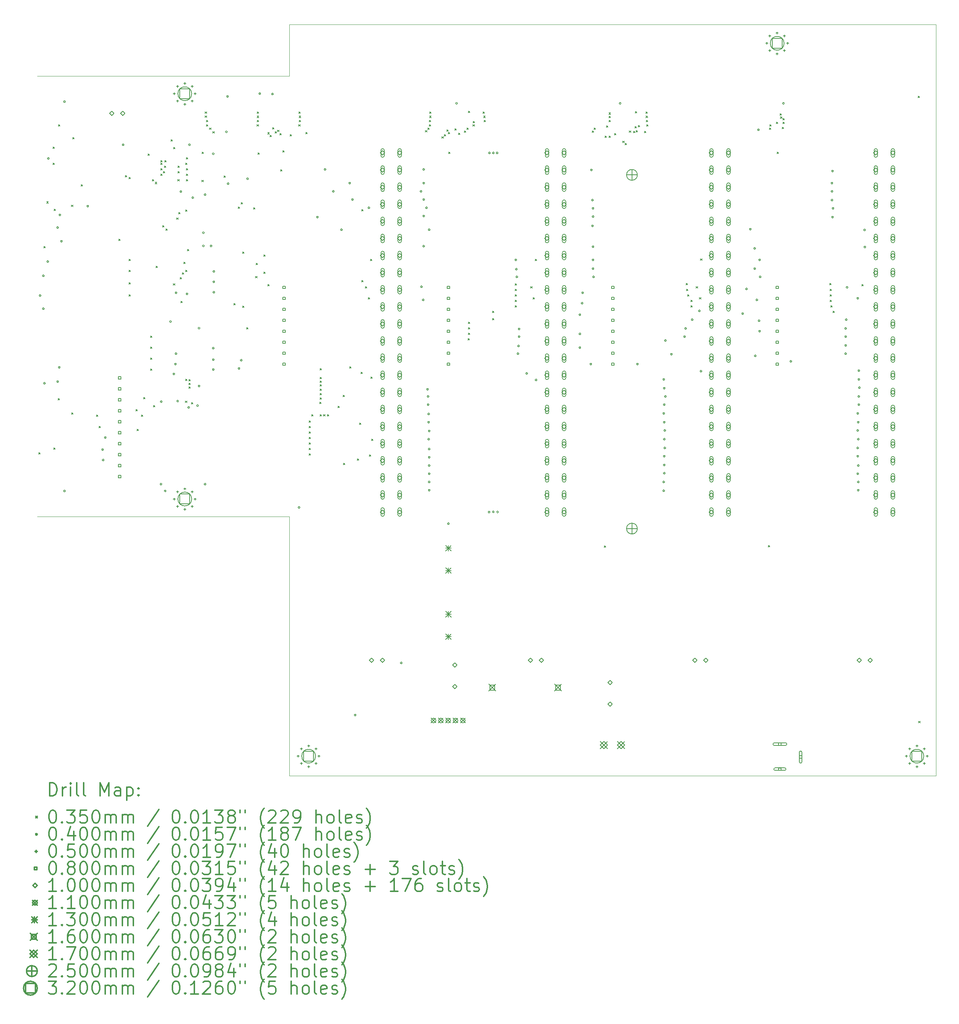
<source format=gbr>
%FSLAX45Y45*%
G04 Gerber Fmt 4.5, Leading zero omitted, Abs format (unit mm)*
G04 Created by KiCad (PCBNEW (5.1.10)-1) date 2022-08-24 18:43:57*
%MOMM*%
%LPD*%
G01*
G04 APERTURE LIST*
%TA.AperFunction,Profile*%
%ADD10C,0.025000*%
%TD*%
%ADD11C,0.200000*%
%ADD12C,0.300000*%
G04 APERTURE END LIST*
D10*
X13398500Y-4896000D02*
X28384500Y-4896000D01*
X13398500Y-4896000D02*
X13398500Y-6096000D01*
X13398500Y-22296000D02*
X13398500Y-16296000D01*
X13398500Y-16296000D02*
X7555862Y-16296000D01*
X13398500Y-6096000D02*
X7555899Y-6096000D01*
X28384500Y-22296000D02*
X28384500Y-4896000D01*
X13398500Y-22296000D02*
X28384500Y-22296000D01*
D11*
X7589800Y-14816100D02*
X7624800Y-14851100D01*
X7624800Y-14816100D02*
X7589800Y-14851100D01*
X7704100Y-10040900D02*
X7739100Y-10075900D01*
X7739100Y-10040900D02*
X7704100Y-10075900D01*
X7772950Y-9000500D02*
X7807950Y-9035500D01*
X7807950Y-9000500D02*
X7772950Y-9035500D01*
X7920000Y-7735850D02*
X7955000Y-7770850D01*
X7955000Y-7735850D02*
X7920000Y-7770850D01*
X7920000Y-8110500D02*
X7955000Y-8145500D01*
X7955000Y-8110500D02*
X7920000Y-8145500D01*
X7932700Y-14701800D02*
X7967700Y-14736800D01*
X7967700Y-14701800D02*
X7932700Y-14736800D01*
X7945400Y-9177300D02*
X7980400Y-9212300D01*
X7980400Y-9177300D02*
X7945400Y-9212300D01*
X8034300Y-13558800D02*
X8069300Y-13593800D01*
X8069300Y-13558800D02*
X8034300Y-13593800D01*
X8047000Y-7221500D02*
X8082000Y-7256500D01*
X8082000Y-7221500D02*
X8047000Y-7256500D01*
X8345450Y-9082050D02*
X8380450Y-9117050D01*
X8380450Y-9082050D02*
X8345450Y-9117050D01*
X8351800Y-13889000D02*
X8386800Y-13924000D01*
X8386800Y-13889000D02*
X8351800Y-13924000D01*
X8377200Y-7513600D02*
X8412200Y-7548600D01*
X8412200Y-7513600D02*
X8377200Y-7548600D01*
X8569000Y-8604500D02*
X8604000Y-8639500D01*
X8604000Y-8604500D02*
X8569000Y-8639500D01*
X8923300Y-13939800D02*
X8958300Y-13974800D01*
X8958300Y-13939800D02*
X8923300Y-13974800D01*
X8986800Y-14206500D02*
X9021800Y-14241500D01*
X9021800Y-14206500D02*
X8986800Y-14241500D01*
X9444000Y-9869450D02*
X9479000Y-9904450D01*
X9479000Y-9869450D02*
X9444000Y-9904450D01*
X9596400Y-8396250D02*
X9631400Y-8431250D01*
X9631400Y-8396250D02*
X9596400Y-8431250D01*
X9678950Y-8434350D02*
X9713950Y-8469350D01*
X9713950Y-8434350D02*
X9678950Y-8469350D01*
X9678950Y-10333000D02*
X9713950Y-10368000D01*
X9713950Y-10333000D02*
X9678950Y-10368000D01*
X9678950Y-10587000D02*
X9713950Y-10622000D01*
X9713950Y-10587000D02*
X9678950Y-10622000D01*
X9678950Y-10872750D02*
X9713950Y-10907750D01*
X9713950Y-10872750D02*
X9678950Y-10907750D01*
X9678950Y-11158500D02*
X9713950Y-11193500D01*
X9713950Y-11158500D02*
X9678950Y-11193500D01*
X9837700Y-13812800D02*
X9872700Y-13847800D01*
X9872700Y-13812800D02*
X9837700Y-13847800D01*
X9863100Y-14270000D02*
X9898100Y-14305000D01*
X9898100Y-14270000D02*
X9863100Y-14305000D01*
X9964700Y-13939800D02*
X9999700Y-13974800D01*
X9999700Y-13939800D02*
X9964700Y-13974800D01*
X10015500Y-13533400D02*
X10050500Y-13568400D01*
X10050500Y-13533400D02*
X10015500Y-13568400D01*
X10117100Y-7894600D02*
X10152100Y-7929600D01*
X10152100Y-7894600D02*
X10117100Y-7929600D01*
X10180600Y-12111000D02*
X10215600Y-12146000D01*
X10215600Y-12111000D02*
X10180600Y-12146000D01*
X10180600Y-12365000D02*
X10215600Y-12400000D01*
X10215600Y-12365000D02*
X10180600Y-12400000D01*
X10180600Y-12619000D02*
X10215600Y-12654000D01*
X10215600Y-12619000D02*
X10180600Y-12654000D01*
X10180600Y-12873000D02*
X10215600Y-12908000D01*
X10215600Y-12873000D02*
X10180600Y-12908000D01*
X10218700Y-8491500D02*
X10253700Y-8526500D01*
X10253700Y-8491500D02*
X10218700Y-8526500D01*
X10244100Y-13723900D02*
X10279100Y-13758900D01*
X10279100Y-13723900D02*
X10244100Y-13758900D01*
X10291725Y-8551825D02*
X10326725Y-8586825D01*
X10326725Y-8551825D02*
X10291725Y-8586825D01*
X10307600Y-10498100D02*
X10342600Y-10533100D01*
X10342600Y-10498100D02*
X10307600Y-10533100D01*
X10415550Y-8047000D02*
X10450550Y-8082000D01*
X10450550Y-8047000D02*
X10415550Y-8082000D01*
X10415550Y-8110500D02*
X10450550Y-8145500D01*
X10450550Y-8110500D02*
X10415550Y-8145500D01*
X10415550Y-8237500D02*
X10450550Y-8272500D01*
X10450550Y-8237500D02*
X10415550Y-8272500D01*
X10415550Y-8364500D02*
X10450550Y-8399500D01*
X10450550Y-8364500D02*
X10415550Y-8399500D01*
X10460000Y-9551950D02*
X10495000Y-9586950D01*
X10495000Y-9551950D02*
X10460000Y-9586950D01*
X10472700Y-8301000D02*
X10507700Y-8336000D01*
X10507700Y-8301000D02*
X10472700Y-8336000D01*
X10498100Y-8174000D02*
X10533100Y-8209000D01*
X10533100Y-8174000D02*
X10498100Y-8209000D01*
X10510800Y-8047000D02*
X10545800Y-8082000D01*
X10545800Y-8047000D02*
X10510800Y-8082000D01*
X10536200Y-9634500D02*
X10571200Y-9669500D01*
X10571200Y-9634500D02*
X10536200Y-9669500D01*
X10650500Y-7564400D02*
X10685500Y-7599400D01*
X10685500Y-7564400D02*
X10650500Y-7599400D01*
X10707650Y-10898150D02*
X10742650Y-10933150D01*
X10742650Y-10898150D02*
X10707650Y-10933150D01*
X10714000Y-7742200D02*
X10749000Y-7777200D01*
X10749000Y-7742200D02*
X10714000Y-7777200D01*
X10783850Y-9380500D02*
X10818850Y-9415500D01*
X10818850Y-9380500D02*
X10783850Y-9415500D01*
X10809250Y-8491500D02*
X10844250Y-8526500D01*
X10844250Y-8491500D02*
X10809250Y-8526500D01*
X10815600Y-8174000D02*
X10850600Y-8209000D01*
X10850600Y-8174000D02*
X10815600Y-8209000D01*
X10815600Y-8301000D02*
X10850600Y-8336000D01*
X10850600Y-8301000D02*
X10815600Y-8336000D01*
X10828300Y-9253500D02*
X10863300Y-9288500D01*
X10863300Y-9253500D02*
X10828300Y-9288500D01*
X10866400Y-10758450D02*
X10901400Y-10793450D01*
X10901400Y-10758450D02*
X10866400Y-10793450D01*
X10879100Y-11310900D02*
X10914100Y-11345900D01*
X10914100Y-11310900D02*
X10879100Y-11345900D01*
X10917200Y-10650500D02*
X10952200Y-10685500D01*
X10952200Y-10650500D02*
X10917200Y-10685500D01*
X10945775Y-10399675D02*
X10980775Y-10434675D01*
X10980775Y-10399675D02*
X10945775Y-10434675D01*
X10987050Y-13622300D02*
X11022050Y-13657300D01*
X11022050Y-13622300D02*
X10987050Y-13657300D01*
X10993400Y-8110500D02*
X11028400Y-8145500D01*
X11028400Y-8110500D02*
X10993400Y-8145500D01*
X10993400Y-9190000D02*
X11028400Y-9225000D01*
X11028400Y-9190000D02*
X10993400Y-9225000D01*
X10993400Y-10587000D02*
X11028400Y-10622000D01*
X11028400Y-10587000D02*
X10993400Y-10622000D01*
X10993400Y-13114300D02*
X11028400Y-13149300D01*
X11028400Y-13114300D02*
X10993400Y-13149300D01*
X11006100Y-7983500D02*
X11041100Y-8018500D01*
X11041100Y-7983500D02*
X11006100Y-8018500D01*
X11006100Y-8237500D02*
X11041100Y-8272500D01*
X11041100Y-8237500D02*
X11006100Y-8272500D01*
X11006100Y-8364500D02*
X11041100Y-8399500D01*
X11041100Y-8364500D02*
X11006100Y-8399500D01*
X11006100Y-8491500D02*
X11041100Y-8526500D01*
X11041100Y-8491500D02*
X11006100Y-8526500D01*
X11034675Y-10107575D02*
X11069675Y-10142575D01*
X11069675Y-10107575D02*
X11034675Y-10142575D01*
X11069600Y-13120650D02*
X11104600Y-13155650D01*
X11104600Y-13120650D02*
X11069600Y-13155650D01*
X11069600Y-13203200D02*
X11104600Y-13238200D01*
X11104600Y-13203200D02*
X11069600Y-13238200D01*
X11069600Y-13285750D02*
X11104600Y-13320750D01*
X11104600Y-13285750D02*
X11069600Y-13320750D01*
X11129201Y-13651599D02*
X11164201Y-13686599D01*
X11164201Y-13651599D02*
X11129201Y-13686599D01*
X11368050Y-8504200D02*
X11403050Y-8539200D01*
X11403050Y-8504200D02*
X11368050Y-8539200D01*
X11374400Y-7856500D02*
X11409400Y-7891500D01*
X11409400Y-7856500D02*
X11374400Y-7891500D01*
X11444250Y-6923050D02*
X11479250Y-6958050D01*
X11479250Y-6923050D02*
X11444250Y-6958050D01*
X11444250Y-7018300D02*
X11479250Y-7053300D01*
X11479250Y-7018300D02*
X11444250Y-7053300D01*
X11476000Y-7119900D02*
X11511000Y-7154900D01*
X11511000Y-7119900D02*
X11476000Y-7154900D01*
X11476000Y-7221500D02*
X11511000Y-7256500D01*
X11511000Y-7221500D02*
X11476000Y-7256500D01*
X11545850Y-7297700D02*
X11580850Y-7332700D01*
X11580850Y-7297700D02*
X11545850Y-7332700D01*
X11622050Y-7380250D02*
X11657050Y-7415250D01*
X11657050Y-7380250D02*
X11622050Y-7415250D01*
X11882400Y-8402600D02*
X11917400Y-8437600D01*
X11917400Y-8402600D02*
X11882400Y-8437600D01*
X12111000Y-11355350D02*
X12146000Y-11390350D01*
X12146000Y-11355350D02*
X12111000Y-11390350D01*
X12212600Y-9120150D02*
X12247600Y-9155150D01*
X12247600Y-9120150D02*
X12212600Y-9155150D01*
X12276100Y-9024900D02*
X12311100Y-9059900D01*
X12311100Y-9024900D02*
X12276100Y-9059900D01*
X12314200Y-10167900D02*
X12349200Y-10202900D01*
X12349200Y-10167900D02*
X12314200Y-10202900D01*
X12314200Y-11418850D02*
X12349200Y-11453850D01*
X12349200Y-11418850D02*
X12314200Y-11453850D01*
X12403100Y-11920500D02*
X12438100Y-11955500D01*
X12438100Y-11920500D02*
X12403100Y-11955500D01*
X12568200Y-9139200D02*
X12603200Y-9174200D01*
X12603200Y-9139200D02*
X12568200Y-9174200D01*
X12612650Y-10733050D02*
X12647650Y-10768050D01*
X12647650Y-10733050D02*
X12612650Y-10768050D01*
X12625350Y-10428250D02*
X12660350Y-10463250D01*
X12660350Y-10428250D02*
X12625350Y-10463250D01*
X12646400Y-7219500D02*
X12681400Y-7254500D01*
X12681400Y-7219500D02*
X12646400Y-7254500D01*
X12647950Y-6919500D02*
X12682950Y-6954500D01*
X12682950Y-6919500D02*
X12647950Y-6954500D01*
X12650750Y-7119900D02*
X12685750Y-7154900D01*
X12685750Y-7119900D02*
X12650750Y-7154900D01*
X12651950Y-7019500D02*
X12686950Y-7054500D01*
X12686950Y-7019500D02*
X12651950Y-7054500D01*
X12669800Y-7869200D02*
X12704800Y-7904200D01*
X12704800Y-7869200D02*
X12669800Y-7904200D01*
X12804250Y-10232500D02*
X12839250Y-10267500D01*
X12839250Y-10232500D02*
X12804250Y-10267500D01*
X12806100Y-10628500D02*
X12841100Y-10663500D01*
X12841100Y-10628500D02*
X12806100Y-10663500D01*
X12892842Y-7400092D02*
X12927842Y-7435092D01*
X12927842Y-7400092D02*
X12892842Y-7435092D01*
X12898400Y-10917200D02*
X12933400Y-10952200D01*
X12933400Y-10917200D02*
X12898400Y-10952200D01*
X12949200Y-7462800D02*
X12984200Y-7497800D01*
X12984200Y-7462800D02*
X12949200Y-7497800D01*
X13006350Y-7285000D02*
X13041350Y-7320000D01*
X13041350Y-7285000D02*
X13006350Y-7320000D01*
X13063500Y-7380250D02*
X13098500Y-7415250D01*
X13098500Y-7380250D02*
X13063500Y-7415250D01*
X13120650Y-7342150D02*
X13155650Y-7377150D01*
X13155650Y-7342150D02*
X13120650Y-7377150D01*
X13177800Y-7418350D02*
X13212800Y-7453350D01*
X13212800Y-7418350D02*
X13177800Y-7453350D01*
X13190500Y-8262900D02*
X13225500Y-8297900D01*
X13225500Y-8262900D02*
X13190500Y-8297900D01*
X13241300Y-7818400D02*
X13276300Y-7853400D01*
X13276300Y-7818400D02*
X13241300Y-7853400D01*
X13412750Y-7450100D02*
X13447750Y-7485100D01*
X13447750Y-7450100D02*
X13412750Y-7485100D01*
X13611600Y-7219500D02*
X13646600Y-7254500D01*
X13646600Y-7219500D02*
X13611600Y-7254500D01*
X13618750Y-6919500D02*
X13653750Y-6954500D01*
X13653750Y-6919500D02*
X13618750Y-6954500D01*
X13622300Y-7119900D02*
X13657300Y-7154900D01*
X13657300Y-7119900D02*
X13622300Y-7154900D01*
X13623500Y-7019500D02*
X13658500Y-7054500D01*
X13658500Y-7019500D02*
X13623500Y-7054500D01*
X13774700Y-7399300D02*
X13809700Y-7434300D01*
X13809700Y-7399300D02*
X13774700Y-7434300D01*
X13850900Y-14079500D02*
X13885900Y-14114500D01*
X13885900Y-14079500D02*
X13850900Y-14114500D01*
X13850900Y-14206500D02*
X13885900Y-14241500D01*
X13885900Y-14206500D02*
X13850900Y-14241500D01*
X13850900Y-14333500D02*
X13885900Y-14368500D01*
X13885900Y-14333500D02*
X13850900Y-14368500D01*
X13850900Y-14460500D02*
X13885900Y-14495500D01*
X13885900Y-14460500D02*
X13850900Y-14495500D01*
X13850900Y-14587500D02*
X13885900Y-14622500D01*
X13885900Y-14587500D02*
X13850900Y-14622500D01*
X13850900Y-14714500D02*
X13885900Y-14749500D01*
X13885900Y-14714500D02*
X13850900Y-14749500D01*
X13850900Y-14841500D02*
X13885900Y-14876500D01*
X13885900Y-14841500D02*
X13850900Y-14876500D01*
X13914400Y-13933450D02*
X13949400Y-13968450D01*
X13949400Y-13933450D02*
X13914400Y-13968450D01*
X14101725Y-13644525D02*
X14136725Y-13679525D01*
X14136725Y-13644525D02*
X14101725Y-13679525D01*
X14104900Y-12866650D02*
X14139900Y-12901650D01*
X14139900Y-12866650D02*
X14104900Y-12901650D01*
X14104900Y-13069850D02*
X14139900Y-13104850D01*
X14139900Y-13069850D02*
X14104900Y-13104850D01*
X14104900Y-13152400D02*
X14139900Y-13187400D01*
X14139900Y-13152400D02*
X14104900Y-13187400D01*
X14104900Y-13241300D02*
X14139900Y-13276300D01*
X14139900Y-13241300D02*
X14104900Y-13276300D01*
X14104900Y-13342900D02*
X14139900Y-13377900D01*
X14139900Y-13342900D02*
X14104900Y-13377900D01*
X14104900Y-13438150D02*
X14139900Y-13473150D01*
X14139900Y-13438150D02*
X14104900Y-13473150D01*
X14104900Y-13546100D02*
X14139900Y-13581100D01*
X14139900Y-13546100D02*
X14104900Y-13581100D01*
X14104900Y-13933450D02*
X14139900Y-13968450D01*
X14139900Y-13933450D02*
X14104900Y-13968450D01*
X14187450Y-13933450D02*
X14222450Y-13968450D01*
X14222450Y-13933450D02*
X14187450Y-13968450D01*
X14276350Y-13933450D02*
X14311350Y-13968450D01*
X14311350Y-13933450D02*
X14276350Y-13968450D01*
X14524000Y-13736600D02*
X14559000Y-13771600D01*
X14559000Y-13736600D02*
X14524000Y-13771600D01*
X14638300Y-13482600D02*
X14673300Y-13517600D01*
X14673300Y-13482600D02*
X14638300Y-13517600D01*
X14651000Y-15057400D02*
X14686000Y-15092400D01*
X14686000Y-15057400D02*
X14651000Y-15092400D01*
X14790700Y-12822200D02*
X14825700Y-12857200D01*
X14825700Y-12822200D02*
X14790700Y-12857200D01*
X14968500Y-14955800D02*
X15003500Y-14990800D01*
X15003500Y-14955800D02*
X14968500Y-14990800D01*
X15019300Y-14130300D02*
X15054300Y-14165300D01*
X15054300Y-14130300D02*
X15019300Y-14165300D01*
X15057400Y-12949200D02*
X15092400Y-12984200D01*
X15092400Y-12949200D02*
X15057400Y-12984200D01*
X15070100Y-9183650D02*
X15105100Y-9218650D01*
X15105100Y-9183650D02*
X15070100Y-9218650D01*
X15070100Y-10821950D02*
X15105100Y-10856950D01*
X15105100Y-10821950D02*
X15070100Y-10856950D01*
X15159000Y-10968000D02*
X15194000Y-11003000D01*
X15194000Y-10968000D02*
X15159000Y-11003000D01*
X15222500Y-11222000D02*
X15257500Y-11257000D01*
X15257500Y-11222000D02*
X15222500Y-11257000D01*
X15247900Y-14866900D02*
X15282900Y-14901900D01*
X15282900Y-14866900D02*
X15247900Y-14901900D01*
X15273300Y-10333000D02*
X15308300Y-10368000D01*
X15308300Y-10333000D02*
X15273300Y-10368000D01*
X15286000Y-13063500D02*
X15321000Y-13098500D01*
X15321000Y-13063500D02*
X15286000Y-13098500D01*
X15298700Y-14498600D02*
X15333700Y-14533600D01*
X15333700Y-14498600D02*
X15298700Y-14533600D01*
X16549650Y-7351103D02*
X16584650Y-7386103D01*
X16584650Y-7351103D02*
X16549650Y-7386103D01*
X16606339Y-7295933D02*
X16641339Y-7330933D01*
X16641339Y-7295933D02*
X16606339Y-7330933D01*
X16638550Y-7119900D02*
X16673550Y-7154900D01*
X16673550Y-7119900D02*
X16638550Y-7154900D01*
X16640550Y-7219500D02*
X16675550Y-7254500D01*
X16675550Y-7219500D02*
X16640550Y-7254500D01*
X16643700Y-7019500D02*
X16678700Y-7054500D01*
X16678700Y-7019500D02*
X16643700Y-7054500D01*
X16648450Y-6919500D02*
X16683450Y-6954500D01*
X16683450Y-6919500D02*
X16648450Y-6954500D01*
X16930650Y-7494550D02*
X16965650Y-7529550D01*
X16965650Y-7494550D02*
X16930650Y-7529550D01*
X16987800Y-7450100D02*
X17022800Y-7485100D01*
X17022800Y-7450100D02*
X16987800Y-7485100D01*
X17044950Y-7335800D02*
X17079950Y-7370800D01*
X17079950Y-7335800D02*
X17044950Y-7370800D01*
X17076700Y-7392950D02*
X17111700Y-7427950D01*
X17111700Y-7392950D02*
X17076700Y-7427950D01*
X17089400Y-7856500D02*
X17124400Y-7891500D01*
X17124400Y-7856500D02*
X17089400Y-7891500D01*
X17229100Y-7310400D02*
X17264100Y-7345400D01*
X17264100Y-7310400D02*
X17229100Y-7345400D01*
X17318000Y-7412000D02*
X17353000Y-7447000D01*
X17353000Y-7412000D02*
X17318000Y-7447000D01*
X17448175Y-7364375D02*
X17483175Y-7399375D01*
X17483175Y-7364375D02*
X17448175Y-7399375D01*
X17511675Y-7294525D02*
X17546675Y-7329525D01*
X17546675Y-7294525D02*
X17511675Y-7329525D01*
X17533900Y-12174500D02*
X17568900Y-12209500D01*
X17568900Y-12174500D02*
X17533900Y-12209500D01*
X17543425Y-6907175D02*
X17578425Y-6942175D01*
X17578425Y-6907175D02*
X17543425Y-6942175D01*
X17546600Y-11793500D02*
X17581600Y-11828500D01*
X17581600Y-11793500D02*
X17546600Y-11828500D01*
X17546600Y-11920500D02*
X17581600Y-11955500D01*
X17581600Y-11920500D02*
X17546600Y-11955500D01*
X17546600Y-12047500D02*
X17581600Y-12082500D01*
X17581600Y-12047500D02*
X17546600Y-12082500D01*
X17650200Y-7219500D02*
X17685200Y-7254500D01*
X17685200Y-7219500D02*
X17650200Y-7254500D01*
X17650840Y-7142357D02*
X17685840Y-7177357D01*
X17685840Y-7142357D02*
X17650840Y-7177357D01*
X17883150Y-6919500D02*
X17918150Y-6954500D01*
X17918150Y-6919500D02*
X17883150Y-6954500D01*
X17897050Y-7019500D02*
X17932050Y-7054500D01*
X17932050Y-7019500D02*
X17897050Y-7054500D01*
X17908950Y-7119500D02*
X17943950Y-7154500D01*
X17943950Y-7119500D02*
X17908950Y-7154500D01*
X18105400Y-11539500D02*
X18140400Y-11574500D01*
X18140400Y-11539500D02*
X18105400Y-11574500D01*
X18105400Y-11704600D02*
X18140400Y-11739600D01*
X18140400Y-11704600D02*
X18105400Y-11739600D01*
X18626100Y-10904500D02*
X18661100Y-10939500D01*
X18661100Y-10904500D02*
X18626100Y-10939500D01*
X18626100Y-11031500D02*
X18661100Y-11066500D01*
X18661100Y-11031500D02*
X18626100Y-11066500D01*
X18626100Y-11158500D02*
X18661100Y-11193500D01*
X18661100Y-11158500D02*
X18626100Y-11193500D01*
X18626100Y-11285500D02*
X18661100Y-11320500D01*
X18661100Y-11285500D02*
X18626100Y-11320500D01*
X18626100Y-11412500D02*
X18661100Y-11447500D01*
X18661100Y-11412500D02*
X18626100Y-11447500D01*
X18988050Y-10968000D02*
X19023050Y-11003000D01*
X19023050Y-10968000D02*
X18988050Y-11003000D01*
X19045200Y-11222000D02*
X19080200Y-11257000D01*
X19080200Y-11222000D02*
X19045200Y-11257000D01*
X19096000Y-10333000D02*
X19131000Y-10368000D01*
X19131000Y-10333000D02*
X19096000Y-10368000D01*
X20413625Y-7364375D02*
X20448625Y-7399375D01*
X20448625Y-7364375D02*
X20413625Y-7399375D01*
X20454900Y-7297700D02*
X20489900Y-7332700D01*
X20489900Y-7297700D02*
X20454900Y-7332700D01*
X20696200Y-16968750D02*
X20731200Y-17003750D01*
X20731200Y-16968750D02*
X20696200Y-17003750D01*
X20708900Y-7481850D02*
X20743900Y-7516850D01*
X20743900Y-7481850D02*
X20708900Y-7516850D01*
X20747000Y-7240550D02*
X20782000Y-7275550D01*
X20782000Y-7240550D02*
X20747000Y-7275550D01*
X20801012Y-6943655D02*
X20836012Y-6978655D01*
X20836012Y-6943655D02*
X20801012Y-6978655D01*
X20801012Y-7021438D02*
X20836012Y-7056438D01*
X20836012Y-7021438D02*
X20801012Y-7056438D01*
X20804150Y-7119900D02*
X20839150Y-7154900D01*
X20839150Y-7119900D02*
X20804150Y-7154900D01*
X20804150Y-7481850D02*
X20839150Y-7516850D01*
X20839150Y-7481850D02*
X20804150Y-7516850D01*
X20931150Y-7424700D02*
X20966150Y-7459700D01*
X20966150Y-7424700D02*
X20931150Y-7459700D01*
X21121650Y-7596150D02*
X21156650Y-7631150D01*
X21156650Y-7596150D02*
X21121650Y-7631150D01*
X21178800Y-7646950D02*
X21213800Y-7681950D01*
X21213800Y-7646950D02*
X21178800Y-7681950D01*
X21274050Y-7361200D02*
X21309050Y-7396200D01*
X21309050Y-7361200D02*
X21274050Y-7396200D01*
X21369300Y-7373900D02*
X21404300Y-7408900D01*
X21404300Y-7373900D02*
X21369300Y-7408900D01*
X21404225Y-7262775D02*
X21439225Y-7297775D01*
X21439225Y-7262775D02*
X21404225Y-7297775D01*
X21412350Y-6911750D02*
X21447350Y-6946750D01*
X21447350Y-6911750D02*
X21412350Y-6946750D01*
X21432800Y-7354850D02*
X21467800Y-7389850D01*
X21467800Y-7354850D02*
X21432800Y-7389850D01*
X21483600Y-7234200D02*
X21518600Y-7269200D01*
X21518600Y-7234200D02*
X21483600Y-7269200D01*
X21623300Y-7367550D02*
X21658300Y-7402550D01*
X21658300Y-7367550D02*
X21623300Y-7402550D01*
X21657850Y-6919500D02*
X21692850Y-6954500D01*
X21692850Y-6919500D02*
X21657850Y-6954500D01*
X21662600Y-7019500D02*
X21697600Y-7054500D01*
X21697600Y-7019500D02*
X21662600Y-7054500D01*
X21668150Y-7119500D02*
X21703150Y-7154500D01*
X21703150Y-7119500D02*
X21668150Y-7154500D01*
X21676100Y-7219500D02*
X21711100Y-7254500D01*
X21711100Y-7219500D02*
X21676100Y-7254500D01*
X22588500Y-10891800D02*
X22623500Y-10926800D01*
X22623500Y-10891800D02*
X22588500Y-10926800D01*
X22601200Y-11031500D02*
X22636200Y-11066500D01*
X22636200Y-11031500D02*
X22601200Y-11066500D01*
X22626600Y-11158500D02*
X22661600Y-11193500D01*
X22661600Y-11158500D02*
X22626600Y-11193500D01*
X22702800Y-11285500D02*
X22737800Y-11320500D01*
X22737800Y-11285500D02*
X22702800Y-11320500D01*
X22702800Y-11412500D02*
X22737800Y-11447500D01*
X22737800Y-11412500D02*
X22702800Y-11447500D01*
X22823450Y-10968000D02*
X22858450Y-11003000D01*
X22858450Y-10968000D02*
X22823450Y-11003000D01*
X22899650Y-11222000D02*
X22934650Y-11257000D01*
X22934650Y-11222000D02*
X22899650Y-11257000D01*
X22925050Y-10326650D02*
X22960050Y-10361650D01*
X22960050Y-10326650D02*
X22925050Y-10361650D01*
X24493500Y-16962400D02*
X24528500Y-16997400D01*
X24528500Y-16962400D02*
X24493500Y-16997400D01*
X24518900Y-7297700D02*
X24553900Y-7332700D01*
X24553900Y-7297700D02*
X24518900Y-7332700D01*
X24531600Y-7215150D02*
X24566600Y-7250150D01*
X24566600Y-7215150D02*
X24531600Y-7250150D01*
X24684000Y-7158000D02*
X24719000Y-7193000D01*
X24719000Y-7158000D02*
X24684000Y-7193000D01*
X24696700Y-7856500D02*
X24731700Y-7891500D01*
X24731700Y-7856500D02*
X24696700Y-7891500D01*
X24766550Y-6967500D02*
X24801550Y-7002500D01*
X24801550Y-6967500D02*
X24766550Y-7002500D01*
X24778675Y-7036775D02*
X24813675Y-7071775D01*
X24813675Y-7036775D02*
X24778675Y-7071775D01*
X24817350Y-7278650D02*
X24852350Y-7313650D01*
X24852350Y-7278650D02*
X24817350Y-7313650D01*
X24836400Y-7075450D02*
X24871400Y-7110450D01*
X24871400Y-7075450D02*
X24836400Y-7110450D01*
X24836400Y-7158000D02*
X24871400Y-7193000D01*
X24871400Y-7158000D02*
X24836400Y-7193000D01*
X25915900Y-10891800D02*
X25950900Y-10926800D01*
X25950900Y-10891800D02*
X25915900Y-10926800D01*
X25928600Y-11031500D02*
X25963600Y-11066500D01*
X25963600Y-11031500D02*
X25928600Y-11066500D01*
X25928600Y-11158500D02*
X25963600Y-11193500D01*
X25963600Y-11158500D02*
X25928600Y-11193500D01*
X25928600Y-11285500D02*
X25963600Y-11320500D01*
X25963600Y-11285500D02*
X25928600Y-11320500D01*
X25941300Y-11412500D02*
X25976300Y-11447500D01*
X25976300Y-11412500D02*
X25941300Y-11447500D01*
X25992100Y-11539500D02*
X26027100Y-11574500D01*
X26027100Y-11539500D02*
X25992100Y-11574500D01*
X26665200Y-10917200D02*
X26700200Y-10952200D01*
X26700200Y-10917200D02*
X26665200Y-10952200D01*
X27966950Y-6554750D02*
X28001950Y-6589750D01*
X28001950Y-6554750D02*
X27966950Y-6589750D01*
X27979650Y-21039100D02*
X28014650Y-21074100D01*
X28014650Y-21039100D02*
X27979650Y-21074100D01*
X7640000Y-11176000D02*
G75*
G03*
X7640000Y-11176000I-20000J0D01*
G01*
X7716200Y-10718800D02*
G75*
G03*
X7716200Y-10718800I-20000J0D01*
G01*
X7716200Y-11480800D02*
G75*
G03*
X7716200Y-11480800I-20000J0D01*
G01*
X7741600Y-13208000D02*
G75*
G03*
X7741600Y-13208000I-20000J0D01*
G01*
X7817800Y-10388600D02*
G75*
G03*
X7817800Y-10388600I-20000J0D01*
G01*
X7830500Y-8001000D02*
G75*
G03*
X7830500Y-8001000I-20000J0D01*
G01*
X8046400Y-9601200D02*
G75*
G03*
X8046400Y-9601200I-20000J0D01*
G01*
X8046400Y-13169900D02*
G75*
G03*
X8046400Y-13169900I-20000J0D01*
G01*
X8084500Y-12839700D02*
G75*
G03*
X8084500Y-12839700I-20000J0D01*
G01*
X8097200Y-9309100D02*
G75*
G03*
X8097200Y-9309100I-20000J0D01*
G01*
X8135300Y-9918700D02*
G75*
G03*
X8135300Y-9918700I-20000J0D01*
G01*
X8205150Y-6686550D02*
G75*
G03*
X8205150Y-6686550I-20000J0D01*
G01*
X8205150Y-15703550D02*
G75*
G03*
X8205150Y-15703550I-20000J0D01*
G01*
X8744900Y-9105900D02*
G75*
G03*
X8744900Y-9105900I-20000J0D01*
G01*
X9087800Y-14744700D02*
G75*
G03*
X9087800Y-14744700I-20000J0D01*
G01*
X9100500Y-14986000D02*
G75*
G03*
X9100500Y-14986000I-20000J0D01*
G01*
X9151300Y-14465300D02*
G75*
G03*
X9151300Y-14465300I-20000J0D01*
G01*
X9564050Y-7683500D02*
G75*
G03*
X9564050Y-7683500I-20000J0D01*
G01*
X10440350Y-15544800D02*
G75*
G03*
X10440350Y-15544800I-20000J0D01*
G01*
X10446700Y-13633450D02*
G75*
G03*
X10446700Y-13633450I-20000J0D01*
G01*
X10538775Y-15700375D02*
G75*
G03*
X10538775Y-15700375I-20000J0D01*
G01*
X10662600Y-11779250D02*
G75*
G03*
X10662600Y-11779250I-20000J0D01*
G01*
X10738800Y-12992100D02*
G75*
G03*
X10738800Y-12992100I-20000J0D01*
G01*
X10776900Y-12763500D02*
G75*
G03*
X10776900Y-12763500I-20000J0D01*
G01*
X10789600Y-11112500D02*
G75*
G03*
X10789600Y-11112500I-20000J0D01*
G01*
X10789600Y-12522200D02*
G75*
G03*
X10789600Y-12522200I-20000J0D01*
G01*
X10827700Y-13620750D02*
G75*
G03*
X10827700Y-13620750I-20000J0D01*
G01*
X10900725Y-8766175D02*
G75*
G03*
X10900725Y-8766175I-20000J0D01*
G01*
X11043600Y-11137900D02*
G75*
G03*
X11043600Y-11137900I-20000J0D01*
G01*
X11081700Y-13766800D02*
G75*
G03*
X11081700Y-13766800I-20000J0D01*
G01*
X11100750Y-7683500D02*
G75*
G03*
X11100750Y-7683500I-20000J0D01*
G01*
X11176950Y-8909050D02*
G75*
G03*
X11176950Y-8909050I-20000J0D01*
G01*
X11288075Y-13725525D02*
G75*
G03*
X11288075Y-13725525I-20000J0D01*
G01*
X11323000Y-11931650D02*
G75*
G03*
X11323000Y-11931650I-20000J0D01*
G01*
X11323000Y-13271500D02*
G75*
G03*
X11323000Y-13271500I-20000J0D01*
G01*
X11424600Y-9721850D02*
G75*
G03*
X11424600Y-9721850I-20000J0D01*
G01*
X11424600Y-10026650D02*
G75*
G03*
X11424600Y-10026650I-20000J0D01*
G01*
X11462700Y-8839200D02*
G75*
G03*
X11462700Y-8839200I-20000J0D01*
G01*
X11462700Y-15544800D02*
G75*
G03*
X11462700Y-15544800I-20000J0D01*
G01*
X11601000Y-10026650D02*
G75*
G03*
X11601000Y-10026650I-20000J0D01*
G01*
X11653200Y-7893050D02*
G75*
G03*
X11653200Y-7893050I-20000J0D01*
G01*
X11653200Y-12395200D02*
G75*
G03*
X11653200Y-12395200I-20000J0D01*
G01*
X11653200Y-12661900D02*
G75*
G03*
X11653200Y-12661900I-20000J0D01*
G01*
X11653200Y-12890500D02*
G75*
G03*
X11653200Y-12890500I-20000J0D01*
G01*
X11665900Y-10617200D02*
G75*
G03*
X11665900Y-10617200I-20000J0D01*
G01*
X11665900Y-10858500D02*
G75*
G03*
X11665900Y-10858500I-20000J0D01*
G01*
X11665900Y-11099800D02*
G75*
G03*
X11665900Y-11099800I-20000J0D01*
G01*
X11958000Y-7385050D02*
G75*
G03*
X11958000Y-7385050I-20000J0D01*
G01*
X11983400Y-6565900D02*
G75*
G03*
X11983400Y-6565900I-20000J0D01*
G01*
X11996100Y-8585200D02*
G75*
G03*
X11996100Y-8585200I-20000J0D01*
G01*
X12250100Y-12865100D02*
G75*
G03*
X12250100Y-12865100I-20000J0D01*
G01*
X12300900Y-12674600D02*
G75*
G03*
X12300900Y-12674600I-20000J0D01*
G01*
X12446950Y-8470900D02*
G75*
G03*
X12446950Y-8470900I-20000J0D01*
G01*
X12730499Y-6498251D02*
G75*
G03*
X12730499Y-6498251I-20000J0D01*
G01*
X13024800Y-6508750D02*
G75*
G03*
X13024800Y-6508750I-20000J0D01*
G01*
X13640750Y-16084550D02*
G75*
G03*
X13640750Y-16084550I-20000J0D01*
G01*
X14066200Y-9359900D02*
G75*
G03*
X14066200Y-9359900I-20000J0D01*
G01*
X14244000Y-8255000D02*
G75*
G03*
X14244000Y-8255000I-20000J0D01*
G01*
X14434500Y-8763000D02*
G75*
G03*
X14434500Y-8763000I-20000J0D01*
G01*
X14625000Y-9652000D02*
G75*
G03*
X14625000Y-9652000I-20000J0D01*
G01*
X14815500Y-8572500D02*
G75*
G03*
X14815500Y-8572500I-20000J0D01*
G01*
X14879000Y-8953500D02*
G75*
G03*
X14879000Y-8953500I-20000J0D01*
G01*
X14942500Y-20891500D02*
G75*
G03*
X14942500Y-20891500I-20000J0D01*
G01*
X15260000Y-9144000D02*
G75*
G03*
X15260000Y-9144000I-20000J0D01*
G01*
X16009300Y-19685000D02*
G75*
G03*
X16009300Y-19685000I-20000J0D01*
G01*
X16466500Y-8763000D02*
G75*
G03*
X16466500Y-8763000I-20000J0D01*
G01*
X16479200Y-10972800D02*
G75*
G03*
X16479200Y-10972800I-20000J0D01*
G01*
X16517300Y-11277600D02*
G75*
G03*
X16517300Y-11277600I-20000J0D01*
G01*
X16530000Y-8255000D02*
G75*
G03*
X16530000Y-8255000I-20000J0D01*
G01*
X16530000Y-8572500D02*
G75*
G03*
X16530000Y-8572500I-20000J0D01*
G01*
X16530000Y-8953500D02*
G75*
G03*
X16530000Y-8953500I-20000J0D01*
G01*
X16530000Y-9334500D02*
G75*
G03*
X16530000Y-9334500I-20000J0D01*
G01*
X16530000Y-10033000D02*
G75*
G03*
X16530000Y-10033000I-20000J0D01*
G01*
X16593500Y-9144000D02*
G75*
G03*
X16593500Y-9144000I-20000J0D01*
G01*
X16618900Y-13347700D02*
G75*
G03*
X16618900Y-13347700I-20000J0D01*
G01*
X16631600Y-13512800D02*
G75*
G03*
X16631600Y-13512800I-20000J0D01*
G01*
X16631600Y-13703300D02*
G75*
G03*
X16631600Y-13703300I-20000J0D01*
G01*
X16644300Y-13919200D02*
G75*
G03*
X16644300Y-13919200I-20000J0D01*
G01*
X16644300Y-14109700D02*
G75*
G03*
X16644300Y-14109700I-20000J0D01*
G01*
X16644300Y-14503400D02*
G75*
G03*
X16644300Y-14503400I-20000J0D01*
G01*
X16657000Y-9652000D02*
G75*
G03*
X16657000Y-9652000I-20000J0D01*
G01*
X16657000Y-14312900D02*
G75*
G03*
X16657000Y-14312900I-20000J0D01*
G01*
X16657000Y-14732000D02*
G75*
G03*
X16657000Y-14732000I-20000J0D01*
G01*
X16657000Y-14922500D02*
G75*
G03*
X16657000Y-14922500I-20000J0D01*
G01*
X16657000Y-15113000D02*
G75*
G03*
X16657000Y-15113000I-20000J0D01*
G01*
X16657000Y-15303500D02*
G75*
G03*
X16657000Y-15303500I-20000J0D01*
G01*
X16657000Y-15494000D02*
G75*
G03*
X16657000Y-15494000I-20000J0D01*
G01*
X16657000Y-15684500D02*
G75*
G03*
X16657000Y-15684500I-20000J0D01*
G01*
X17101500Y-16459200D02*
G75*
G03*
X17101500Y-16459200I-20000J0D01*
G01*
X17292000Y-6724650D02*
G75*
G03*
X17292000Y-6724650I-20000J0D01*
G01*
X18043800Y-16190000D02*
G75*
G03*
X18043800Y-16190000I-20000J0D01*
G01*
X18054000Y-7874000D02*
G75*
G03*
X18054000Y-7874000I-20000J0D01*
G01*
X18142900Y-7874000D02*
G75*
G03*
X18142900Y-7874000I-20000J0D01*
G01*
X18142900Y-16186150D02*
G75*
G03*
X18142900Y-16186150I-20000J0D01*
G01*
X18231800Y-7874000D02*
G75*
G03*
X18231800Y-7874000I-20000J0D01*
G01*
X18240650Y-16190000D02*
G75*
G03*
X18240650Y-16190000I-20000J0D01*
G01*
X18663600Y-10350500D02*
G75*
G03*
X18663600Y-10350500I-20000J0D01*
G01*
X18676300Y-10566400D02*
G75*
G03*
X18676300Y-10566400I-20000J0D01*
G01*
X18689000Y-10744200D02*
G75*
G03*
X18689000Y-10744200I-20000J0D01*
G01*
X18714400Y-12522200D02*
G75*
G03*
X18714400Y-12522200I-20000J0D01*
G01*
X18727100Y-12344400D02*
G75*
G03*
X18727100Y-12344400I-20000J0D01*
G01*
X18739800Y-11950700D02*
G75*
G03*
X18739800Y-11950700I-20000J0D01*
G01*
X18739800Y-12128500D02*
G75*
G03*
X18739800Y-12128500I-20000J0D01*
G01*
X18917600Y-12979400D02*
G75*
G03*
X18917600Y-12979400I-20000J0D01*
G01*
X19133500Y-13131800D02*
G75*
G03*
X19133500Y-13131800I-20000J0D01*
G01*
X20149500Y-11620500D02*
G75*
G03*
X20149500Y-11620500I-20000J0D01*
G01*
X20149500Y-12065000D02*
G75*
G03*
X20149500Y-12065000I-20000J0D01*
G01*
X20149500Y-12382500D02*
G75*
G03*
X20149500Y-12382500I-20000J0D01*
G01*
X20200300Y-11353800D02*
G75*
G03*
X20200300Y-11353800I-20000J0D01*
G01*
X20213000Y-11112500D02*
G75*
G03*
X20213000Y-11112500I-20000J0D01*
G01*
X20403500Y-12763500D02*
G75*
G03*
X20403500Y-12763500I-20000J0D01*
G01*
X20416200Y-8267700D02*
G75*
G03*
X20416200Y-8267700I-20000J0D01*
G01*
X20441600Y-8966200D02*
G75*
G03*
X20441600Y-8966200I-20000J0D01*
G01*
X20441600Y-9563100D02*
G75*
G03*
X20441600Y-9563100I-20000J0D01*
G01*
X20454300Y-9156700D02*
G75*
G03*
X20454300Y-9156700I-20000J0D01*
G01*
X20454300Y-9347200D02*
G75*
G03*
X20454300Y-9347200I-20000J0D01*
G01*
X20454300Y-10045700D02*
G75*
G03*
X20454300Y-10045700I-20000J0D01*
G01*
X20454300Y-10350500D02*
G75*
G03*
X20454300Y-10350500I-20000J0D01*
G01*
X20454300Y-10553700D02*
G75*
G03*
X20454300Y-10553700I-20000J0D01*
G01*
X20467000Y-10744200D02*
G75*
G03*
X20467000Y-10744200I-20000J0D01*
G01*
X21082250Y-6725350D02*
G75*
G03*
X21082250Y-6725350I-20000J0D01*
G01*
X21483000Y-12763500D02*
G75*
G03*
X21483000Y-12763500I-20000J0D01*
G01*
X22092600Y-13119100D02*
G75*
G03*
X22092600Y-13119100I-20000J0D01*
G01*
X22092600Y-13906500D02*
G75*
G03*
X22092600Y-13906500I-20000J0D01*
G01*
X22092600Y-15494000D02*
G75*
G03*
X22092600Y-15494000I-20000J0D01*
G01*
X22092600Y-15697200D02*
G75*
G03*
X22092600Y-15697200I-20000J0D01*
G01*
X22105300Y-13322300D02*
G75*
G03*
X22105300Y-13322300I-20000J0D01*
G01*
X22105300Y-13703300D02*
G75*
G03*
X22105300Y-13703300I-20000J0D01*
G01*
X22105300Y-14109700D02*
G75*
G03*
X22105300Y-14109700I-20000J0D01*
G01*
X22105300Y-14503400D02*
G75*
G03*
X22105300Y-14503400I-20000J0D01*
G01*
X22105300Y-14897100D02*
G75*
G03*
X22105300Y-14897100I-20000J0D01*
G01*
X22105300Y-15100300D02*
G75*
G03*
X22105300Y-15100300I-20000J0D01*
G01*
X22105300Y-15290800D02*
G75*
G03*
X22105300Y-15290800I-20000J0D01*
G01*
X22118000Y-14300200D02*
G75*
G03*
X22118000Y-14300200I-20000J0D01*
G01*
X22118000Y-14706600D02*
G75*
G03*
X22118000Y-14706600I-20000J0D01*
G01*
X22130700Y-12217400D02*
G75*
G03*
X22130700Y-12217400I-20000J0D01*
G01*
X22130700Y-13512800D02*
G75*
G03*
X22130700Y-13512800I-20000J0D01*
G01*
X22270400Y-12534900D02*
G75*
G03*
X22270400Y-12534900I-20000J0D01*
G01*
X22575200Y-12128500D02*
G75*
G03*
X22575200Y-12128500I-20000J0D01*
G01*
X22600600Y-11938000D02*
G75*
G03*
X22600600Y-11938000I-20000J0D01*
G01*
X22753000Y-11734800D02*
G75*
G03*
X22753000Y-11734800I-20000J0D01*
G01*
X22918100Y-11531600D02*
G75*
G03*
X22918100Y-11531600I-20000J0D01*
G01*
X22956200Y-12928600D02*
G75*
G03*
X22956200Y-12928600I-20000J0D01*
G01*
X23921400Y-11595100D02*
G75*
G03*
X23921400Y-11595100I-20000J0D01*
G01*
X24010300Y-11023600D02*
G75*
G03*
X24010300Y-11023600I-20000J0D01*
G01*
X24099200Y-9639300D02*
G75*
G03*
X24099200Y-9639300I-20000J0D01*
G01*
X24200800Y-10083800D02*
G75*
G03*
X24200800Y-10083800I-20000J0D01*
G01*
X24200800Y-10553700D02*
G75*
G03*
X24200800Y-10553700I-20000J0D01*
G01*
X24213500Y-12573000D02*
G75*
G03*
X24213500Y-12573000I-20000J0D01*
G01*
X24251600Y-11277600D02*
G75*
G03*
X24251600Y-11277600I-20000J0D01*
G01*
X24286100Y-7337000D02*
G75*
G03*
X24286100Y-7337000I-20000J0D01*
G01*
X24302400Y-11760200D02*
G75*
G03*
X24302400Y-11760200I-20000J0D01*
G01*
X24315100Y-10350500D02*
G75*
G03*
X24315100Y-10350500I-20000J0D01*
G01*
X24315100Y-12001500D02*
G75*
G03*
X24315100Y-12001500I-20000J0D01*
G01*
X24327800Y-10744200D02*
G75*
G03*
X24327800Y-10744200I-20000J0D01*
G01*
X24866850Y-6725350D02*
G75*
G03*
X24866850Y-6725350I-20000J0D01*
G01*
X25039000Y-12700000D02*
G75*
G03*
X25039000Y-12700000I-20000J0D01*
G01*
X25991500Y-8572500D02*
G75*
G03*
X25991500Y-8572500I-20000J0D01*
G01*
X25991500Y-8763000D02*
G75*
G03*
X25991500Y-8763000I-20000J0D01*
G01*
X25991500Y-8966200D02*
G75*
G03*
X25991500Y-8966200I-20000J0D01*
G01*
X26004200Y-8293100D02*
G75*
G03*
X26004200Y-8293100I-20000J0D01*
G01*
X26004200Y-9359900D02*
G75*
G03*
X26004200Y-9359900I-20000J0D01*
G01*
X26016900Y-9156700D02*
G75*
G03*
X26016900Y-9156700I-20000J0D01*
G01*
X26309000Y-11938000D02*
G75*
G03*
X26309000Y-11938000I-20000J0D01*
G01*
X26309000Y-12128500D02*
G75*
G03*
X26309000Y-12128500I-20000J0D01*
G01*
X26309000Y-12331700D02*
G75*
G03*
X26309000Y-12331700I-20000J0D01*
G01*
X26309000Y-12522200D02*
G75*
G03*
X26309000Y-12522200I-20000J0D01*
G01*
X26321700Y-11734800D02*
G75*
G03*
X26321700Y-11734800I-20000J0D01*
G01*
X26340750Y-10985500D02*
G75*
G03*
X26340750Y-10985500I-20000J0D01*
G01*
X26588400Y-11239500D02*
G75*
G03*
X26588400Y-11239500I-20000J0D01*
G01*
X26588400Y-13906500D02*
G75*
G03*
X26588400Y-13906500I-20000J0D01*
G01*
X26588400Y-14300200D02*
G75*
G03*
X26588400Y-14300200I-20000J0D01*
G01*
X26588400Y-14706600D02*
G75*
G03*
X26588400Y-14706600I-20000J0D01*
G01*
X26588400Y-14897100D02*
G75*
G03*
X26588400Y-14897100I-20000J0D01*
G01*
X26588400Y-15303500D02*
G75*
G03*
X26588400Y-15303500I-20000J0D01*
G01*
X26601100Y-14109700D02*
G75*
G03*
X26601100Y-14109700I-20000J0D01*
G01*
X26601100Y-14503400D02*
G75*
G03*
X26601100Y-14503400I-20000J0D01*
G01*
X26601100Y-15113000D02*
G75*
G03*
X26601100Y-15113000I-20000J0D01*
G01*
X26601100Y-15494000D02*
G75*
G03*
X26601100Y-15494000I-20000J0D01*
G01*
X26601100Y-15684500D02*
G75*
G03*
X26601100Y-15684500I-20000J0D01*
G01*
X26613800Y-12915900D02*
G75*
G03*
X26613800Y-12915900I-20000J0D01*
G01*
X26613800Y-13119100D02*
G75*
G03*
X26613800Y-13119100I-20000J0D01*
G01*
X26613800Y-13512800D02*
G75*
G03*
X26613800Y-13512800I-20000J0D01*
G01*
X26613800Y-13703300D02*
G75*
G03*
X26613800Y-13703300I-20000J0D01*
G01*
X26626500Y-13309600D02*
G75*
G03*
X26626500Y-13309600I-20000J0D01*
G01*
X26747150Y-9658350D02*
G75*
G03*
X26747150Y-9658350I-20000J0D01*
G01*
X26753500Y-10052050D02*
G75*
G03*
X26753500Y-10052050I-20000J0D01*
G01*
X10732800Y-6477400D02*
X10732800Y-6527400D01*
X10707800Y-6502400D02*
X10757800Y-6502400D01*
X10732800Y-15862700D02*
X10732800Y-15912700D01*
X10707800Y-15887700D02*
X10757800Y-15887700D01*
X10803094Y-6307694D02*
X10803094Y-6357694D01*
X10778094Y-6332694D02*
X10828094Y-6332694D01*
X10803094Y-6647106D02*
X10803094Y-6697106D01*
X10778094Y-6672106D02*
X10828094Y-6672106D01*
X10803094Y-15692994D02*
X10803094Y-15742994D01*
X10778094Y-15717994D02*
X10828094Y-15717994D01*
X10803094Y-16032406D02*
X10803094Y-16082406D01*
X10778094Y-16057406D02*
X10828094Y-16057406D01*
X10972800Y-6237400D02*
X10972800Y-6287400D01*
X10947800Y-6262400D02*
X10997800Y-6262400D01*
X10972800Y-6717400D02*
X10972800Y-6767400D01*
X10947800Y-6742400D02*
X10997800Y-6742400D01*
X10972800Y-15622700D02*
X10972800Y-15672700D01*
X10947800Y-15647700D02*
X10997800Y-15647700D01*
X10972800Y-16102700D02*
X10972800Y-16152700D01*
X10947800Y-16127700D02*
X10997800Y-16127700D01*
X11142506Y-6307694D02*
X11142506Y-6357694D01*
X11117506Y-6332694D02*
X11167506Y-6332694D01*
X11142506Y-6647106D02*
X11142506Y-6697106D01*
X11117506Y-6672106D02*
X11167506Y-6672106D01*
X11142506Y-15692994D02*
X11142506Y-15742994D01*
X11117506Y-15717994D02*
X11167506Y-15717994D01*
X11142506Y-16032406D02*
X11142506Y-16082406D01*
X11117506Y-16057406D02*
X11167506Y-16057406D01*
X11212800Y-6477400D02*
X11212800Y-6527400D01*
X11187800Y-6502400D02*
X11237800Y-6502400D01*
X11212800Y-15862700D02*
X11212800Y-15912700D01*
X11187800Y-15887700D02*
X11237800Y-15887700D01*
X13603000Y-21819000D02*
X13603000Y-21869000D01*
X13578000Y-21844000D02*
X13628000Y-21844000D01*
X13673294Y-21649294D02*
X13673294Y-21699294D01*
X13648294Y-21674294D02*
X13698294Y-21674294D01*
X13673294Y-21988706D02*
X13673294Y-22038706D01*
X13648294Y-22013706D02*
X13698294Y-22013706D01*
X13843000Y-21579000D02*
X13843000Y-21629000D01*
X13818000Y-21604000D02*
X13868000Y-21604000D01*
X13843000Y-22059000D02*
X13843000Y-22109000D01*
X13818000Y-22084000D02*
X13868000Y-22084000D01*
X14012706Y-21649294D02*
X14012706Y-21699294D01*
X13987706Y-21674294D02*
X14037706Y-21674294D01*
X14012706Y-21988706D02*
X14012706Y-22038706D01*
X13987706Y-22013706D02*
X14037706Y-22013706D01*
X14083000Y-21819000D02*
X14083000Y-21869000D01*
X14058000Y-21844000D02*
X14108000Y-21844000D01*
X24461500Y-5309000D02*
X24461500Y-5359000D01*
X24436500Y-5334000D02*
X24486500Y-5334000D01*
X24531794Y-5139294D02*
X24531794Y-5189294D01*
X24506794Y-5164294D02*
X24556794Y-5164294D01*
X24531794Y-5478706D02*
X24531794Y-5528706D01*
X24506794Y-5503706D02*
X24556794Y-5503706D01*
X24701500Y-5069000D02*
X24701500Y-5119000D01*
X24676500Y-5094000D02*
X24726500Y-5094000D01*
X24701500Y-5549000D02*
X24701500Y-5599000D01*
X24676500Y-5574000D02*
X24726500Y-5574000D01*
X24871206Y-5139294D02*
X24871206Y-5189294D01*
X24846206Y-5164294D02*
X24896206Y-5164294D01*
X24871206Y-5478706D02*
X24871206Y-5528706D01*
X24846206Y-5503706D02*
X24896206Y-5503706D01*
X24941500Y-5309000D02*
X24941500Y-5359000D01*
X24916500Y-5334000D02*
X24966500Y-5334000D01*
X27700000Y-21819000D02*
X27700000Y-21869000D01*
X27675000Y-21844000D02*
X27725000Y-21844000D01*
X27770294Y-21649294D02*
X27770294Y-21699294D01*
X27745294Y-21674294D02*
X27795294Y-21674294D01*
X27770294Y-21988706D02*
X27770294Y-22038706D01*
X27745294Y-22013706D02*
X27795294Y-22013706D01*
X27940000Y-21579000D02*
X27940000Y-21629000D01*
X27915000Y-21604000D02*
X27965000Y-21604000D01*
X27940000Y-22059000D02*
X27940000Y-22109000D01*
X27915000Y-22084000D02*
X27965000Y-22084000D01*
X28109706Y-21649294D02*
X28109706Y-21699294D01*
X28084706Y-21674294D02*
X28134706Y-21674294D01*
X28109706Y-21988706D02*
X28109706Y-22038706D01*
X28084706Y-22013706D02*
X28134706Y-22013706D01*
X28180000Y-21819000D02*
X28180000Y-21869000D01*
X28155000Y-21844000D02*
X28205000Y-21844000D01*
X9489785Y-13109284D02*
X9489785Y-13052715D01*
X9433216Y-13052715D01*
X9433216Y-13109284D01*
X9489785Y-13109284D01*
X9489785Y-13363284D02*
X9489785Y-13306715D01*
X9433216Y-13306715D01*
X9433216Y-13363284D01*
X9489785Y-13363284D01*
X9489785Y-13617284D02*
X9489785Y-13560715D01*
X9433216Y-13560715D01*
X9433216Y-13617284D01*
X9489785Y-13617284D01*
X9489785Y-13871284D02*
X9489785Y-13814715D01*
X9433216Y-13814715D01*
X9433216Y-13871284D01*
X9489785Y-13871284D01*
X9489785Y-14125284D02*
X9489785Y-14068715D01*
X9433216Y-14068715D01*
X9433216Y-14125284D01*
X9489785Y-14125284D01*
X9489785Y-14379284D02*
X9489785Y-14322715D01*
X9433216Y-14322715D01*
X9433216Y-14379284D01*
X9489785Y-14379284D01*
X9489785Y-14633284D02*
X9489785Y-14576715D01*
X9433216Y-14576715D01*
X9433216Y-14633284D01*
X9489785Y-14633284D01*
X9489785Y-14887284D02*
X9489785Y-14830715D01*
X9433216Y-14830715D01*
X9433216Y-14887284D01*
X9489785Y-14887284D01*
X9489785Y-15141284D02*
X9489785Y-15084715D01*
X9433216Y-15084715D01*
X9433216Y-15141284D01*
X9489785Y-15141284D01*
X9489785Y-15395284D02*
X9489785Y-15338715D01*
X9433216Y-15338715D01*
X9433216Y-15395284D01*
X9489785Y-15395284D01*
X13299784Y-11013785D02*
X13299784Y-10957216D01*
X13243215Y-10957216D01*
X13243215Y-11013785D01*
X13299784Y-11013785D01*
X13299784Y-11267784D02*
X13299784Y-11211215D01*
X13243215Y-11211215D01*
X13243215Y-11267784D01*
X13299784Y-11267784D01*
X13299784Y-11521784D02*
X13299784Y-11465215D01*
X13243215Y-11465215D01*
X13243215Y-11521784D01*
X13299784Y-11521784D01*
X13299784Y-11775784D02*
X13299784Y-11719215D01*
X13243215Y-11719215D01*
X13243215Y-11775784D01*
X13299784Y-11775784D01*
X13299784Y-12029784D02*
X13299784Y-11973215D01*
X13243215Y-11973215D01*
X13243215Y-12029784D01*
X13299784Y-12029784D01*
X13299784Y-12283784D02*
X13299784Y-12227215D01*
X13243215Y-12227215D01*
X13243215Y-12283784D01*
X13299784Y-12283784D01*
X13299784Y-12537784D02*
X13299784Y-12481215D01*
X13243215Y-12481215D01*
X13243215Y-12537784D01*
X13299784Y-12537784D01*
X13299784Y-12791784D02*
X13299784Y-12735215D01*
X13243215Y-12735215D01*
X13243215Y-12791784D01*
X13299784Y-12791784D01*
X17109785Y-11013785D02*
X17109785Y-10957216D01*
X17053216Y-10957216D01*
X17053216Y-11013785D01*
X17109785Y-11013785D01*
X17109785Y-11267784D02*
X17109785Y-11211215D01*
X17053216Y-11211215D01*
X17053216Y-11267784D01*
X17109785Y-11267784D01*
X17109785Y-11521784D02*
X17109785Y-11465215D01*
X17053216Y-11465215D01*
X17053216Y-11521784D01*
X17109785Y-11521784D01*
X17109785Y-11775784D02*
X17109785Y-11719215D01*
X17053216Y-11719215D01*
X17053216Y-11775784D01*
X17109785Y-11775784D01*
X17109785Y-12029784D02*
X17109785Y-11973215D01*
X17053216Y-11973215D01*
X17053216Y-12029784D01*
X17109785Y-12029784D01*
X17109785Y-12283784D02*
X17109785Y-12227215D01*
X17053216Y-12227215D01*
X17053216Y-12283784D01*
X17109785Y-12283784D01*
X17109785Y-12537784D02*
X17109785Y-12481215D01*
X17053216Y-12481215D01*
X17053216Y-12537784D01*
X17109785Y-12537784D01*
X17109785Y-12791784D02*
X17109785Y-12735215D01*
X17053216Y-12735215D01*
X17053216Y-12791784D01*
X17109785Y-12791784D01*
X20919785Y-11013785D02*
X20919785Y-10957216D01*
X20863216Y-10957216D01*
X20863216Y-11013785D01*
X20919785Y-11013785D01*
X20919785Y-11267784D02*
X20919785Y-11211215D01*
X20863216Y-11211215D01*
X20863216Y-11267784D01*
X20919785Y-11267784D01*
X20919785Y-11521784D02*
X20919785Y-11465215D01*
X20863216Y-11465215D01*
X20863216Y-11521784D01*
X20919785Y-11521784D01*
X20919785Y-11775784D02*
X20919785Y-11719215D01*
X20863216Y-11719215D01*
X20863216Y-11775784D01*
X20919785Y-11775784D01*
X20919785Y-12029784D02*
X20919785Y-11973215D01*
X20863216Y-11973215D01*
X20863216Y-12029784D01*
X20919785Y-12029784D01*
X20919785Y-12283784D02*
X20919785Y-12227215D01*
X20863216Y-12227215D01*
X20863216Y-12283784D01*
X20919785Y-12283784D01*
X20919785Y-12537784D02*
X20919785Y-12481215D01*
X20863216Y-12481215D01*
X20863216Y-12537784D01*
X20919785Y-12537784D01*
X20919785Y-12791784D02*
X20919785Y-12735215D01*
X20863216Y-12735215D01*
X20863216Y-12791784D01*
X20919785Y-12791784D01*
X24729784Y-11013785D02*
X24729784Y-10957216D01*
X24673215Y-10957216D01*
X24673215Y-11013785D01*
X24729784Y-11013785D01*
X24729784Y-11267784D02*
X24729784Y-11211215D01*
X24673215Y-11211215D01*
X24673215Y-11267784D01*
X24729784Y-11267784D01*
X24729784Y-11521784D02*
X24729784Y-11465215D01*
X24673215Y-11465215D01*
X24673215Y-11521784D01*
X24729784Y-11521784D01*
X24729784Y-11775784D02*
X24729784Y-11719215D01*
X24673215Y-11719215D01*
X24673215Y-11775784D01*
X24729784Y-11775784D01*
X24729784Y-12029784D02*
X24729784Y-11973215D01*
X24673215Y-11973215D01*
X24673215Y-12029784D01*
X24729784Y-12029784D01*
X24729784Y-12283784D02*
X24729784Y-12227215D01*
X24673215Y-12227215D01*
X24673215Y-12283784D01*
X24729784Y-12283784D01*
X24729784Y-12537784D02*
X24729784Y-12481215D01*
X24673215Y-12481215D01*
X24673215Y-12537784D01*
X24729784Y-12537784D01*
X24729784Y-12791784D02*
X24729784Y-12735215D01*
X24673215Y-12735215D01*
X24673215Y-12791784D01*
X24729784Y-12791784D01*
X24793284Y-21592885D02*
X24793284Y-21536316D01*
X24736715Y-21536316D01*
X24736715Y-21592885D01*
X24793284Y-21592885D01*
X24635000Y-21594600D02*
X24895000Y-21594600D01*
X24635000Y-21534600D02*
X24895000Y-21534600D01*
X24895000Y-21594600D02*
G75*
G03*
X24895000Y-21534600I0J30000D01*
G01*
X24635000Y-21534600D02*
G75*
G03*
X24635000Y-21594600I0J-30000D01*
G01*
X24793284Y-22172885D02*
X24793284Y-22116316D01*
X24736715Y-22116316D01*
X24736715Y-22172885D01*
X24793284Y-22172885D01*
X24655000Y-22174600D02*
X24875000Y-22174600D01*
X24655000Y-22114600D02*
X24875000Y-22114600D01*
X24875000Y-22174600D02*
G75*
G03*
X24875000Y-22114600I0J30000D01*
G01*
X24655000Y-22114600D02*
G75*
G03*
X24655000Y-22174600I0J-30000D01*
G01*
X25273284Y-21892885D02*
X25273284Y-21836316D01*
X25216715Y-21836316D01*
X25216715Y-21892885D01*
X25273284Y-21892885D01*
X25275000Y-21974600D02*
X25275000Y-21754600D01*
X25215000Y-21974600D02*
X25215000Y-21754600D01*
X25275000Y-21754600D02*
G75*
G03*
X25215000Y-21754600I-30000J0D01*
G01*
X25215000Y-21974600D02*
G75*
G03*
X25275000Y-21974600I30000J0D01*
G01*
X9283700Y-7009600D02*
X9333700Y-6959600D01*
X9283700Y-6909600D01*
X9233700Y-6959600D01*
X9283700Y-7009600D01*
X9537700Y-7009600D02*
X9587700Y-6959600D01*
X9537700Y-6909600D01*
X9487700Y-6959600D01*
X9537700Y-7009600D01*
X15303500Y-19671500D02*
X15353500Y-19621500D01*
X15303500Y-19571500D01*
X15253500Y-19621500D01*
X15303500Y-19671500D01*
X15557500Y-7924000D02*
X15607500Y-7874000D01*
X15557500Y-7824000D01*
X15507500Y-7874000D01*
X15557500Y-7924000D01*
X15597500Y-7934000D02*
X15597500Y-7814000D01*
X15517500Y-7934000D02*
X15517500Y-7814000D01*
X15597500Y-7814000D02*
G75*
G03*
X15517500Y-7814000I-40000J0D01*
G01*
X15517500Y-7934000D02*
G75*
G03*
X15597500Y-7934000I40000J0D01*
G01*
X15557500Y-8320000D02*
X15607500Y-8270000D01*
X15557500Y-8220000D01*
X15507500Y-8270000D01*
X15557500Y-8320000D01*
X15597500Y-8330000D02*
X15597500Y-8210000D01*
X15517500Y-8330000D02*
X15517500Y-8210000D01*
X15597500Y-8210000D02*
G75*
G03*
X15517500Y-8210000I-40000J0D01*
G01*
X15517500Y-8330000D02*
G75*
G03*
X15597500Y-8330000I40000J0D01*
G01*
X15557500Y-8716000D02*
X15607500Y-8666000D01*
X15557500Y-8616000D01*
X15507500Y-8666000D01*
X15557500Y-8716000D01*
X15597500Y-8726000D02*
X15597500Y-8606000D01*
X15517500Y-8726000D02*
X15517500Y-8606000D01*
X15597500Y-8606000D02*
G75*
G03*
X15517500Y-8606000I-40000J0D01*
G01*
X15517500Y-8726000D02*
G75*
G03*
X15597500Y-8726000I40000J0D01*
G01*
X15557500Y-9112000D02*
X15607500Y-9062000D01*
X15557500Y-9012000D01*
X15507500Y-9062000D01*
X15557500Y-9112000D01*
X15597500Y-9122000D02*
X15597500Y-9002000D01*
X15517500Y-9122000D02*
X15517500Y-9002000D01*
X15597500Y-9002000D02*
G75*
G03*
X15517500Y-9002000I-40000J0D01*
G01*
X15517500Y-9122000D02*
G75*
G03*
X15597500Y-9122000I40000J0D01*
G01*
X15557500Y-9508000D02*
X15607500Y-9458000D01*
X15557500Y-9408000D01*
X15507500Y-9458000D01*
X15557500Y-9508000D01*
X15597500Y-9518000D02*
X15597500Y-9398000D01*
X15517500Y-9518000D02*
X15517500Y-9398000D01*
X15597500Y-9398000D02*
G75*
G03*
X15517500Y-9398000I-40000J0D01*
G01*
X15517500Y-9518000D02*
G75*
G03*
X15597500Y-9518000I40000J0D01*
G01*
X15557500Y-9904000D02*
X15607500Y-9854000D01*
X15557500Y-9804000D01*
X15507500Y-9854000D01*
X15557500Y-9904000D01*
X15597500Y-9914000D02*
X15597500Y-9794000D01*
X15517500Y-9914000D02*
X15517500Y-9794000D01*
X15597500Y-9794000D02*
G75*
G03*
X15517500Y-9794000I-40000J0D01*
G01*
X15517500Y-9914000D02*
G75*
G03*
X15597500Y-9914000I40000J0D01*
G01*
X15557500Y-10300000D02*
X15607500Y-10250000D01*
X15557500Y-10200000D01*
X15507500Y-10250000D01*
X15557500Y-10300000D01*
X15597500Y-10310000D02*
X15597500Y-10190000D01*
X15517500Y-10310000D02*
X15517500Y-10190000D01*
X15597500Y-10190000D02*
G75*
G03*
X15517500Y-10190000I-40000J0D01*
G01*
X15517500Y-10310000D02*
G75*
G03*
X15597500Y-10310000I40000J0D01*
G01*
X15557500Y-10696000D02*
X15607500Y-10646000D01*
X15557500Y-10596000D01*
X15507500Y-10646000D01*
X15557500Y-10696000D01*
X15597500Y-10706000D02*
X15597500Y-10586000D01*
X15517500Y-10706000D02*
X15517500Y-10586000D01*
X15597500Y-10586000D02*
G75*
G03*
X15517500Y-10586000I-40000J0D01*
G01*
X15517500Y-10706000D02*
G75*
G03*
X15597500Y-10706000I40000J0D01*
G01*
X15557500Y-11092000D02*
X15607500Y-11042000D01*
X15557500Y-10992000D01*
X15507500Y-11042000D01*
X15557500Y-11092000D01*
X15597500Y-11102000D02*
X15597500Y-10982000D01*
X15517500Y-11102000D02*
X15517500Y-10982000D01*
X15597500Y-10982000D02*
G75*
G03*
X15517500Y-10982000I-40000J0D01*
G01*
X15517500Y-11102000D02*
G75*
G03*
X15597500Y-11102000I40000J0D01*
G01*
X15557500Y-11488000D02*
X15607500Y-11438000D01*
X15557500Y-11388000D01*
X15507500Y-11438000D01*
X15557500Y-11488000D01*
X15597500Y-11498000D02*
X15597500Y-11378000D01*
X15517500Y-11498000D02*
X15517500Y-11378000D01*
X15597500Y-11378000D02*
G75*
G03*
X15517500Y-11378000I-40000J0D01*
G01*
X15517500Y-11498000D02*
G75*
G03*
X15597500Y-11498000I40000J0D01*
G01*
X15557500Y-11884000D02*
X15607500Y-11834000D01*
X15557500Y-11784000D01*
X15507500Y-11834000D01*
X15557500Y-11884000D01*
X15597500Y-11894000D02*
X15597500Y-11774000D01*
X15517500Y-11894000D02*
X15517500Y-11774000D01*
X15597500Y-11774000D02*
G75*
G03*
X15517500Y-11774000I-40000J0D01*
G01*
X15517500Y-11894000D02*
G75*
G03*
X15597500Y-11894000I40000J0D01*
G01*
X15557500Y-12280000D02*
X15607500Y-12230000D01*
X15557500Y-12180000D01*
X15507500Y-12230000D01*
X15557500Y-12280000D01*
X15597500Y-12290000D02*
X15597500Y-12170000D01*
X15517500Y-12290000D02*
X15517500Y-12170000D01*
X15597500Y-12170000D02*
G75*
G03*
X15517500Y-12170000I-40000J0D01*
G01*
X15517500Y-12290000D02*
G75*
G03*
X15597500Y-12290000I40000J0D01*
G01*
X15557500Y-12676000D02*
X15607500Y-12626000D01*
X15557500Y-12576000D01*
X15507500Y-12626000D01*
X15557500Y-12676000D01*
X15597500Y-12686000D02*
X15597500Y-12566000D01*
X15517500Y-12686000D02*
X15517500Y-12566000D01*
X15597500Y-12566000D02*
G75*
G03*
X15517500Y-12566000I-40000J0D01*
G01*
X15517500Y-12686000D02*
G75*
G03*
X15597500Y-12686000I40000J0D01*
G01*
X15557500Y-13072000D02*
X15607500Y-13022000D01*
X15557500Y-12972000D01*
X15507500Y-13022000D01*
X15557500Y-13072000D01*
X15597500Y-13082000D02*
X15597500Y-12962000D01*
X15517500Y-13082000D02*
X15517500Y-12962000D01*
X15597500Y-12962000D02*
G75*
G03*
X15517500Y-12962000I-40000J0D01*
G01*
X15517500Y-13082000D02*
G75*
G03*
X15597500Y-13082000I40000J0D01*
G01*
X15557500Y-13468000D02*
X15607500Y-13418000D01*
X15557500Y-13368000D01*
X15507500Y-13418000D01*
X15557500Y-13468000D01*
X15597500Y-13478000D02*
X15597500Y-13358000D01*
X15517500Y-13478000D02*
X15517500Y-13358000D01*
X15597500Y-13358000D02*
G75*
G03*
X15517500Y-13358000I-40000J0D01*
G01*
X15517500Y-13478000D02*
G75*
G03*
X15597500Y-13478000I40000J0D01*
G01*
X15557500Y-13864000D02*
X15607500Y-13814000D01*
X15557500Y-13764000D01*
X15507500Y-13814000D01*
X15557500Y-13864000D01*
X15597500Y-13874000D02*
X15597500Y-13754000D01*
X15517500Y-13874000D02*
X15517500Y-13754000D01*
X15597500Y-13754000D02*
G75*
G03*
X15517500Y-13754000I-40000J0D01*
G01*
X15517500Y-13874000D02*
G75*
G03*
X15597500Y-13874000I40000J0D01*
G01*
X15557500Y-14260000D02*
X15607500Y-14210000D01*
X15557500Y-14160000D01*
X15507500Y-14210000D01*
X15557500Y-14260000D01*
X15597500Y-14270000D02*
X15597500Y-14150000D01*
X15517500Y-14270000D02*
X15517500Y-14150000D01*
X15597500Y-14150000D02*
G75*
G03*
X15517500Y-14150000I-40000J0D01*
G01*
X15517500Y-14270000D02*
G75*
G03*
X15597500Y-14270000I40000J0D01*
G01*
X15557500Y-14656000D02*
X15607500Y-14606000D01*
X15557500Y-14556000D01*
X15507500Y-14606000D01*
X15557500Y-14656000D01*
X15597500Y-14666000D02*
X15597500Y-14546000D01*
X15517500Y-14666000D02*
X15517500Y-14546000D01*
X15597500Y-14546000D02*
G75*
G03*
X15517500Y-14546000I-40000J0D01*
G01*
X15517500Y-14666000D02*
G75*
G03*
X15597500Y-14666000I40000J0D01*
G01*
X15557500Y-15052000D02*
X15607500Y-15002000D01*
X15557500Y-14952000D01*
X15507500Y-15002000D01*
X15557500Y-15052000D01*
X15597500Y-15062000D02*
X15597500Y-14942000D01*
X15517500Y-15062000D02*
X15517500Y-14942000D01*
X15597500Y-14942000D02*
G75*
G03*
X15517500Y-14942000I-40000J0D01*
G01*
X15517500Y-15062000D02*
G75*
G03*
X15597500Y-15062000I40000J0D01*
G01*
X15557500Y-15448000D02*
X15607500Y-15398000D01*
X15557500Y-15348000D01*
X15507500Y-15398000D01*
X15557500Y-15448000D01*
X15597500Y-15458000D02*
X15597500Y-15338000D01*
X15517500Y-15458000D02*
X15517500Y-15338000D01*
X15597500Y-15338000D02*
G75*
G03*
X15517500Y-15338000I-40000J0D01*
G01*
X15517500Y-15458000D02*
G75*
G03*
X15597500Y-15458000I40000J0D01*
G01*
X15557500Y-15844000D02*
X15607500Y-15794000D01*
X15557500Y-15744000D01*
X15507500Y-15794000D01*
X15557500Y-15844000D01*
X15597500Y-15854000D02*
X15597500Y-15734000D01*
X15517500Y-15854000D02*
X15517500Y-15734000D01*
X15597500Y-15734000D02*
G75*
G03*
X15517500Y-15734000I-40000J0D01*
G01*
X15517500Y-15854000D02*
G75*
G03*
X15597500Y-15854000I40000J0D01*
G01*
X15557500Y-16240000D02*
X15607500Y-16190000D01*
X15557500Y-16140000D01*
X15507500Y-16190000D01*
X15557500Y-16240000D01*
X15597500Y-16250000D02*
X15597500Y-16130000D01*
X15517500Y-16250000D02*
X15517500Y-16130000D01*
X15597500Y-16130000D02*
G75*
G03*
X15517500Y-16130000I-40000J0D01*
G01*
X15517500Y-16250000D02*
G75*
G03*
X15597500Y-16250000I40000J0D01*
G01*
X15557500Y-19671500D02*
X15607500Y-19621500D01*
X15557500Y-19571500D01*
X15507500Y-19621500D01*
X15557500Y-19671500D01*
X15953500Y-7924000D02*
X16003500Y-7874000D01*
X15953500Y-7824000D01*
X15903500Y-7874000D01*
X15953500Y-7924000D01*
X15993500Y-7934000D02*
X15993500Y-7814000D01*
X15913500Y-7934000D02*
X15913500Y-7814000D01*
X15993500Y-7814000D02*
G75*
G03*
X15913500Y-7814000I-40000J0D01*
G01*
X15913500Y-7934000D02*
G75*
G03*
X15993500Y-7934000I40000J0D01*
G01*
X15953500Y-8320000D02*
X16003500Y-8270000D01*
X15953500Y-8220000D01*
X15903500Y-8270000D01*
X15953500Y-8320000D01*
X15993500Y-8330000D02*
X15993500Y-8210000D01*
X15913500Y-8330000D02*
X15913500Y-8210000D01*
X15993500Y-8210000D02*
G75*
G03*
X15913500Y-8210000I-40000J0D01*
G01*
X15913500Y-8330000D02*
G75*
G03*
X15993500Y-8330000I40000J0D01*
G01*
X15953500Y-8716000D02*
X16003500Y-8666000D01*
X15953500Y-8616000D01*
X15903500Y-8666000D01*
X15953500Y-8716000D01*
X15993500Y-8726000D02*
X15993500Y-8606000D01*
X15913500Y-8726000D02*
X15913500Y-8606000D01*
X15993500Y-8606000D02*
G75*
G03*
X15913500Y-8606000I-40000J0D01*
G01*
X15913500Y-8726000D02*
G75*
G03*
X15993500Y-8726000I40000J0D01*
G01*
X15953500Y-9112000D02*
X16003500Y-9062000D01*
X15953500Y-9012000D01*
X15903500Y-9062000D01*
X15953500Y-9112000D01*
X15993500Y-9122000D02*
X15993500Y-9002000D01*
X15913500Y-9122000D02*
X15913500Y-9002000D01*
X15993500Y-9002000D02*
G75*
G03*
X15913500Y-9002000I-40000J0D01*
G01*
X15913500Y-9122000D02*
G75*
G03*
X15993500Y-9122000I40000J0D01*
G01*
X15953500Y-9508000D02*
X16003500Y-9458000D01*
X15953500Y-9408000D01*
X15903500Y-9458000D01*
X15953500Y-9508000D01*
X15993500Y-9518000D02*
X15993500Y-9398000D01*
X15913500Y-9518000D02*
X15913500Y-9398000D01*
X15993500Y-9398000D02*
G75*
G03*
X15913500Y-9398000I-40000J0D01*
G01*
X15913500Y-9518000D02*
G75*
G03*
X15993500Y-9518000I40000J0D01*
G01*
X15953500Y-9904000D02*
X16003500Y-9854000D01*
X15953500Y-9804000D01*
X15903500Y-9854000D01*
X15953500Y-9904000D01*
X15993500Y-9914000D02*
X15993500Y-9794000D01*
X15913500Y-9914000D02*
X15913500Y-9794000D01*
X15993500Y-9794000D02*
G75*
G03*
X15913500Y-9794000I-40000J0D01*
G01*
X15913500Y-9914000D02*
G75*
G03*
X15993500Y-9914000I40000J0D01*
G01*
X15953500Y-10300000D02*
X16003500Y-10250000D01*
X15953500Y-10200000D01*
X15903500Y-10250000D01*
X15953500Y-10300000D01*
X15993500Y-10310000D02*
X15993500Y-10190000D01*
X15913500Y-10310000D02*
X15913500Y-10190000D01*
X15993500Y-10190000D02*
G75*
G03*
X15913500Y-10190000I-40000J0D01*
G01*
X15913500Y-10310000D02*
G75*
G03*
X15993500Y-10310000I40000J0D01*
G01*
X15953500Y-10696000D02*
X16003500Y-10646000D01*
X15953500Y-10596000D01*
X15903500Y-10646000D01*
X15953500Y-10696000D01*
X15993500Y-10706000D02*
X15993500Y-10586000D01*
X15913500Y-10706000D02*
X15913500Y-10586000D01*
X15993500Y-10586000D02*
G75*
G03*
X15913500Y-10586000I-40000J0D01*
G01*
X15913500Y-10706000D02*
G75*
G03*
X15993500Y-10706000I40000J0D01*
G01*
X15953500Y-11092000D02*
X16003500Y-11042000D01*
X15953500Y-10992000D01*
X15903500Y-11042000D01*
X15953500Y-11092000D01*
X15993500Y-11102000D02*
X15993500Y-10982000D01*
X15913500Y-11102000D02*
X15913500Y-10982000D01*
X15993500Y-10982000D02*
G75*
G03*
X15913500Y-10982000I-40000J0D01*
G01*
X15913500Y-11102000D02*
G75*
G03*
X15993500Y-11102000I40000J0D01*
G01*
X15953500Y-11488000D02*
X16003500Y-11438000D01*
X15953500Y-11388000D01*
X15903500Y-11438000D01*
X15953500Y-11488000D01*
X15993500Y-11498000D02*
X15993500Y-11378000D01*
X15913500Y-11498000D02*
X15913500Y-11378000D01*
X15993500Y-11378000D02*
G75*
G03*
X15913500Y-11378000I-40000J0D01*
G01*
X15913500Y-11498000D02*
G75*
G03*
X15993500Y-11498000I40000J0D01*
G01*
X15953500Y-11884000D02*
X16003500Y-11834000D01*
X15953500Y-11784000D01*
X15903500Y-11834000D01*
X15953500Y-11884000D01*
X15993500Y-11894000D02*
X15993500Y-11774000D01*
X15913500Y-11894000D02*
X15913500Y-11774000D01*
X15993500Y-11774000D02*
G75*
G03*
X15913500Y-11774000I-40000J0D01*
G01*
X15913500Y-11894000D02*
G75*
G03*
X15993500Y-11894000I40000J0D01*
G01*
X15953500Y-12280000D02*
X16003500Y-12230000D01*
X15953500Y-12180000D01*
X15903500Y-12230000D01*
X15953500Y-12280000D01*
X15993500Y-12290000D02*
X15993500Y-12170000D01*
X15913500Y-12290000D02*
X15913500Y-12170000D01*
X15993500Y-12170000D02*
G75*
G03*
X15913500Y-12170000I-40000J0D01*
G01*
X15913500Y-12290000D02*
G75*
G03*
X15993500Y-12290000I40000J0D01*
G01*
X15953500Y-12676000D02*
X16003500Y-12626000D01*
X15953500Y-12576000D01*
X15903500Y-12626000D01*
X15953500Y-12676000D01*
X15993500Y-12686000D02*
X15993500Y-12566000D01*
X15913500Y-12686000D02*
X15913500Y-12566000D01*
X15993500Y-12566000D02*
G75*
G03*
X15913500Y-12566000I-40000J0D01*
G01*
X15913500Y-12686000D02*
G75*
G03*
X15993500Y-12686000I40000J0D01*
G01*
X15953500Y-13072000D02*
X16003500Y-13022000D01*
X15953500Y-12972000D01*
X15903500Y-13022000D01*
X15953500Y-13072000D01*
X15993500Y-13082000D02*
X15993500Y-12962000D01*
X15913500Y-13082000D02*
X15913500Y-12962000D01*
X15993500Y-12962000D02*
G75*
G03*
X15913500Y-12962000I-40000J0D01*
G01*
X15913500Y-13082000D02*
G75*
G03*
X15993500Y-13082000I40000J0D01*
G01*
X15953500Y-13468000D02*
X16003500Y-13418000D01*
X15953500Y-13368000D01*
X15903500Y-13418000D01*
X15953500Y-13468000D01*
X15993500Y-13478000D02*
X15993500Y-13358000D01*
X15913500Y-13478000D02*
X15913500Y-13358000D01*
X15993500Y-13358000D02*
G75*
G03*
X15913500Y-13358000I-40000J0D01*
G01*
X15913500Y-13478000D02*
G75*
G03*
X15993500Y-13478000I40000J0D01*
G01*
X15953500Y-13864000D02*
X16003500Y-13814000D01*
X15953500Y-13764000D01*
X15903500Y-13814000D01*
X15953500Y-13864000D01*
X15993500Y-13874000D02*
X15993500Y-13754000D01*
X15913500Y-13874000D02*
X15913500Y-13754000D01*
X15993500Y-13754000D02*
G75*
G03*
X15913500Y-13754000I-40000J0D01*
G01*
X15913500Y-13874000D02*
G75*
G03*
X15993500Y-13874000I40000J0D01*
G01*
X15953500Y-14260000D02*
X16003500Y-14210000D01*
X15953500Y-14160000D01*
X15903500Y-14210000D01*
X15953500Y-14260000D01*
X15993500Y-14270000D02*
X15993500Y-14150000D01*
X15913500Y-14270000D02*
X15913500Y-14150000D01*
X15993500Y-14150000D02*
G75*
G03*
X15913500Y-14150000I-40000J0D01*
G01*
X15913500Y-14270000D02*
G75*
G03*
X15993500Y-14270000I40000J0D01*
G01*
X15953500Y-14656000D02*
X16003500Y-14606000D01*
X15953500Y-14556000D01*
X15903500Y-14606000D01*
X15953500Y-14656000D01*
X15993500Y-14666000D02*
X15993500Y-14546000D01*
X15913500Y-14666000D02*
X15913500Y-14546000D01*
X15993500Y-14546000D02*
G75*
G03*
X15913500Y-14546000I-40000J0D01*
G01*
X15913500Y-14666000D02*
G75*
G03*
X15993500Y-14666000I40000J0D01*
G01*
X15953500Y-15052000D02*
X16003500Y-15002000D01*
X15953500Y-14952000D01*
X15903500Y-15002000D01*
X15953500Y-15052000D01*
X15993500Y-15062000D02*
X15993500Y-14942000D01*
X15913500Y-15062000D02*
X15913500Y-14942000D01*
X15993500Y-14942000D02*
G75*
G03*
X15913500Y-14942000I-40000J0D01*
G01*
X15913500Y-15062000D02*
G75*
G03*
X15993500Y-15062000I40000J0D01*
G01*
X15953500Y-15448000D02*
X16003500Y-15398000D01*
X15953500Y-15348000D01*
X15903500Y-15398000D01*
X15953500Y-15448000D01*
X15993500Y-15458000D02*
X15993500Y-15338000D01*
X15913500Y-15458000D02*
X15913500Y-15338000D01*
X15993500Y-15338000D02*
G75*
G03*
X15913500Y-15338000I-40000J0D01*
G01*
X15913500Y-15458000D02*
G75*
G03*
X15993500Y-15458000I40000J0D01*
G01*
X15953500Y-15844000D02*
X16003500Y-15794000D01*
X15953500Y-15744000D01*
X15903500Y-15794000D01*
X15953500Y-15844000D01*
X15993500Y-15854000D02*
X15993500Y-15734000D01*
X15913500Y-15854000D02*
X15913500Y-15734000D01*
X15993500Y-15734000D02*
G75*
G03*
X15913500Y-15734000I-40000J0D01*
G01*
X15913500Y-15854000D02*
G75*
G03*
X15993500Y-15854000I40000J0D01*
G01*
X15953500Y-16240000D02*
X16003500Y-16190000D01*
X15953500Y-16140000D01*
X15903500Y-16190000D01*
X15953500Y-16240000D01*
X15993500Y-16250000D02*
X15993500Y-16130000D01*
X15913500Y-16250000D02*
X15913500Y-16130000D01*
X15993500Y-16130000D02*
G75*
G03*
X15913500Y-16130000I-40000J0D01*
G01*
X15913500Y-16250000D02*
G75*
G03*
X15993500Y-16250000I40000J0D01*
G01*
X17233900Y-19781100D02*
X17283900Y-19731100D01*
X17233900Y-19681100D01*
X17183900Y-19731100D01*
X17233900Y-19781100D01*
X17233900Y-20281100D02*
X17283900Y-20231100D01*
X17233900Y-20181100D01*
X17183900Y-20231100D01*
X17233900Y-20281100D01*
X18986500Y-19671500D02*
X19036500Y-19621500D01*
X18986500Y-19571500D01*
X18936500Y-19621500D01*
X18986500Y-19671500D01*
X19240500Y-19671500D02*
X19290500Y-19621500D01*
X19240500Y-19571500D01*
X19190500Y-19621500D01*
X19240500Y-19671500D01*
X19367500Y-7924000D02*
X19417500Y-7874000D01*
X19367500Y-7824000D01*
X19317500Y-7874000D01*
X19367500Y-7924000D01*
X19407500Y-7934000D02*
X19407500Y-7814000D01*
X19327500Y-7934000D02*
X19327500Y-7814000D01*
X19407500Y-7814000D02*
G75*
G03*
X19327500Y-7814000I-40000J0D01*
G01*
X19327500Y-7934000D02*
G75*
G03*
X19407500Y-7934000I40000J0D01*
G01*
X19367500Y-8320000D02*
X19417500Y-8270000D01*
X19367500Y-8220000D01*
X19317500Y-8270000D01*
X19367500Y-8320000D01*
X19407500Y-8330000D02*
X19407500Y-8210000D01*
X19327500Y-8330000D02*
X19327500Y-8210000D01*
X19407500Y-8210000D02*
G75*
G03*
X19327500Y-8210000I-40000J0D01*
G01*
X19327500Y-8330000D02*
G75*
G03*
X19407500Y-8330000I40000J0D01*
G01*
X19367500Y-8716000D02*
X19417500Y-8666000D01*
X19367500Y-8616000D01*
X19317500Y-8666000D01*
X19367500Y-8716000D01*
X19407500Y-8726000D02*
X19407500Y-8606000D01*
X19327500Y-8726000D02*
X19327500Y-8606000D01*
X19407500Y-8606000D02*
G75*
G03*
X19327500Y-8606000I-40000J0D01*
G01*
X19327500Y-8726000D02*
G75*
G03*
X19407500Y-8726000I40000J0D01*
G01*
X19367500Y-9112000D02*
X19417500Y-9062000D01*
X19367500Y-9012000D01*
X19317500Y-9062000D01*
X19367500Y-9112000D01*
X19407500Y-9122000D02*
X19407500Y-9002000D01*
X19327500Y-9122000D02*
X19327500Y-9002000D01*
X19407500Y-9002000D02*
G75*
G03*
X19327500Y-9002000I-40000J0D01*
G01*
X19327500Y-9122000D02*
G75*
G03*
X19407500Y-9122000I40000J0D01*
G01*
X19367500Y-9508000D02*
X19417500Y-9458000D01*
X19367500Y-9408000D01*
X19317500Y-9458000D01*
X19367500Y-9508000D01*
X19407500Y-9518000D02*
X19407500Y-9398000D01*
X19327500Y-9518000D02*
X19327500Y-9398000D01*
X19407500Y-9398000D02*
G75*
G03*
X19327500Y-9398000I-40000J0D01*
G01*
X19327500Y-9518000D02*
G75*
G03*
X19407500Y-9518000I40000J0D01*
G01*
X19367500Y-9904000D02*
X19417500Y-9854000D01*
X19367500Y-9804000D01*
X19317500Y-9854000D01*
X19367500Y-9904000D01*
X19407500Y-9914000D02*
X19407500Y-9794000D01*
X19327500Y-9914000D02*
X19327500Y-9794000D01*
X19407500Y-9794000D02*
G75*
G03*
X19327500Y-9794000I-40000J0D01*
G01*
X19327500Y-9914000D02*
G75*
G03*
X19407500Y-9914000I40000J0D01*
G01*
X19367500Y-10300000D02*
X19417500Y-10250000D01*
X19367500Y-10200000D01*
X19317500Y-10250000D01*
X19367500Y-10300000D01*
X19407500Y-10310000D02*
X19407500Y-10190000D01*
X19327500Y-10310000D02*
X19327500Y-10190000D01*
X19407500Y-10190000D02*
G75*
G03*
X19327500Y-10190000I-40000J0D01*
G01*
X19327500Y-10310000D02*
G75*
G03*
X19407500Y-10310000I40000J0D01*
G01*
X19367500Y-10696000D02*
X19417500Y-10646000D01*
X19367500Y-10596000D01*
X19317500Y-10646000D01*
X19367500Y-10696000D01*
X19407500Y-10706000D02*
X19407500Y-10586000D01*
X19327500Y-10706000D02*
X19327500Y-10586000D01*
X19407500Y-10586000D02*
G75*
G03*
X19327500Y-10586000I-40000J0D01*
G01*
X19327500Y-10706000D02*
G75*
G03*
X19407500Y-10706000I40000J0D01*
G01*
X19367500Y-11092000D02*
X19417500Y-11042000D01*
X19367500Y-10992000D01*
X19317500Y-11042000D01*
X19367500Y-11092000D01*
X19407500Y-11102000D02*
X19407500Y-10982000D01*
X19327500Y-11102000D02*
X19327500Y-10982000D01*
X19407500Y-10982000D02*
G75*
G03*
X19327500Y-10982000I-40000J0D01*
G01*
X19327500Y-11102000D02*
G75*
G03*
X19407500Y-11102000I40000J0D01*
G01*
X19367500Y-11488000D02*
X19417500Y-11438000D01*
X19367500Y-11388000D01*
X19317500Y-11438000D01*
X19367500Y-11488000D01*
X19407500Y-11498000D02*
X19407500Y-11378000D01*
X19327500Y-11498000D02*
X19327500Y-11378000D01*
X19407500Y-11378000D02*
G75*
G03*
X19327500Y-11378000I-40000J0D01*
G01*
X19327500Y-11498000D02*
G75*
G03*
X19407500Y-11498000I40000J0D01*
G01*
X19367500Y-11884000D02*
X19417500Y-11834000D01*
X19367500Y-11784000D01*
X19317500Y-11834000D01*
X19367500Y-11884000D01*
X19407500Y-11894000D02*
X19407500Y-11774000D01*
X19327500Y-11894000D02*
X19327500Y-11774000D01*
X19407500Y-11774000D02*
G75*
G03*
X19327500Y-11774000I-40000J0D01*
G01*
X19327500Y-11894000D02*
G75*
G03*
X19407500Y-11894000I40000J0D01*
G01*
X19367500Y-12280000D02*
X19417500Y-12230000D01*
X19367500Y-12180000D01*
X19317500Y-12230000D01*
X19367500Y-12280000D01*
X19407500Y-12290000D02*
X19407500Y-12170000D01*
X19327500Y-12290000D02*
X19327500Y-12170000D01*
X19407500Y-12170000D02*
G75*
G03*
X19327500Y-12170000I-40000J0D01*
G01*
X19327500Y-12290000D02*
G75*
G03*
X19407500Y-12290000I40000J0D01*
G01*
X19367500Y-12676000D02*
X19417500Y-12626000D01*
X19367500Y-12576000D01*
X19317500Y-12626000D01*
X19367500Y-12676000D01*
X19407500Y-12686000D02*
X19407500Y-12566000D01*
X19327500Y-12686000D02*
X19327500Y-12566000D01*
X19407500Y-12566000D02*
G75*
G03*
X19327500Y-12566000I-40000J0D01*
G01*
X19327500Y-12686000D02*
G75*
G03*
X19407500Y-12686000I40000J0D01*
G01*
X19367500Y-13072000D02*
X19417500Y-13022000D01*
X19367500Y-12972000D01*
X19317500Y-13022000D01*
X19367500Y-13072000D01*
X19407500Y-13082000D02*
X19407500Y-12962000D01*
X19327500Y-13082000D02*
X19327500Y-12962000D01*
X19407500Y-12962000D02*
G75*
G03*
X19327500Y-12962000I-40000J0D01*
G01*
X19327500Y-13082000D02*
G75*
G03*
X19407500Y-13082000I40000J0D01*
G01*
X19367500Y-13468000D02*
X19417500Y-13418000D01*
X19367500Y-13368000D01*
X19317500Y-13418000D01*
X19367500Y-13468000D01*
X19407500Y-13478000D02*
X19407500Y-13358000D01*
X19327500Y-13478000D02*
X19327500Y-13358000D01*
X19407500Y-13358000D02*
G75*
G03*
X19327500Y-13358000I-40000J0D01*
G01*
X19327500Y-13478000D02*
G75*
G03*
X19407500Y-13478000I40000J0D01*
G01*
X19367500Y-13864000D02*
X19417500Y-13814000D01*
X19367500Y-13764000D01*
X19317500Y-13814000D01*
X19367500Y-13864000D01*
X19407500Y-13874000D02*
X19407500Y-13754000D01*
X19327500Y-13874000D02*
X19327500Y-13754000D01*
X19407500Y-13754000D02*
G75*
G03*
X19327500Y-13754000I-40000J0D01*
G01*
X19327500Y-13874000D02*
G75*
G03*
X19407500Y-13874000I40000J0D01*
G01*
X19367500Y-14260000D02*
X19417500Y-14210000D01*
X19367500Y-14160000D01*
X19317500Y-14210000D01*
X19367500Y-14260000D01*
X19407500Y-14270000D02*
X19407500Y-14150000D01*
X19327500Y-14270000D02*
X19327500Y-14150000D01*
X19407500Y-14150000D02*
G75*
G03*
X19327500Y-14150000I-40000J0D01*
G01*
X19327500Y-14270000D02*
G75*
G03*
X19407500Y-14270000I40000J0D01*
G01*
X19367500Y-14656000D02*
X19417500Y-14606000D01*
X19367500Y-14556000D01*
X19317500Y-14606000D01*
X19367500Y-14656000D01*
X19407500Y-14666000D02*
X19407500Y-14546000D01*
X19327500Y-14666000D02*
X19327500Y-14546000D01*
X19407500Y-14546000D02*
G75*
G03*
X19327500Y-14546000I-40000J0D01*
G01*
X19327500Y-14666000D02*
G75*
G03*
X19407500Y-14666000I40000J0D01*
G01*
X19367500Y-15052000D02*
X19417500Y-15002000D01*
X19367500Y-14952000D01*
X19317500Y-15002000D01*
X19367500Y-15052000D01*
X19407500Y-15062000D02*
X19407500Y-14942000D01*
X19327500Y-15062000D02*
X19327500Y-14942000D01*
X19407500Y-14942000D02*
G75*
G03*
X19327500Y-14942000I-40000J0D01*
G01*
X19327500Y-15062000D02*
G75*
G03*
X19407500Y-15062000I40000J0D01*
G01*
X19367500Y-15448000D02*
X19417500Y-15398000D01*
X19367500Y-15348000D01*
X19317500Y-15398000D01*
X19367500Y-15448000D01*
X19407500Y-15458000D02*
X19407500Y-15338000D01*
X19327500Y-15458000D02*
X19327500Y-15338000D01*
X19407500Y-15338000D02*
G75*
G03*
X19327500Y-15338000I-40000J0D01*
G01*
X19327500Y-15458000D02*
G75*
G03*
X19407500Y-15458000I40000J0D01*
G01*
X19367500Y-15844000D02*
X19417500Y-15794000D01*
X19367500Y-15744000D01*
X19317500Y-15794000D01*
X19367500Y-15844000D01*
X19407500Y-15854000D02*
X19407500Y-15734000D01*
X19327500Y-15854000D02*
X19327500Y-15734000D01*
X19407500Y-15734000D02*
G75*
G03*
X19327500Y-15734000I-40000J0D01*
G01*
X19327500Y-15854000D02*
G75*
G03*
X19407500Y-15854000I40000J0D01*
G01*
X19367500Y-16240000D02*
X19417500Y-16190000D01*
X19367500Y-16140000D01*
X19317500Y-16190000D01*
X19367500Y-16240000D01*
X19407500Y-16250000D02*
X19407500Y-16130000D01*
X19327500Y-16250000D02*
X19327500Y-16130000D01*
X19407500Y-16130000D02*
G75*
G03*
X19327500Y-16130000I-40000J0D01*
G01*
X19327500Y-16250000D02*
G75*
G03*
X19407500Y-16250000I40000J0D01*
G01*
X19763500Y-7924000D02*
X19813500Y-7874000D01*
X19763500Y-7824000D01*
X19713500Y-7874000D01*
X19763500Y-7924000D01*
X19803500Y-7934000D02*
X19803500Y-7814000D01*
X19723500Y-7934000D02*
X19723500Y-7814000D01*
X19803500Y-7814000D02*
G75*
G03*
X19723500Y-7814000I-40000J0D01*
G01*
X19723500Y-7934000D02*
G75*
G03*
X19803500Y-7934000I40000J0D01*
G01*
X19763500Y-8320000D02*
X19813500Y-8270000D01*
X19763500Y-8220000D01*
X19713500Y-8270000D01*
X19763500Y-8320000D01*
X19803500Y-8330000D02*
X19803500Y-8210000D01*
X19723500Y-8330000D02*
X19723500Y-8210000D01*
X19803500Y-8210000D02*
G75*
G03*
X19723500Y-8210000I-40000J0D01*
G01*
X19723500Y-8330000D02*
G75*
G03*
X19803500Y-8330000I40000J0D01*
G01*
X19763500Y-8716000D02*
X19813500Y-8666000D01*
X19763500Y-8616000D01*
X19713500Y-8666000D01*
X19763500Y-8716000D01*
X19803500Y-8726000D02*
X19803500Y-8606000D01*
X19723500Y-8726000D02*
X19723500Y-8606000D01*
X19803500Y-8606000D02*
G75*
G03*
X19723500Y-8606000I-40000J0D01*
G01*
X19723500Y-8726000D02*
G75*
G03*
X19803500Y-8726000I40000J0D01*
G01*
X19763500Y-9112000D02*
X19813500Y-9062000D01*
X19763500Y-9012000D01*
X19713500Y-9062000D01*
X19763500Y-9112000D01*
X19803500Y-9122000D02*
X19803500Y-9002000D01*
X19723500Y-9122000D02*
X19723500Y-9002000D01*
X19803500Y-9002000D02*
G75*
G03*
X19723500Y-9002000I-40000J0D01*
G01*
X19723500Y-9122000D02*
G75*
G03*
X19803500Y-9122000I40000J0D01*
G01*
X19763500Y-9508000D02*
X19813500Y-9458000D01*
X19763500Y-9408000D01*
X19713500Y-9458000D01*
X19763500Y-9508000D01*
X19803500Y-9518000D02*
X19803500Y-9398000D01*
X19723500Y-9518000D02*
X19723500Y-9398000D01*
X19803500Y-9398000D02*
G75*
G03*
X19723500Y-9398000I-40000J0D01*
G01*
X19723500Y-9518000D02*
G75*
G03*
X19803500Y-9518000I40000J0D01*
G01*
X19763500Y-9904000D02*
X19813500Y-9854000D01*
X19763500Y-9804000D01*
X19713500Y-9854000D01*
X19763500Y-9904000D01*
X19803500Y-9914000D02*
X19803500Y-9794000D01*
X19723500Y-9914000D02*
X19723500Y-9794000D01*
X19803500Y-9794000D02*
G75*
G03*
X19723500Y-9794000I-40000J0D01*
G01*
X19723500Y-9914000D02*
G75*
G03*
X19803500Y-9914000I40000J0D01*
G01*
X19763500Y-10300000D02*
X19813500Y-10250000D01*
X19763500Y-10200000D01*
X19713500Y-10250000D01*
X19763500Y-10300000D01*
X19803500Y-10310000D02*
X19803500Y-10190000D01*
X19723500Y-10310000D02*
X19723500Y-10190000D01*
X19803500Y-10190000D02*
G75*
G03*
X19723500Y-10190000I-40000J0D01*
G01*
X19723500Y-10310000D02*
G75*
G03*
X19803500Y-10310000I40000J0D01*
G01*
X19763500Y-10696000D02*
X19813500Y-10646000D01*
X19763500Y-10596000D01*
X19713500Y-10646000D01*
X19763500Y-10696000D01*
X19803500Y-10706000D02*
X19803500Y-10586000D01*
X19723500Y-10706000D02*
X19723500Y-10586000D01*
X19803500Y-10586000D02*
G75*
G03*
X19723500Y-10586000I-40000J0D01*
G01*
X19723500Y-10706000D02*
G75*
G03*
X19803500Y-10706000I40000J0D01*
G01*
X19763500Y-11092000D02*
X19813500Y-11042000D01*
X19763500Y-10992000D01*
X19713500Y-11042000D01*
X19763500Y-11092000D01*
X19803500Y-11102000D02*
X19803500Y-10982000D01*
X19723500Y-11102000D02*
X19723500Y-10982000D01*
X19803500Y-10982000D02*
G75*
G03*
X19723500Y-10982000I-40000J0D01*
G01*
X19723500Y-11102000D02*
G75*
G03*
X19803500Y-11102000I40000J0D01*
G01*
X19763500Y-11488000D02*
X19813500Y-11438000D01*
X19763500Y-11388000D01*
X19713500Y-11438000D01*
X19763500Y-11488000D01*
X19803500Y-11498000D02*
X19803500Y-11378000D01*
X19723500Y-11498000D02*
X19723500Y-11378000D01*
X19803500Y-11378000D02*
G75*
G03*
X19723500Y-11378000I-40000J0D01*
G01*
X19723500Y-11498000D02*
G75*
G03*
X19803500Y-11498000I40000J0D01*
G01*
X19763500Y-11884000D02*
X19813500Y-11834000D01*
X19763500Y-11784000D01*
X19713500Y-11834000D01*
X19763500Y-11884000D01*
X19803500Y-11894000D02*
X19803500Y-11774000D01*
X19723500Y-11894000D02*
X19723500Y-11774000D01*
X19803500Y-11774000D02*
G75*
G03*
X19723500Y-11774000I-40000J0D01*
G01*
X19723500Y-11894000D02*
G75*
G03*
X19803500Y-11894000I40000J0D01*
G01*
X19763500Y-12280000D02*
X19813500Y-12230000D01*
X19763500Y-12180000D01*
X19713500Y-12230000D01*
X19763500Y-12280000D01*
X19803500Y-12290000D02*
X19803500Y-12170000D01*
X19723500Y-12290000D02*
X19723500Y-12170000D01*
X19803500Y-12170000D02*
G75*
G03*
X19723500Y-12170000I-40000J0D01*
G01*
X19723500Y-12290000D02*
G75*
G03*
X19803500Y-12290000I40000J0D01*
G01*
X19763500Y-12676000D02*
X19813500Y-12626000D01*
X19763500Y-12576000D01*
X19713500Y-12626000D01*
X19763500Y-12676000D01*
X19803500Y-12686000D02*
X19803500Y-12566000D01*
X19723500Y-12686000D02*
X19723500Y-12566000D01*
X19803500Y-12566000D02*
G75*
G03*
X19723500Y-12566000I-40000J0D01*
G01*
X19723500Y-12686000D02*
G75*
G03*
X19803500Y-12686000I40000J0D01*
G01*
X19763500Y-13072000D02*
X19813500Y-13022000D01*
X19763500Y-12972000D01*
X19713500Y-13022000D01*
X19763500Y-13072000D01*
X19803500Y-13082000D02*
X19803500Y-12962000D01*
X19723500Y-13082000D02*
X19723500Y-12962000D01*
X19803500Y-12962000D02*
G75*
G03*
X19723500Y-12962000I-40000J0D01*
G01*
X19723500Y-13082000D02*
G75*
G03*
X19803500Y-13082000I40000J0D01*
G01*
X19763500Y-13468000D02*
X19813500Y-13418000D01*
X19763500Y-13368000D01*
X19713500Y-13418000D01*
X19763500Y-13468000D01*
X19803500Y-13478000D02*
X19803500Y-13358000D01*
X19723500Y-13478000D02*
X19723500Y-13358000D01*
X19803500Y-13358000D02*
G75*
G03*
X19723500Y-13358000I-40000J0D01*
G01*
X19723500Y-13478000D02*
G75*
G03*
X19803500Y-13478000I40000J0D01*
G01*
X19763500Y-13864000D02*
X19813500Y-13814000D01*
X19763500Y-13764000D01*
X19713500Y-13814000D01*
X19763500Y-13864000D01*
X19803500Y-13874000D02*
X19803500Y-13754000D01*
X19723500Y-13874000D02*
X19723500Y-13754000D01*
X19803500Y-13754000D02*
G75*
G03*
X19723500Y-13754000I-40000J0D01*
G01*
X19723500Y-13874000D02*
G75*
G03*
X19803500Y-13874000I40000J0D01*
G01*
X19763500Y-14260000D02*
X19813500Y-14210000D01*
X19763500Y-14160000D01*
X19713500Y-14210000D01*
X19763500Y-14260000D01*
X19803500Y-14270000D02*
X19803500Y-14150000D01*
X19723500Y-14270000D02*
X19723500Y-14150000D01*
X19803500Y-14150000D02*
G75*
G03*
X19723500Y-14150000I-40000J0D01*
G01*
X19723500Y-14270000D02*
G75*
G03*
X19803500Y-14270000I40000J0D01*
G01*
X19763500Y-14656000D02*
X19813500Y-14606000D01*
X19763500Y-14556000D01*
X19713500Y-14606000D01*
X19763500Y-14656000D01*
X19803500Y-14666000D02*
X19803500Y-14546000D01*
X19723500Y-14666000D02*
X19723500Y-14546000D01*
X19803500Y-14546000D02*
G75*
G03*
X19723500Y-14546000I-40000J0D01*
G01*
X19723500Y-14666000D02*
G75*
G03*
X19803500Y-14666000I40000J0D01*
G01*
X19763500Y-15052000D02*
X19813500Y-15002000D01*
X19763500Y-14952000D01*
X19713500Y-15002000D01*
X19763500Y-15052000D01*
X19803500Y-15062000D02*
X19803500Y-14942000D01*
X19723500Y-15062000D02*
X19723500Y-14942000D01*
X19803500Y-14942000D02*
G75*
G03*
X19723500Y-14942000I-40000J0D01*
G01*
X19723500Y-15062000D02*
G75*
G03*
X19803500Y-15062000I40000J0D01*
G01*
X19763500Y-15448000D02*
X19813500Y-15398000D01*
X19763500Y-15348000D01*
X19713500Y-15398000D01*
X19763500Y-15448000D01*
X19803500Y-15458000D02*
X19803500Y-15338000D01*
X19723500Y-15458000D02*
X19723500Y-15338000D01*
X19803500Y-15338000D02*
G75*
G03*
X19723500Y-15338000I-40000J0D01*
G01*
X19723500Y-15458000D02*
G75*
G03*
X19803500Y-15458000I40000J0D01*
G01*
X19763500Y-15844000D02*
X19813500Y-15794000D01*
X19763500Y-15744000D01*
X19713500Y-15794000D01*
X19763500Y-15844000D01*
X19803500Y-15854000D02*
X19803500Y-15734000D01*
X19723500Y-15854000D02*
X19723500Y-15734000D01*
X19803500Y-15734000D02*
G75*
G03*
X19723500Y-15734000I-40000J0D01*
G01*
X19723500Y-15854000D02*
G75*
G03*
X19803500Y-15854000I40000J0D01*
G01*
X19763500Y-16240000D02*
X19813500Y-16190000D01*
X19763500Y-16140000D01*
X19713500Y-16190000D01*
X19763500Y-16240000D01*
X19803500Y-16250000D02*
X19803500Y-16130000D01*
X19723500Y-16250000D02*
X19723500Y-16130000D01*
X19803500Y-16130000D02*
G75*
G03*
X19723500Y-16130000I-40000J0D01*
G01*
X19723500Y-16250000D02*
G75*
G03*
X19803500Y-16250000I40000J0D01*
G01*
X20828000Y-20187500D02*
X20878000Y-20137500D01*
X20828000Y-20087500D01*
X20778000Y-20137500D01*
X20828000Y-20187500D01*
X20828000Y-20687500D02*
X20878000Y-20637500D01*
X20828000Y-20587500D01*
X20778000Y-20637500D01*
X20828000Y-20687500D01*
X22796500Y-19671500D02*
X22846500Y-19621500D01*
X22796500Y-19571500D01*
X22746500Y-19621500D01*
X22796500Y-19671500D01*
X23050500Y-19671500D02*
X23100500Y-19621500D01*
X23050500Y-19571500D01*
X23000500Y-19621500D01*
X23050500Y-19671500D01*
X23177500Y-7924000D02*
X23227500Y-7874000D01*
X23177500Y-7824000D01*
X23127500Y-7874000D01*
X23177500Y-7924000D01*
X23217500Y-7934000D02*
X23217500Y-7814000D01*
X23137500Y-7934000D02*
X23137500Y-7814000D01*
X23217500Y-7814000D02*
G75*
G03*
X23137500Y-7814000I-40000J0D01*
G01*
X23137500Y-7934000D02*
G75*
G03*
X23217500Y-7934000I40000J0D01*
G01*
X23177500Y-8320000D02*
X23227500Y-8270000D01*
X23177500Y-8220000D01*
X23127500Y-8270000D01*
X23177500Y-8320000D01*
X23217500Y-8330000D02*
X23217500Y-8210000D01*
X23137500Y-8330000D02*
X23137500Y-8210000D01*
X23217500Y-8210000D02*
G75*
G03*
X23137500Y-8210000I-40000J0D01*
G01*
X23137500Y-8330000D02*
G75*
G03*
X23217500Y-8330000I40000J0D01*
G01*
X23177500Y-8716000D02*
X23227500Y-8666000D01*
X23177500Y-8616000D01*
X23127500Y-8666000D01*
X23177500Y-8716000D01*
X23217500Y-8726000D02*
X23217500Y-8606000D01*
X23137500Y-8726000D02*
X23137500Y-8606000D01*
X23217500Y-8606000D02*
G75*
G03*
X23137500Y-8606000I-40000J0D01*
G01*
X23137500Y-8726000D02*
G75*
G03*
X23217500Y-8726000I40000J0D01*
G01*
X23177500Y-9112000D02*
X23227500Y-9062000D01*
X23177500Y-9012000D01*
X23127500Y-9062000D01*
X23177500Y-9112000D01*
X23217500Y-9122000D02*
X23217500Y-9002000D01*
X23137500Y-9122000D02*
X23137500Y-9002000D01*
X23217500Y-9002000D02*
G75*
G03*
X23137500Y-9002000I-40000J0D01*
G01*
X23137500Y-9122000D02*
G75*
G03*
X23217500Y-9122000I40000J0D01*
G01*
X23177500Y-9508000D02*
X23227500Y-9458000D01*
X23177500Y-9408000D01*
X23127500Y-9458000D01*
X23177500Y-9508000D01*
X23217500Y-9518000D02*
X23217500Y-9398000D01*
X23137500Y-9518000D02*
X23137500Y-9398000D01*
X23217500Y-9398000D02*
G75*
G03*
X23137500Y-9398000I-40000J0D01*
G01*
X23137500Y-9518000D02*
G75*
G03*
X23217500Y-9518000I40000J0D01*
G01*
X23177500Y-9904000D02*
X23227500Y-9854000D01*
X23177500Y-9804000D01*
X23127500Y-9854000D01*
X23177500Y-9904000D01*
X23217500Y-9914000D02*
X23217500Y-9794000D01*
X23137500Y-9914000D02*
X23137500Y-9794000D01*
X23217500Y-9794000D02*
G75*
G03*
X23137500Y-9794000I-40000J0D01*
G01*
X23137500Y-9914000D02*
G75*
G03*
X23217500Y-9914000I40000J0D01*
G01*
X23177500Y-10300000D02*
X23227500Y-10250000D01*
X23177500Y-10200000D01*
X23127500Y-10250000D01*
X23177500Y-10300000D01*
X23217500Y-10310000D02*
X23217500Y-10190000D01*
X23137500Y-10310000D02*
X23137500Y-10190000D01*
X23217500Y-10190000D02*
G75*
G03*
X23137500Y-10190000I-40000J0D01*
G01*
X23137500Y-10310000D02*
G75*
G03*
X23217500Y-10310000I40000J0D01*
G01*
X23177500Y-10696000D02*
X23227500Y-10646000D01*
X23177500Y-10596000D01*
X23127500Y-10646000D01*
X23177500Y-10696000D01*
X23217500Y-10706000D02*
X23217500Y-10586000D01*
X23137500Y-10706000D02*
X23137500Y-10586000D01*
X23217500Y-10586000D02*
G75*
G03*
X23137500Y-10586000I-40000J0D01*
G01*
X23137500Y-10706000D02*
G75*
G03*
X23217500Y-10706000I40000J0D01*
G01*
X23177500Y-11092000D02*
X23227500Y-11042000D01*
X23177500Y-10992000D01*
X23127500Y-11042000D01*
X23177500Y-11092000D01*
X23217500Y-11102000D02*
X23217500Y-10982000D01*
X23137500Y-11102000D02*
X23137500Y-10982000D01*
X23217500Y-10982000D02*
G75*
G03*
X23137500Y-10982000I-40000J0D01*
G01*
X23137500Y-11102000D02*
G75*
G03*
X23217500Y-11102000I40000J0D01*
G01*
X23177500Y-11488000D02*
X23227500Y-11438000D01*
X23177500Y-11388000D01*
X23127500Y-11438000D01*
X23177500Y-11488000D01*
X23217500Y-11498000D02*
X23217500Y-11378000D01*
X23137500Y-11498000D02*
X23137500Y-11378000D01*
X23217500Y-11378000D02*
G75*
G03*
X23137500Y-11378000I-40000J0D01*
G01*
X23137500Y-11498000D02*
G75*
G03*
X23217500Y-11498000I40000J0D01*
G01*
X23177500Y-11884000D02*
X23227500Y-11834000D01*
X23177500Y-11784000D01*
X23127500Y-11834000D01*
X23177500Y-11884000D01*
X23217500Y-11894000D02*
X23217500Y-11774000D01*
X23137500Y-11894000D02*
X23137500Y-11774000D01*
X23217500Y-11774000D02*
G75*
G03*
X23137500Y-11774000I-40000J0D01*
G01*
X23137500Y-11894000D02*
G75*
G03*
X23217500Y-11894000I40000J0D01*
G01*
X23177500Y-12280000D02*
X23227500Y-12230000D01*
X23177500Y-12180000D01*
X23127500Y-12230000D01*
X23177500Y-12280000D01*
X23217500Y-12290000D02*
X23217500Y-12170000D01*
X23137500Y-12290000D02*
X23137500Y-12170000D01*
X23217500Y-12170000D02*
G75*
G03*
X23137500Y-12170000I-40000J0D01*
G01*
X23137500Y-12290000D02*
G75*
G03*
X23217500Y-12290000I40000J0D01*
G01*
X23177500Y-12676000D02*
X23227500Y-12626000D01*
X23177500Y-12576000D01*
X23127500Y-12626000D01*
X23177500Y-12676000D01*
X23217500Y-12686000D02*
X23217500Y-12566000D01*
X23137500Y-12686000D02*
X23137500Y-12566000D01*
X23217500Y-12566000D02*
G75*
G03*
X23137500Y-12566000I-40000J0D01*
G01*
X23137500Y-12686000D02*
G75*
G03*
X23217500Y-12686000I40000J0D01*
G01*
X23177500Y-13072000D02*
X23227500Y-13022000D01*
X23177500Y-12972000D01*
X23127500Y-13022000D01*
X23177500Y-13072000D01*
X23217500Y-13082000D02*
X23217500Y-12962000D01*
X23137500Y-13082000D02*
X23137500Y-12962000D01*
X23217500Y-12962000D02*
G75*
G03*
X23137500Y-12962000I-40000J0D01*
G01*
X23137500Y-13082000D02*
G75*
G03*
X23217500Y-13082000I40000J0D01*
G01*
X23177500Y-13468000D02*
X23227500Y-13418000D01*
X23177500Y-13368000D01*
X23127500Y-13418000D01*
X23177500Y-13468000D01*
X23217500Y-13478000D02*
X23217500Y-13358000D01*
X23137500Y-13478000D02*
X23137500Y-13358000D01*
X23217500Y-13358000D02*
G75*
G03*
X23137500Y-13358000I-40000J0D01*
G01*
X23137500Y-13478000D02*
G75*
G03*
X23217500Y-13478000I40000J0D01*
G01*
X23177500Y-13864000D02*
X23227500Y-13814000D01*
X23177500Y-13764000D01*
X23127500Y-13814000D01*
X23177500Y-13864000D01*
X23217500Y-13874000D02*
X23217500Y-13754000D01*
X23137500Y-13874000D02*
X23137500Y-13754000D01*
X23217500Y-13754000D02*
G75*
G03*
X23137500Y-13754000I-40000J0D01*
G01*
X23137500Y-13874000D02*
G75*
G03*
X23217500Y-13874000I40000J0D01*
G01*
X23177500Y-14260000D02*
X23227500Y-14210000D01*
X23177500Y-14160000D01*
X23127500Y-14210000D01*
X23177500Y-14260000D01*
X23217500Y-14270000D02*
X23217500Y-14150000D01*
X23137500Y-14270000D02*
X23137500Y-14150000D01*
X23217500Y-14150000D02*
G75*
G03*
X23137500Y-14150000I-40000J0D01*
G01*
X23137500Y-14270000D02*
G75*
G03*
X23217500Y-14270000I40000J0D01*
G01*
X23177500Y-14656000D02*
X23227500Y-14606000D01*
X23177500Y-14556000D01*
X23127500Y-14606000D01*
X23177500Y-14656000D01*
X23217500Y-14666000D02*
X23217500Y-14546000D01*
X23137500Y-14666000D02*
X23137500Y-14546000D01*
X23217500Y-14546000D02*
G75*
G03*
X23137500Y-14546000I-40000J0D01*
G01*
X23137500Y-14666000D02*
G75*
G03*
X23217500Y-14666000I40000J0D01*
G01*
X23177500Y-15052000D02*
X23227500Y-15002000D01*
X23177500Y-14952000D01*
X23127500Y-15002000D01*
X23177500Y-15052000D01*
X23217500Y-15062000D02*
X23217500Y-14942000D01*
X23137500Y-15062000D02*
X23137500Y-14942000D01*
X23217500Y-14942000D02*
G75*
G03*
X23137500Y-14942000I-40000J0D01*
G01*
X23137500Y-15062000D02*
G75*
G03*
X23217500Y-15062000I40000J0D01*
G01*
X23177500Y-15448000D02*
X23227500Y-15398000D01*
X23177500Y-15348000D01*
X23127500Y-15398000D01*
X23177500Y-15448000D01*
X23217500Y-15458000D02*
X23217500Y-15338000D01*
X23137500Y-15458000D02*
X23137500Y-15338000D01*
X23217500Y-15338000D02*
G75*
G03*
X23137500Y-15338000I-40000J0D01*
G01*
X23137500Y-15458000D02*
G75*
G03*
X23217500Y-15458000I40000J0D01*
G01*
X23177500Y-15844000D02*
X23227500Y-15794000D01*
X23177500Y-15744000D01*
X23127500Y-15794000D01*
X23177500Y-15844000D01*
X23217500Y-15854000D02*
X23217500Y-15734000D01*
X23137500Y-15854000D02*
X23137500Y-15734000D01*
X23217500Y-15734000D02*
G75*
G03*
X23137500Y-15734000I-40000J0D01*
G01*
X23137500Y-15854000D02*
G75*
G03*
X23217500Y-15854000I40000J0D01*
G01*
X23177500Y-16240000D02*
X23227500Y-16190000D01*
X23177500Y-16140000D01*
X23127500Y-16190000D01*
X23177500Y-16240000D01*
X23217500Y-16250000D02*
X23217500Y-16130000D01*
X23137500Y-16250000D02*
X23137500Y-16130000D01*
X23217500Y-16130000D02*
G75*
G03*
X23137500Y-16130000I-40000J0D01*
G01*
X23137500Y-16250000D02*
G75*
G03*
X23217500Y-16250000I40000J0D01*
G01*
X23573500Y-7924000D02*
X23623500Y-7874000D01*
X23573500Y-7824000D01*
X23523500Y-7874000D01*
X23573500Y-7924000D01*
X23613500Y-7934000D02*
X23613500Y-7814000D01*
X23533500Y-7934000D02*
X23533500Y-7814000D01*
X23613500Y-7814000D02*
G75*
G03*
X23533500Y-7814000I-40000J0D01*
G01*
X23533500Y-7934000D02*
G75*
G03*
X23613500Y-7934000I40000J0D01*
G01*
X23573500Y-8320000D02*
X23623500Y-8270000D01*
X23573500Y-8220000D01*
X23523500Y-8270000D01*
X23573500Y-8320000D01*
X23613500Y-8330000D02*
X23613500Y-8210000D01*
X23533500Y-8330000D02*
X23533500Y-8210000D01*
X23613500Y-8210000D02*
G75*
G03*
X23533500Y-8210000I-40000J0D01*
G01*
X23533500Y-8330000D02*
G75*
G03*
X23613500Y-8330000I40000J0D01*
G01*
X23573500Y-8716000D02*
X23623500Y-8666000D01*
X23573500Y-8616000D01*
X23523500Y-8666000D01*
X23573500Y-8716000D01*
X23613500Y-8726000D02*
X23613500Y-8606000D01*
X23533500Y-8726000D02*
X23533500Y-8606000D01*
X23613500Y-8606000D02*
G75*
G03*
X23533500Y-8606000I-40000J0D01*
G01*
X23533500Y-8726000D02*
G75*
G03*
X23613500Y-8726000I40000J0D01*
G01*
X23573500Y-9112000D02*
X23623500Y-9062000D01*
X23573500Y-9012000D01*
X23523500Y-9062000D01*
X23573500Y-9112000D01*
X23613500Y-9122000D02*
X23613500Y-9002000D01*
X23533500Y-9122000D02*
X23533500Y-9002000D01*
X23613500Y-9002000D02*
G75*
G03*
X23533500Y-9002000I-40000J0D01*
G01*
X23533500Y-9122000D02*
G75*
G03*
X23613500Y-9122000I40000J0D01*
G01*
X23573500Y-9508000D02*
X23623500Y-9458000D01*
X23573500Y-9408000D01*
X23523500Y-9458000D01*
X23573500Y-9508000D01*
X23613500Y-9518000D02*
X23613500Y-9398000D01*
X23533500Y-9518000D02*
X23533500Y-9398000D01*
X23613500Y-9398000D02*
G75*
G03*
X23533500Y-9398000I-40000J0D01*
G01*
X23533500Y-9518000D02*
G75*
G03*
X23613500Y-9518000I40000J0D01*
G01*
X23573500Y-9904000D02*
X23623500Y-9854000D01*
X23573500Y-9804000D01*
X23523500Y-9854000D01*
X23573500Y-9904000D01*
X23613500Y-9914000D02*
X23613500Y-9794000D01*
X23533500Y-9914000D02*
X23533500Y-9794000D01*
X23613500Y-9794000D02*
G75*
G03*
X23533500Y-9794000I-40000J0D01*
G01*
X23533500Y-9914000D02*
G75*
G03*
X23613500Y-9914000I40000J0D01*
G01*
X23573500Y-10300000D02*
X23623500Y-10250000D01*
X23573500Y-10200000D01*
X23523500Y-10250000D01*
X23573500Y-10300000D01*
X23613500Y-10310000D02*
X23613500Y-10190000D01*
X23533500Y-10310000D02*
X23533500Y-10190000D01*
X23613500Y-10190000D02*
G75*
G03*
X23533500Y-10190000I-40000J0D01*
G01*
X23533500Y-10310000D02*
G75*
G03*
X23613500Y-10310000I40000J0D01*
G01*
X23573500Y-10696000D02*
X23623500Y-10646000D01*
X23573500Y-10596000D01*
X23523500Y-10646000D01*
X23573500Y-10696000D01*
X23613500Y-10706000D02*
X23613500Y-10586000D01*
X23533500Y-10706000D02*
X23533500Y-10586000D01*
X23613500Y-10586000D02*
G75*
G03*
X23533500Y-10586000I-40000J0D01*
G01*
X23533500Y-10706000D02*
G75*
G03*
X23613500Y-10706000I40000J0D01*
G01*
X23573500Y-11092000D02*
X23623500Y-11042000D01*
X23573500Y-10992000D01*
X23523500Y-11042000D01*
X23573500Y-11092000D01*
X23613500Y-11102000D02*
X23613500Y-10982000D01*
X23533500Y-11102000D02*
X23533500Y-10982000D01*
X23613500Y-10982000D02*
G75*
G03*
X23533500Y-10982000I-40000J0D01*
G01*
X23533500Y-11102000D02*
G75*
G03*
X23613500Y-11102000I40000J0D01*
G01*
X23573500Y-11488000D02*
X23623500Y-11438000D01*
X23573500Y-11388000D01*
X23523500Y-11438000D01*
X23573500Y-11488000D01*
X23613500Y-11498000D02*
X23613500Y-11378000D01*
X23533500Y-11498000D02*
X23533500Y-11378000D01*
X23613500Y-11378000D02*
G75*
G03*
X23533500Y-11378000I-40000J0D01*
G01*
X23533500Y-11498000D02*
G75*
G03*
X23613500Y-11498000I40000J0D01*
G01*
X23573500Y-11884000D02*
X23623500Y-11834000D01*
X23573500Y-11784000D01*
X23523500Y-11834000D01*
X23573500Y-11884000D01*
X23613500Y-11894000D02*
X23613500Y-11774000D01*
X23533500Y-11894000D02*
X23533500Y-11774000D01*
X23613500Y-11774000D02*
G75*
G03*
X23533500Y-11774000I-40000J0D01*
G01*
X23533500Y-11894000D02*
G75*
G03*
X23613500Y-11894000I40000J0D01*
G01*
X23573500Y-12280000D02*
X23623500Y-12230000D01*
X23573500Y-12180000D01*
X23523500Y-12230000D01*
X23573500Y-12280000D01*
X23613500Y-12290000D02*
X23613500Y-12170000D01*
X23533500Y-12290000D02*
X23533500Y-12170000D01*
X23613500Y-12170000D02*
G75*
G03*
X23533500Y-12170000I-40000J0D01*
G01*
X23533500Y-12290000D02*
G75*
G03*
X23613500Y-12290000I40000J0D01*
G01*
X23573500Y-12676000D02*
X23623500Y-12626000D01*
X23573500Y-12576000D01*
X23523500Y-12626000D01*
X23573500Y-12676000D01*
X23613500Y-12686000D02*
X23613500Y-12566000D01*
X23533500Y-12686000D02*
X23533500Y-12566000D01*
X23613500Y-12566000D02*
G75*
G03*
X23533500Y-12566000I-40000J0D01*
G01*
X23533500Y-12686000D02*
G75*
G03*
X23613500Y-12686000I40000J0D01*
G01*
X23573500Y-13072000D02*
X23623500Y-13022000D01*
X23573500Y-12972000D01*
X23523500Y-13022000D01*
X23573500Y-13072000D01*
X23613500Y-13082000D02*
X23613500Y-12962000D01*
X23533500Y-13082000D02*
X23533500Y-12962000D01*
X23613500Y-12962000D02*
G75*
G03*
X23533500Y-12962000I-40000J0D01*
G01*
X23533500Y-13082000D02*
G75*
G03*
X23613500Y-13082000I40000J0D01*
G01*
X23573500Y-13468000D02*
X23623500Y-13418000D01*
X23573500Y-13368000D01*
X23523500Y-13418000D01*
X23573500Y-13468000D01*
X23613500Y-13478000D02*
X23613500Y-13358000D01*
X23533500Y-13478000D02*
X23533500Y-13358000D01*
X23613500Y-13358000D02*
G75*
G03*
X23533500Y-13358000I-40000J0D01*
G01*
X23533500Y-13478000D02*
G75*
G03*
X23613500Y-13478000I40000J0D01*
G01*
X23573500Y-13864000D02*
X23623500Y-13814000D01*
X23573500Y-13764000D01*
X23523500Y-13814000D01*
X23573500Y-13864000D01*
X23613500Y-13874000D02*
X23613500Y-13754000D01*
X23533500Y-13874000D02*
X23533500Y-13754000D01*
X23613500Y-13754000D02*
G75*
G03*
X23533500Y-13754000I-40000J0D01*
G01*
X23533500Y-13874000D02*
G75*
G03*
X23613500Y-13874000I40000J0D01*
G01*
X23573500Y-14260000D02*
X23623500Y-14210000D01*
X23573500Y-14160000D01*
X23523500Y-14210000D01*
X23573500Y-14260000D01*
X23613500Y-14270000D02*
X23613500Y-14150000D01*
X23533500Y-14270000D02*
X23533500Y-14150000D01*
X23613500Y-14150000D02*
G75*
G03*
X23533500Y-14150000I-40000J0D01*
G01*
X23533500Y-14270000D02*
G75*
G03*
X23613500Y-14270000I40000J0D01*
G01*
X23573500Y-14656000D02*
X23623500Y-14606000D01*
X23573500Y-14556000D01*
X23523500Y-14606000D01*
X23573500Y-14656000D01*
X23613500Y-14666000D02*
X23613500Y-14546000D01*
X23533500Y-14666000D02*
X23533500Y-14546000D01*
X23613500Y-14546000D02*
G75*
G03*
X23533500Y-14546000I-40000J0D01*
G01*
X23533500Y-14666000D02*
G75*
G03*
X23613500Y-14666000I40000J0D01*
G01*
X23573500Y-15052000D02*
X23623500Y-15002000D01*
X23573500Y-14952000D01*
X23523500Y-15002000D01*
X23573500Y-15052000D01*
X23613500Y-15062000D02*
X23613500Y-14942000D01*
X23533500Y-15062000D02*
X23533500Y-14942000D01*
X23613500Y-14942000D02*
G75*
G03*
X23533500Y-14942000I-40000J0D01*
G01*
X23533500Y-15062000D02*
G75*
G03*
X23613500Y-15062000I40000J0D01*
G01*
X23573500Y-15448000D02*
X23623500Y-15398000D01*
X23573500Y-15348000D01*
X23523500Y-15398000D01*
X23573500Y-15448000D01*
X23613500Y-15458000D02*
X23613500Y-15338000D01*
X23533500Y-15458000D02*
X23533500Y-15338000D01*
X23613500Y-15338000D02*
G75*
G03*
X23533500Y-15338000I-40000J0D01*
G01*
X23533500Y-15458000D02*
G75*
G03*
X23613500Y-15458000I40000J0D01*
G01*
X23573500Y-15844000D02*
X23623500Y-15794000D01*
X23573500Y-15744000D01*
X23523500Y-15794000D01*
X23573500Y-15844000D01*
X23613500Y-15854000D02*
X23613500Y-15734000D01*
X23533500Y-15854000D02*
X23533500Y-15734000D01*
X23613500Y-15734000D02*
G75*
G03*
X23533500Y-15734000I-40000J0D01*
G01*
X23533500Y-15854000D02*
G75*
G03*
X23613500Y-15854000I40000J0D01*
G01*
X23573500Y-16240000D02*
X23623500Y-16190000D01*
X23573500Y-16140000D01*
X23523500Y-16190000D01*
X23573500Y-16240000D01*
X23613500Y-16250000D02*
X23613500Y-16130000D01*
X23533500Y-16250000D02*
X23533500Y-16130000D01*
X23613500Y-16130000D02*
G75*
G03*
X23533500Y-16130000I-40000J0D01*
G01*
X23533500Y-16250000D02*
G75*
G03*
X23613500Y-16250000I40000J0D01*
G01*
X26606500Y-19671500D02*
X26656500Y-19621500D01*
X26606500Y-19571500D01*
X26556500Y-19621500D01*
X26606500Y-19671500D01*
X26860500Y-19671500D02*
X26910500Y-19621500D01*
X26860500Y-19571500D01*
X26810500Y-19621500D01*
X26860500Y-19671500D01*
X26987500Y-7924000D02*
X27037500Y-7874000D01*
X26987500Y-7824000D01*
X26937500Y-7874000D01*
X26987500Y-7924000D01*
X27027500Y-7934000D02*
X27027500Y-7814000D01*
X26947500Y-7934000D02*
X26947500Y-7814000D01*
X27027500Y-7814000D02*
G75*
G03*
X26947500Y-7814000I-40000J0D01*
G01*
X26947500Y-7934000D02*
G75*
G03*
X27027500Y-7934000I40000J0D01*
G01*
X26987500Y-8320000D02*
X27037500Y-8270000D01*
X26987500Y-8220000D01*
X26937500Y-8270000D01*
X26987500Y-8320000D01*
X27027500Y-8330000D02*
X27027500Y-8210000D01*
X26947500Y-8330000D02*
X26947500Y-8210000D01*
X27027500Y-8210000D02*
G75*
G03*
X26947500Y-8210000I-40000J0D01*
G01*
X26947500Y-8330000D02*
G75*
G03*
X27027500Y-8330000I40000J0D01*
G01*
X26987500Y-8716000D02*
X27037500Y-8666000D01*
X26987500Y-8616000D01*
X26937500Y-8666000D01*
X26987500Y-8716000D01*
X27027500Y-8726000D02*
X27027500Y-8606000D01*
X26947500Y-8726000D02*
X26947500Y-8606000D01*
X27027500Y-8606000D02*
G75*
G03*
X26947500Y-8606000I-40000J0D01*
G01*
X26947500Y-8726000D02*
G75*
G03*
X27027500Y-8726000I40000J0D01*
G01*
X26987500Y-9112000D02*
X27037500Y-9062000D01*
X26987500Y-9012000D01*
X26937500Y-9062000D01*
X26987500Y-9112000D01*
X27027500Y-9122000D02*
X27027500Y-9002000D01*
X26947500Y-9122000D02*
X26947500Y-9002000D01*
X27027500Y-9002000D02*
G75*
G03*
X26947500Y-9002000I-40000J0D01*
G01*
X26947500Y-9122000D02*
G75*
G03*
X27027500Y-9122000I40000J0D01*
G01*
X26987500Y-9508000D02*
X27037500Y-9458000D01*
X26987500Y-9408000D01*
X26937500Y-9458000D01*
X26987500Y-9508000D01*
X27027500Y-9518000D02*
X27027500Y-9398000D01*
X26947500Y-9518000D02*
X26947500Y-9398000D01*
X27027500Y-9398000D02*
G75*
G03*
X26947500Y-9398000I-40000J0D01*
G01*
X26947500Y-9518000D02*
G75*
G03*
X27027500Y-9518000I40000J0D01*
G01*
X26987500Y-9904000D02*
X27037500Y-9854000D01*
X26987500Y-9804000D01*
X26937500Y-9854000D01*
X26987500Y-9904000D01*
X27027500Y-9914000D02*
X27027500Y-9794000D01*
X26947500Y-9914000D02*
X26947500Y-9794000D01*
X27027500Y-9794000D02*
G75*
G03*
X26947500Y-9794000I-40000J0D01*
G01*
X26947500Y-9914000D02*
G75*
G03*
X27027500Y-9914000I40000J0D01*
G01*
X26987500Y-10300000D02*
X27037500Y-10250000D01*
X26987500Y-10200000D01*
X26937500Y-10250000D01*
X26987500Y-10300000D01*
X27027500Y-10310000D02*
X27027500Y-10190000D01*
X26947500Y-10310000D02*
X26947500Y-10190000D01*
X27027500Y-10190000D02*
G75*
G03*
X26947500Y-10190000I-40000J0D01*
G01*
X26947500Y-10310000D02*
G75*
G03*
X27027500Y-10310000I40000J0D01*
G01*
X26987500Y-10696000D02*
X27037500Y-10646000D01*
X26987500Y-10596000D01*
X26937500Y-10646000D01*
X26987500Y-10696000D01*
X27027500Y-10706000D02*
X27027500Y-10586000D01*
X26947500Y-10706000D02*
X26947500Y-10586000D01*
X27027500Y-10586000D02*
G75*
G03*
X26947500Y-10586000I-40000J0D01*
G01*
X26947500Y-10706000D02*
G75*
G03*
X27027500Y-10706000I40000J0D01*
G01*
X26987500Y-11092000D02*
X27037500Y-11042000D01*
X26987500Y-10992000D01*
X26937500Y-11042000D01*
X26987500Y-11092000D01*
X27027500Y-11102000D02*
X27027500Y-10982000D01*
X26947500Y-11102000D02*
X26947500Y-10982000D01*
X27027500Y-10982000D02*
G75*
G03*
X26947500Y-10982000I-40000J0D01*
G01*
X26947500Y-11102000D02*
G75*
G03*
X27027500Y-11102000I40000J0D01*
G01*
X26987500Y-11488000D02*
X27037500Y-11438000D01*
X26987500Y-11388000D01*
X26937500Y-11438000D01*
X26987500Y-11488000D01*
X27027500Y-11498000D02*
X27027500Y-11378000D01*
X26947500Y-11498000D02*
X26947500Y-11378000D01*
X27027500Y-11378000D02*
G75*
G03*
X26947500Y-11378000I-40000J0D01*
G01*
X26947500Y-11498000D02*
G75*
G03*
X27027500Y-11498000I40000J0D01*
G01*
X26987500Y-11884000D02*
X27037500Y-11834000D01*
X26987500Y-11784000D01*
X26937500Y-11834000D01*
X26987500Y-11884000D01*
X27027500Y-11894000D02*
X27027500Y-11774000D01*
X26947500Y-11894000D02*
X26947500Y-11774000D01*
X27027500Y-11774000D02*
G75*
G03*
X26947500Y-11774000I-40000J0D01*
G01*
X26947500Y-11894000D02*
G75*
G03*
X27027500Y-11894000I40000J0D01*
G01*
X26987500Y-12280000D02*
X27037500Y-12230000D01*
X26987500Y-12180000D01*
X26937500Y-12230000D01*
X26987500Y-12280000D01*
X27027500Y-12290000D02*
X27027500Y-12170000D01*
X26947500Y-12290000D02*
X26947500Y-12170000D01*
X27027500Y-12170000D02*
G75*
G03*
X26947500Y-12170000I-40000J0D01*
G01*
X26947500Y-12290000D02*
G75*
G03*
X27027500Y-12290000I40000J0D01*
G01*
X26987500Y-12676000D02*
X27037500Y-12626000D01*
X26987500Y-12576000D01*
X26937500Y-12626000D01*
X26987500Y-12676000D01*
X27027500Y-12686000D02*
X27027500Y-12566000D01*
X26947500Y-12686000D02*
X26947500Y-12566000D01*
X27027500Y-12566000D02*
G75*
G03*
X26947500Y-12566000I-40000J0D01*
G01*
X26947500Y-12686000D02*
G75*
G03*
X27027500Y-12686000I40000J0D01*
G01*
X26987500Y-13072000D02*
X27037500Y-13022000D01*
X26987500Y-12972000D01*
X26937500Y-13022000D01*
X26987500Y-13072000D01*
X27027500Y-13082000D02*
X27027500Y-12962000D01*
X26947500Y-13082000D02*
X26947500Y-12962000D01*
X27027500Y-12962000D02*
G75*
G03*
X26947500Y-12962000I-40000J0D01*
G01*
X26947500Y-13082000D02*
G75*
G03*
X27027500Y-13082000I40000J0D01*
G01*
X26987500Y-13468000D02*
X27037500Y-13418000D01*
X26987500Y-13368000D01*
X26937500Y-13418000D01*
X26987500Y-13468000D01*
X27027500Y-13478000D02*
X27027500Y-13358000D01*
X26947500Y-13478000D02*
X26947500Y-13358000D01*
X27027500Y-13358000D02*
G75*
G03*
X26947500Y-13358000I-40000J0D01*
G01*
X26947500Y-13478000D02*
G75*
G03*
X27027500Y-13478000I40000J0D01*
G01*
X26987500Y-13864000D02*
X27037500Y-13814000D01*
X26987500Y-13764000D01*
X26937500Y-13814000D01*
X26987500Y-13864000D01*
X27027500Y-13874000D02*
X27027500Y-13754000D01*
X26947500Y-13874000D02*
X26947500Y-13754000D01*
X27027500Y-13754000D02*
G75*
G03*
X26947500Y-13754000I-40000J0D01*
G01*
X26947500Y-13874000D02*
G75*
G03*
X27027500Y-13874000I40000J0D01*
G01*
X26987500Y-14260000D02*
X27037500Y-14210000D01*
X26987500Y-14160000D01*
X26937500Y-14210000D01*
X26987500Y-14260000D01*
X27027500Y-14270000D02*
X27027500Y-14150000D01*
X26947500Y-14270000D02*
X26947500Y-14150000D01*
X27027500Y-14150000D02*
G75*
G03*
X26947500Y-14150000I-40000J0D01*
G01*
X26947500Y-14270000D02*
G75*
G03*
X27027500Y-14270000I40000J0D01*
G01*
X26987500Y-14656000D02*
X27037500Y-14606000D01*
X26987500Y-14556000D01*
X26937500Y-14606000D01*
X26987500Y-14656000D01*
X27027500Y-14666000D02*
X27027500Y-14546000D01*
X26947500Y-14666000D02*
X26947500Y-14546000D01*
X27027500Y-14546000D02*
G75*
G03*
X26947500Y-14546000I-40000J0D01*
G01*
X26947500Y-14666000D02*
G75*
G03*
X27027500Y-14666000I40000J0D01*
G01*
X26987500Y-15052000D02*
X27037500Y-15002000D01*
X26987500Y-14952000D01*
X26937500Y-15002000D01*
X26987500Y-15052000D01*
X27027500Y-15062000D02*
X27027500Y-14942000D01*
X26947500Y-15062000D02*
X26947500Y-14942000D01*
X27027500Y-14942000D02*
G75*
G03*
X26947500Y-14942000I-40000J0D01*
G01*
X26947500Y-15062000D02*
G75*
G03*
X27027500Y-15062000I40000J0D01*
G01*
X26987500Y-15448000D02*
X27037500Y-15398000D01*
X26987500Y-15348000D01*
X26937500Y-15398000D01*
X26987500Y-15448000D01*
X27027500Y-15458000D02*
X27027500Y-15338000D01*
X26947500Y-15458000D02*
X26947500Y-15338000D01*
X27027500Y-15338000D02*
G75*
G03*
X26947500Y-15338000I-40000J0D01*
G01*
X26947500Y-15458000D02*
G75*
G03*
X27027500Y-15458000I40000J0D01*
G01*
X26987500Y-15844000D02*
X27037500Y-15794000D01*
X26987500Y-15744000D01*
X26937500Y-15794000D01*
X26987500Y-15844000D01*
X27027500Y-15854000D02*
X27027500Y-15734000D01*
X26947500Y-15854000D02*
X26947500Y-15734000D01*
X27027500Y-15734000D02*
G75*
G03*
X26947500Y-15734000I-40000J0D01*
G01*
X26947500Y-15854000D02*
G75*
G03*
X27027500Y-15854000I40000J0D01*
G01*
X26987500Y-16240000D02*
X27037500Y-16190000D01*
X26987500Y-16140000D01*
X26937500Y-16190000D01*
X26987500Y-16240000D01*
X27027500Y-16250000D02*
X27027500Y-16130000D01*
X26947500Y-16250000D02*
X26947500Y-16130000D01*
X27027500Y-16130000D02*
G75*
G03*
X26947500Y-16130000I-40000J0D01*
G01*
X26947500Y-16250000D02*
G75*
G03*
X27027500Y-16250000I40000J0D01*
G01*
X27383500Y-7924000D02*
X27433500Y-7874000D01*
X27383500Y-7824000D01*
X27333500Y-7874000D01*
X27383500Y-7924000D01*
X27423500Y-7934000D02*
X27423500Y-7814000D01*
X27343500Y-7934000D02*
X27343500Y-7814000D01*
X27423500Y-7814000D02*
G75*
G03*
X27343500Y-7814000I-40000J0D01*
G01*
X27343500Y-7934000D02*
G75*
G03*
X27423500Y-7934000I40000J0D01*
G01*
X27383500Y-8320000D02*
X27433500Y-8270000D01*
X27383500Y-8220000D01*
X27333500Y-8270000D01*
X27383500Y-8320000D01*
X27423500Y-8330000D02*
X27423500Y-8210000D01*
X27343500Y-8330000D02*
X27343500Y-8210000D01*
X27423500Y-8210000D02*
G75*
G03*
X27343500Y-8210000I-40000J0D01*
G01*
X27343500Y-8330000D02*
G75*
G03*
X27423500Y-8330000I40000J0D01*
G01*
X27383500Y-8716000D02*
X27433500Y-8666000D01*
X27383500Y-8616000D01*
X27333500Y-8666000D01*
X27383500Y-8716000D01*
X27423500Y-8726000D02*
X27423500Y-8606000D01*
X27343500Y-8726000D02*
X27343500Y-8606000D01*
X27423500Y-8606000D02*
G75*
G03*
X27343500Y-8606000I-40000J0D01*
G01*
X27343500Y-8726000D02*
G75*
G03*
X27423500Y-8726000I40000J0D01*
G01*
X27383500Y-9112000D02*
X27433500Y-9062000D01*
X27383500Y-9012000D01*
X27333500Y-9062000D01*
X27383500Y-9112000D01*
X27423500Y-9122000D02*
X27423500Y-9002000D01*
X27343500Y-9122000D02*
X27343500Y-9002000D01*
X27423500Y-9002000D02*
G75*
G03*
X27343500Y-9002000I-40000J0D01*
G01*
X27343500Y-9122000D02*
G75*
G03*
X27423500Y-9122000I40000J0D01*
G01*
X27383500Y-9508000D02*
X27433500Y-9458000D01*
X27383500Y-9408000D01*
X27333500Y-9458000D01*
X27383500Y-9508000D01*
X27423500Y-9518000D02*
X27423500Y-9398000D01*
X27343500Y-9518000D02*
X27343500Y-9398000D01*
X27423500Y-9398000D02*
G75*
G03*
X27343500Y-9398000I-40000J0D01*
G01*
X27343500Y-9518000D02*
G75*
G03*
X27423500Y-9518000I40000J0D01*
G01*
X27383500Y-9904000D02*
X27433500Y-9854000D01*
X27383500Y-9804000D01*
X27333500Y-9854000D01*
X27383500Y-9904000D01*
X27423500Y-9914000D02*
X27423500Y-9794000D01*
X27343500Y-9914000D02*
X27343500Y-9794000D01*
X27423500Y-9794000D02*
G75*
G03*
X27343500Y-9794000I-40000J0D01*
G01*
X27343500Y-9914000D02*
G75*
G03*
X27423500Y-9914000I40000J0D01*
G01*
X27383500Y-10300000D02*
X27433500Y-10250000D01*
X27383500Y-10200000D01*
X27333500Y-10250000D01*
X27383500Y-10300000D01*
X27423500Y-10310000D02*
X27423500Y-10190000D01*
X27343500Y-10310000D02*
X27343500Y-10190000D01*
X27423500Y-10190000D02*
G75*
G03*
X27343500Y-10190000I-40000J0D01*
G01*
X27343500Y-10310000D02*
G75*
G03*
X27423500Y-10310000I40000J0D01*
G01*
X27383500Y-10696000D02*
X27433500Y-10646000D01*
X27383500Y-10596000D01*
X27333500Y-10646000D01*
X27383500Y-10696000D01*
X27423500Y-10706000D02*
X27423500Y-10586000D01*
X27343500Y-10706000D02*
X27343500Y-10586000D01*
X27423500Y-10586000D02*
G75*
G03*
X27343500Y-10586000I-40000J0D01*
G01*
X27343500Y-10706000D02*
G75*
G03*
X27423500Y-10706000I40000J0D01*
G01*
X27383500Y-11092000D02*
X27433500Y-11042000D01*
X27383500Y-10992000D01*
X27333500Y-11042000D01*
X27383500Y-11092000D01*
X27423500Y-11102000D02*
X27423500Y-10982000D01*
X27343500Y-11102000D02*
X27343500Y-10982000D01*
X27423500Y-10982000D02*
G75*
G03*
X27343500Y-10982000I-40000J0D01*
G01*
X27343500Y-11102000D02*
G75*
G03*
X27423500Y-11102000I40000J0D01*
G01*
X27383500Y-11488000D02*
X27433500Y-11438000D01*
X27383500Y-11388000D01*
X27333500Y-11438000D01*
X27383500Y-11488000D01*
X27423500Y-11498000D02*
X27423500Y-11378000D01*
X27343500Y-11498000D02*
X27343500Y-11378000D01*
X27423500Y-11378000D02*
G75*
G03*
X27343500Y-11378000I-40000J0D01*
G01*
X27343500Y-11498000D02*
G75*
G03*
X27423500Y-11498000I40000J0D01*
G01*
X27383500Y-11884000D02*
X27433500Y-11834000D01*
X27383500Y-11784000D01*
X27333500Y-11834000D01*
X27383500Y-11884000D01*
X27423500Y-11894000D02*
X27423500Y-11774000D01*
X27343500Y-11894000D02*
X27343500Y-11774000D01*
X27423500Y-11774000D02*
G75*
G03*
X27343500Y-11774000I-40000J0D01*
G01*
X27343500Y-11894000D02*
G75*
G03*
X27423500Y-11894000I40000J0D01*
G01*
X27383500Y-12280000D02*
X27433500Y-12230000D01*
X27383500Y-12180000D01*
X27333500Y-12230000D01*
X27383500Y-12280000D01*
X27423500Y-12290000D02*
X27423500Y-12170000D01*
X27343500Y-12290000D02*
X27343500Y-12170000D01*
X27423500Y-12170000D02*
G75*
G03*
X27343500Y-12170000I-40000J0D01*
G01*
X27343500Y-12290000D02*
G75*
G03*
X27423500Y-12290000I40000J0D01*
G01*
X27383500Y-12676000D02*
X27433500Y-12626000D01*
X27383500Y-12576000D01*
X27333500Y-12626000D01*
X27383500Y-12676000D01*
X27423500Y-12686000D02*
X27423500Y-12566000D01*
X27343500Y-12686000D02*
X27343500Y-12566000D01*
X27423500Y-12566000D02*
G75*
G03*
X27343500Y-12566000I-40000J0D01*
G01*
X27343500Y-12686000D02*
G75*
G03*
X27423500Y-12686000I40000J0D01*
G01*
X27383500Y-13072000D02*
X27433500Y-13022000D01*
X27383500Y-12972000D01*
X27333500Y-13022000D01*
X27383500Y-13072000D01*
X27423500Y-13082000D02*
X27423500Y-12962000D01*
X27343500Y-13082000D02*
X27343500Y-12962000D01*
X27423500Y-12962000D02*
G75*
G03*
X27343500Y-12962000I-40000J0D01*
G01*
X27343500Y-13082000D02*
G75*
G03*
X27423500Y-13082000I40000J0D01*
G01*
X27383500Y-13468000D02*
X27433500Y-13418000D01*
X27383500Y-13368000D01*
X27333500Y-13418000D01*
X27383500Y-13468000D01*
X27423500Y-13478000D02*
X27423500Y-13358000D01*
X27343500Y-13478000D02*
X27343500Y-13358000D01*
X27423500Y-13358000D02*
G75*
G03*
X27343500Y-13358000I-40000J0D01*
G01*
X27343500Y-13478000D02*
G75*
G03*
X27423500Y-13478000I40000J0D01*
G01*
X27383500Y-13864000D02*
X27433500Y-13814000D01*
X27383500Y-13764000D01*
X27333500Y-13814000D01*
X27383500Y-13864000D01*
X27423500Y-13874000D02*
X27423500Y-13754000D01*
X27343500Y-13874000D02*
X27343500Y-13754000D01*
X27423500Y-13754000D02*
G75*
G03*
X27343500Y-13754000I-40000J0D01*
G01*
X27343500Y-13874000D02*
G75*
G03*
X27423500Y-13874000I40000J0D01*
G01*
X27383500Y-14260000D02*
X27433500Y-14210000D01*
X27383500Y-14160000D01*
X27333500Y-14210000D01*
X27383500Y-14260000D01*
X27423500Y-14270000D02*
X27423500Y-14150000D01*
X27343500Y-14270000D02*
X27343500Y-14150000D01*
X27423500Y-14150000D02*
G75*
G03*
X27343500Y-14150000I-40000J0D01*
G01*
X27343500Y-14270000D02*
G75*
G03*
X27423500Y-14270000I40000J0D01*
G01*
X27383500Y-14656000D02*
X27433500Y-14606000D01*
X27383500Y-14556000D01*
X27333500Y-14606000D01*
X27383500Y-14656000D01*
X27423500Y-14666000D02*
X27423500Y-14546000D01*
X27343500Y-14666000D02*
X27343500Y-14546000D01*
X27423500Y-14546000D02*
G75*
G03*
X27343500Y-14546000I-40000J0D01*
G01*
X27343500Y-14666000D02*
G75*
G03*
X27423500Y-14666000I40000J0D01*
G01*
X27383500Y-15052000D02*
X27433500Y-15002000D01*
X27383500Y-14952000D01*
X27333500Y-15002000D01*
X27383500Y-15052000D01*
X27423500Y-15062000D02*
X27423500Y-14942000D01*
X27343500Y-15062000D02*
X27343500Y-14942000D01*
X27423500Y-14942000D02*
G75*
G03*
X27343500Y-14942000I-40000J0D01*
G01*
X27343500Y-15062000D02*
G75*
G03*
X27423500Y-15062000I40000J0D01*
G01*
X27383500Y-15448000D02*
X27433500Y-15398000D01*
X27383500Y-15348000D01*
X27333500Y-15398000D01*
X27383500Y-15448000D01*
X27423500Y-15458000D02*
X27423500Y-15338000D01*
X27343500Y-15458000D02*
X27343500Y-15338000D01*
X27423500Y-15338000D02*
G75*
G03*
X27343500Y-15338000I-40000J0D01*
G01*
X27343500Y-15458000D02*
G75*
G03*
X27423500Y-15458000I40000J0D01*
G01*
X27383500Y-15844000D02*
X27433500Y-15794000D01*
X27383500Y-15744000D01*
X27333500Y-15794000D01*
X27383500Y-15844000D01*
X27423500Y-15854000D02*
X27423500Y-15734000D01*
X27343500Y-15854000D02*
X27343500Y-15734000D01*
X27423500Y-15734000D02*
G75*
G03*
X27343500Y-15734000I-40000J0D01*
G01*
X27343500Y-15854000D02*
G75*
G03*
X27423500Y-15854000I40000J0D01*
G01*
X27383500Y-16240000D02*
X27433500Y-16190000D01*
X27383500Y-16140000D01*
X27333500Y-16190000D01*
X27383500Y-16240000D01*
X27423500Y-16250000D02*
X27423500Y-16130000D01*
X27343500Y-16250000D02*
X27343500Y-16130000D01*
X27423500Y-16130000D02*
G75*
G03*
X27343500Y-16130000I-40000J0D01*
G01*
X27343500Y-16250000D02*
G75*
G03*
X27423500Y-16250000I40000J0D01*
G01*
X16683050Y-20963500D02*
X16793050Y-21073500D01*
X16793050Y-20963500D02*
X16683050Y-21073500D01*
X16793050Y-21018500D02*
G75*
G03*
X16793050Y-21018500I-55000J0D01*
G01*
X16853050Y-20963500D02*
X16963050Y-21073500D01*
X16963050Y-20963500D02*
X16853050Y-21073500D01*
X16963050Y-21018500D02*
G75*
G03*
X16963050Y-21018500I-55000J0D01*
G01*
X17023050Y-20963500D02*
X17133050Y-21073500D01*
X17133050Y-20963500D02*
X17023050Y-21073500D01*
X17133050Y-21018500D02*
G75*
G03*
X17133050Y-21018500I-55000J0D01*
G01*
X17193050Y-20963500D02*
X17303050Y-21073500D01*
X17303050Y-20963500D02*
X17193050Y-21073500D01*
X17303050Y-21018500D02*
G75*
G03*
X17303050Y-21018500I-55000J0D01*
G01*
X17363050Y-20963500D02*
X17473050Y-21073500D01*
X17473050Y-20963500D02*
X17363050Y-21073500D01*
X17473050Y-21018500D02*
G75*
G03*
X17473050Y-21018500I-55000J0D01*
G01*
X17016500Y-16960400D02*
X17146500Y-17090400D01*
X17146500Y-16960400D02*
X17016500Y-17090400D01*
X17081500Y-16960400D02*
X17081500Y-17090400D01*
X17016500Y-17025400D02*
X17146500Y-17025400D01*
X17016500Y-17480400D02*
X17146500Y-17610400D01*
X17146500Y-17480400D02*
X17016500Y-17610400D01*
X17081500Y-17480400D02*
X17081500Y-17610400D01*
X17016500Y-17545400D02*
X17146500Y-17545400D01*
X17016500Y-18490400D02*
X17146500Y-18620400D01*
X17146500Y-18490400D02*
X17016500Y-18620400D01*
X17081500Y-18490400D02*
X17081500Y-18620400D01*
X17016500Y-18555400D02*
X17146500Y-18555400D01*
X17016500Y-19010400D02*
X17146500Y-19140400D01*
X17146500Y-19010400D02*
X17016500Y-19140400D01*
X17081500Y-19010400D02*
X17081500Y-19140400D01*
X17016500Y-19075400D02*
X17146500Y-19075400D01*
X18017500Y-20176500D02*
X18177500Y-20336500D01*
X18177500Y-20176500D02*
X18017500Y-20336500D01*
X18154069Y-20313069D02*
X18154069Y-20199931D01*
X18040931Y-20199931D01*
X18040931Y-20313069D01*
X18154069Y-20313069D01*
X19541500Y-20176500D02*
X19701500Y-20336500D01*
X19701500Y-20176500D02*
X19541500Y-20336500D01*
X19678069Y-20313069D02*
X19678069Y-20199931D01*
X19564931Y-20199931D01*
X19564931Y-20313069D01*
X19678069Y-20313069D01*
X20601000Y-21505000D02*
X20771000Y-21675000D01*
X20771000Y-21505000D02*
X20601000Y-21675000D01*
X20686000Y-21675000D02*
X20771000Y-21590000D01*
X20686000Y-21505000D01*
X20601000Y-21590000D01*
X20686000Y-21675000D01*
X20997000Y-21505000D02*
X21167000Y-21675000D01*
X21167000Y-21505000D02*
X20997000Y-21675000D01*
X21082000Y-21675000D02*
X21167000Y-21590000D01*
X21082000Y-21505000D01*
X20997000Y-21590000D01*
X21082000Y-21675000D01*
X21336000Y-8257000D02*
X21336000Y-8507000D01*
X21211000Y-8382000D02*
X21461000Y-8382000D01*
X21461000Y-8382000D02*
G75*
G03*
X21461000Y-8382000I-125000J0D01*
G01*
X21336000Y-16448500D02*
X21336000Y-16698500D01*
X21211000Y-16573500D02*
X21461000Y-16573500D01*
X21461000Y-16573500D02*
G75*
G03*
X21461000Y-16573500I-125000J0D01*
G01*
X11085938Y-6615538D02*
X11085938Y-6389262D01*
X10859662Y-6389262D01*
X10859662Y-6615538D01*
X11085938Y-6615538D01*
X11132800Y-6502400D02*
G75*
G03*
X11132800Y-6502400I-160000J0D01*
G01*
X11085938Y-16000838D02*
X11085938Y-15774562D01*
X10859662Y-15774562D01*
X10859662Y-16000838D01*
X11085938Y-16000838D01*
X11132800Y-15887700D02*
G75*
G03*
X11132800Y-15887700I-160000J0D01*
G01*
X13956138Y-21957138D02*
X13956138Y-21730862D01*
X13729862Y-21730862D01*
X13729862Y-21957138D01*
X13956138Y-21957138D01*
X14003000Y-21844000D02*
G75*
G03*
X14003000Y-21844000I-160000J0D01*
G01*
X24814638Y-5447138D02*
X24814638Y-5220862D01*
X24588362Y-5220862D01*
X24588362Y-5447138D01*
X24814638Y-5447138D01*
X24861500Y-5334000D02*
G75*
G03*
X24861500Y-5334000I-160000J0D01*
G01*
X28053138Y-21957138D02*
X28053138Y-21730862D01*
X27826862Y-21730862D01*
X27826862Y-21957138D01*
X28053138Y-21957138D01*
X28100000Y-21844000D02*
G75*
G03*
X28100000Y-21844000I-160000J0D01*
G01*
D12*
X7841040Y-22762964D02*
X7841040Y-22462964D01*
X7912469Y-22462964D01*
X7955326Y-22477250D01*
X7983898Y-22505821D01*
X7998183Y-22534393D01*
X8012469Y-22591536D01*
X8012469Y-22634393D01*
X7998183Y-22691536D01*
X7983898Y-22720107D01*
X7955326Y-22748679D01*
X7912469Y-22762964D01*
X7841040Y-22762964D01*
X8141040Y-22762964D02*
X8141040Y-22562964D01*
X8141040Y-22620107D02*
X8155326Y-22591536D01*
X8169612Y-22577250D01*
X8198183Y-22562964D01*
X8226755Y-22562964D01*
X8326755Y-22762964D02*
X8326755Y-22562964D01*
X8326755Y-22462964D02*
X8312469Y-22477250D01*
X8326755Y-22491536D01*
X8341040Y-22477250D01*
X8326755Y-22462964D01*
X8326755Y-22491536D01*
X8512469Y-22762964D02*
X8483898Y-22748679D01*
X8469612Y-22720107D01*
X8469612Y-22462964D01*
X8669612Y-22762964D02*
X8641040Y-22748679D01*
X8626755Y-22720107D01*
X8626755Y-22462964D01*
X9012469Y-22762964D02*
X9012469Y-22462964D01*
X9112469Y-22677250D01*
X9212469Y-22462964D01*
X9212469Y-22762964D01*
X9483898Y-22762964D02*
X9483898Y-22605821D01*
X9469612Y-22577250D01*
X9441040Y-22562964D01*
X9383898Y-22562964D01*
X9355326Y-22577250D01*
X9483898Y-22748679D02*
X9455326Y-22762964D01*
X9383898Y-22762964D01*
X9355326Y-22748679D01*
X9341040Y-22720107D01*
X9341040Y-22691536D01*
X9355326Y-22662964D01*
X9383898Y-22648679D01*
X9455326Y-22648679D01*
X9483898Y-22634393D01*
X9626755Y-22562964D02*
X9626755Y-22862964D01*
X9626755Y-22577250D02*
X9655326Y-22562964D01*
X9712469Y-22562964D01*
X9741040Y-22577250D01*
X9755326Y-22591536D01*
X9769612Y-22620107D01*
X9769612Y-22705821D01*
X9755326Y-22734393D01*
X9741040Y-22748679D01*
X9712469Y-22762964D01*
X9655326Y-22762964D01*
X9626755Y-22748679D01*
X9898183Y-22734393D02*
X9912469Y-22748679D01*
X9898183Y-22762964D01*
X9883898Y-22748679D01*
X9898183Y-22734393D01*
X9898183Y-22762964D01*
X9898183Y-22577250D02*
X9912469Y-22591536D01*
X9898183Y-22605821D01*
X9883898Y-22591536D01*
X9898183Y-22577250D01*
X9898183Y-22605821D01*
X7519612Y-23239750D02*
X7554612Y-23274750D01*
X7554612Y-23239750D02*
X7519612Y-23274750D01*
X7898183Y-23092964D02*
X7926755Y-23092964D01*
X7955326Y-23107250D01*
X7969612Y-23121536D01*
X7983898Y-23150107D01*
X7998183Y-23207250D01*
X7998183Y-23278679D01*
X7983898Y-23335821D01*
X7969612Y-23364393D01*
X7955326Y-23378679D01*
X7926755Y-23392964D01*
X7898183Y-23392964D01*
X7869612Y-23378679D01*
X7855326Y-23364393D01*
X7841040Y-23335821D01*
X7826755Y-23278679D01*
X7826755Y-23207250D01*
X7841040Y-23150107D01*
X7855326Y-23121536D01*
X7869612Y-23107250D01*
X7898183Y-23092964D01*
X8126755Y-23364393D02*
X8141040Y-23378679D01*
X8126755Y-23392964D01*
X8112469Y-23378679D01*
X8126755Y-23364393D01*
X8126755Y-23392964D01*
X8241040Y-23092964D02*
X8426755Y-23092964D01*
X8326755Y-23207250D01*
X8369612Y-23207250D01*
X8398183Y-23221536D01*
X8412469Y-23235821D01*
X8426755Y-23264393D01*
X8426755Y-23335821D01*
X8412469Y-23364393D01*
X8398183Y-23378679D01*
X8369612Y-23392964D01*
X8283898Y-23392964D01*
X8255326Y-23378679D01*
X8241040Y-23364393D01*
X8698183Y-23092964D02*
X8555326Y-23092964D01*
X8541040Y-23235821D01*
X8555326Y-23221536D01*
X8583898Y-23207250D01*
X8655326Y-23207250D01*
X8683898Y-23221536D01*
X8698183Y-23235821D01*
X8712469Y-23264393D01*
X8712469Y-23335821D01*
X8698183Y-23364393D01*
X8683898Y-23378679D01*
X8655326Y-23392964D01*
X8583898Y-23392964D01*
X8555326Y-23378679D01*
X8541040Y-23364393D01*
X8898183Y-23092964D02*
X8926755Y-23092964D01*
X8955326Y-23107250D01*
X8969612Y-23121536D01*
X8983898Y-23150107D01*
X8998183Y-23207250D01*
X8998183Y-23278679D01*
X8983898Y-23335821D01*
X8969612Y-23364393D01*
X8955326Y-23378679D01*
X8926755Y-23392964D01*
X8898183Y-23392964D01*
X8869612Y-23378679D01*
X8855326Y-23364393D01*
X8841040Y-23335821D01*
X8826755Y-23278679D01*
X8826755Y-23207250D01*
X8841040Y-23150107D01*
X8855326Y-23121536D01*
X8869612Y-23107250D01*
X8898183Y-23092964D01*
X9126755Y-23392964D02*
X9126755Y-23192964D01*
X9126755Y-23221536D02*
X9141040Y-23207250D01*
X9169612Y-23192964D01*
X9212469Y-23192964D01*
X9241040Y-23207250D01*
X9255326Y-23235821D01*
X9255326Y-23392964D01*
X9255326Y-23235821D02*
X9269612Y-23207250D01*
X9298183Y-23192964D01*
X9341040Y-23192964D01*
X9369612Y-23207250D01*
X9383898Y-23235821D01*
X9383898Y-23392964D01*
X9526755Y-23392964D02*
X9526755Y-23192964D01*
X9526755Y-23221536D02*
X9541040Y-23207250D01*
X9569612Y-23192964D01*
X9612469Y-23192964D01*
X9641040Y-23207250D01*
X9655326Y-23235821D01*
X9655326Y-23392964D01*
X9655326Y-23235821D02*
X9669612Y-23207250D01*
X9698183Y-23192964D01*
X9741040Y-23192964D01*
X9769612Y-23207250D01*
X9783898Y-23235821D01*
X9783898Y-23392964D01*
X10369612Y-23078679D02*
X10112469Y-23464393D01*
X10755326Y-23092964D02*
X10783898Y-23092964D01*
X10812469Y-23107250D01*
X10826755Y-23121536D01*
X10841040Y-23150107D01*
X10855326Y-23207250D01*
X10855326Y-23278679D01*
X10841040Y-23335821D01*
X10826755Y-23364393D01*
X10812469Y-23378679D01*
X10783898Y-23392964D01*
X10755326Y-23392964D01*
X10726755Y-23378679D01*
X10712469Y-23364393D01*
X10698183Y-23335821D01*
X10683898Y-23278679D01*
X10683898Y-23207250D01*
X10698183Y-23150107D01*
X10712469Y-23121536D01*
X10726755Y-23107250D01*
X10755326Y-23092964D01*
X10983898Y-23364393D02*
X10998183Y-23378679D01*
X10983898Y-23392964D01*
X10969612Y-23378679D01*
X10983898Y-23364393D01*
X10983898Y-23392964D01*
X11183898Y-23092964D02*
X11212469Y-23092964D01*
X11241040Y-23107250D01*
X11255326Y-23121536D01*
X11269612Y-23150107D01*
X11283898Y-23207250D01*
X11283898Y-23278679D01*
X11269612Y-23335821D01*
X11255326Y-23364393D01*
X11241040Y-23378679D01*
X11212469Y-23392964D01*
X11183898Y-23392964D01*
X11155326Y-23378679D01*
X11141040Y-23364393D01*
X11126755Y-23335821D01*
X11112469Y-23278679D01*
X11112469Y-23207250D01*
X11126755Y-23150107D01*
X11141040Y-23121536D01*
X11155326Y-23107250D01*
X11183898Y-23092964D01*
X11569612Y-23392964D02*
X11398183Y-23392964D01*
X11483898Y-23392964D02*
X11483898Y-23092964D01*
X11455326Y-23135821D01*
X11426755Y-23164393D01*
X11398183Y-23178679D01*
X11669612Y-23092964D02*
X11855326Y-23092964D01*
X11755326Y-23207250D01*
X11798183Y-23207250D01*
X11826755Y-23221536D01*
X11841040Y-23235821D01*
X11855326Y-23264393D01*
X11855326Y-23335821D01*
X11841040Y-23364393D01*
X11826755Y-23378679D01*
X11798183Y-23392964D01*
X11712469Y-23392964D01*
X11683898Y-23378679D01*
X11669612Y-23364393D01*
X12026755Y-23221536D02*
X11998183Y-23207250D01*
X11983898Y-23192964D01*
X11969612Y-23164393D01*
X11969612Y-23150107D01*
X11983898Y-23121536D01*
X11998183Y-23107250D01*
X12026755Y-23092964D01*
X12083898Y-23092964D01*
X12112469Y-23107250D01*
X12126755Y-23121536D01*
X12141040Y-23150107D01*
X12141040Y-23164393D01*
X12126755Y-23192964D01*
X12112469Y-23207250D01*
X12083898Y-23221536D01*
X12026755Y-23221536D01*
X11998183Y-23235821D01*
X11983898Y-23250107D01*
X11969612Y-23278679D01*
X11969612Y-23335821D01*
X11983898Y-23364393D01*
X11998183Y-23378679D01*
X12026755Y-23392964D01*
X12083898Y-23392964D01*
X12112469Y-23378679D01*
X12126755Y-23364393D01*
X12141040Y-23335821D01*
X12141040Y-23278679D01*
X12126755Y-23250107D01*
X12112469Y-23235821D01*
X12083898Y-23221536D01*
X12255326Y-23092964D02*
X12255326Y-23150107D01*
X12369612Y-23092964D02*
X12369612Y-23150107D01*
X12812469Y-23507250D02*
X12798183Y-23492964D01*
X12769612Y-23450107D01*
X12755326Y-23421536D01*
X12741040Y-23378679D01*
X12726755Y-23307250D01*
X12726755Y-23250107D01*
X12741040Y-23178679D01*
X12755326Y-23135821D01*
X12769612Y-23107250D01*
X12798183Y-23064393D01*
X12812469Y-23050107D01*
X12912469Y-23121536D02*
X12926755Y-23107250D01*
X12955326Y-23092964D01*
X13026755Y-23092964D01*
X13055326Y-23107250D01*
X13069612Y-23121536D01*
X13083898Y-23150107D01*
X13083898Y-23178679D01*
X13069612Y-23221536D01*
X12898183Y-23392964D01*
X13083898Y-23392964D01*
X13198183Y-23121536D02*
X13212469Y-23107250D01*
X13241040Y-23092964D01*
X13312469Y-23092964D01*
X13341040Y-23107250D01*
X13355326Y-23121536D01*
X13369612Y-23150107D01*
X13369612Y-23178679D01*
X13355326Y-23221536D01*
X13183898Y-23392964D01*
X13369612Y-23392964D01*
X13512469Y-23392964D02*
X13569612Y-23392964D01*
X13598183Y-23378679D01*
X13612469Y-23364393D01*
X13641040Y-23321536D01*
X13655326Y-23264393D01*
X13655326Y-23150107D01*
X13641040Y-23121536D01*
X13626755Y-23107250D01*
X13598183Y-23092964D01*
X13541040Y-23092964D01*
X13512469Y-23107250D01*
X13498183Y-23121536D01*
X13483898Y-23150107D01*
X13483898Y-23221536D01*
X13498183Y-23250107D01*
X13512469Y-23264393D01*
X13541040Y-23278679D01*
X13598183Y-23278679D01*
X13626755Y-23264393D01*
X13641040Y-23250107D01*
X13655326Y-23221536D01*
X14012469Y-23392964D02*
X14012469Y-23092964D01*
X14141040Y-23392964D02*
X14141040Y-23235821D01*
X14126755Y-23207250D01*
X14098183Y-23192964D01*
X14055326Y-23192964D01*
X14026755Y-23207250D01*
X14012469Y-23221536D01*
X14326755Y-23392964D02*
X14298183Y-23378679D01*
X14283898Y-23364393D01*
X14269612Y-23335821D01*
X14269612Y-23250107D01*
X14283898Y-23221536D01*
X14298183Y-23207250D01*
X14326755Y-23192964D01*
X14369612Y-23192964D01*
X14398183Y-23207250D01*
X14412469Y-23221536D01*
X14426755Y-23250107D01*
X14426755Y-23335821D01*
X14412469Y-23364393D01*
X14398183Y-23378679D01*
X14369612Y-23392964D01*
X14326755Y-23392964D01*
X14598183Y-23392964D02*
X14569612Y-23378679D01*
X14555326Y-23350107D01*
X14555326Y-23092964D01*
X14826755Y-23378679D02*
X14798183Y-23392964D01*
X14741040Y-23392964D01*
X14712469Y-23378679D01*
X14698183Y-23350107D01*
X14698183Y-23235821D01*
X14712469Y-23207250D01*
X14741040Y-23192964D01*
X14798183Y-23192964D01*
X14826755Y-23207250D01*
X14841040Y-23235821D01*
X14841040Y-23264393D01*
X14698183Y-23292964D01*
X14955326Y-23378679D02*
X14983898Y-23392964D01*
X15041040Y-23392964D01*
X15069612Y-23378679D01*
X15083898Y-23350107D01*
X15083898Y-23335821D01*
X15069612Y-23307250D01*
X15041040Y-23292964D01*
X14998183Y-23292964D01*
X14969612Y-23278679D01*
X14955326Y-23250107D01*
X14955326Y-23235821D01*
X14969612Y-23207250D01*
X14998183Y-23192964D01*
X15041040Y-23192964D01*
X15069612Y-23207250D01*
X15183898Y-23507250D02*
X15198183Y-23492964D01*
X15226755Y-23450107D01*
X15241040Y-23421536D01*
X15255326Y-23378679D01*
X15269612Y-23307250D01*
X15269612Y-23250107D01*
X15255326Y-23178679D01*
X15241040Y-23135821D01*
X15226755Y-23107250D01*
X15198183Y-23064393D01*
X15183898Y-23050107D01*
X7554612Y-23653250D02*
G75*
G03*
X7554612Y-23653250I-20000J0D01*
G01*
X7898183Y-23488964D02*
X7926755Y-23488964D01*
X7955326Y-23503250D01*
X7969612Y-23517536D01*
X7983898Y-23546107D01*
X7998183Y-23603250D01*
X7998183Y-23674679D01*
X7983898Y-23731821D01*
X7969612Y-23760393D01*
X7955326Y-23774679D01*
X7926755Y-23788964D01*
X7898183Y-23788964D01*
X7869612Y-23774679D01*
X7855326Y-23760393D01*
X7841040Y-23731821D01*
X7826755Y-23674679D01*
X7826755Y-23603250D01*
X7841040Y-23546107D01*
X7855326Y-23517536D01*
X7869612Y-23503250D01*
X7898183Y-23488964D01*
X8126755Y-23760393D02*
X8141040Y-23774679D01*
X8126755Y-23788964D01*
X8112469Y-23774679D01*
X8126755Y-23760393D01*
X8126755Y-23788964D01*
X8398183Y-23588964D02*
X8398183Y-23788964D01*
X8326755Y-23474679D02*
X8255326Y-23688964D01*
X8441040Y-23688964D01*
X8612469Y-23488964D02*
X8641040Y-23488964D01*
X8669612Y-23503250D01*
X8683898Y-23517536D01*
X8698183Y-23546107D01*
X8712469Y-23603250D01*
X8712469Y-23674679D01*
X8698183Y-23731821D01*
X8683898Y-23760393D01*
X8669612Y-23774679D01*
X8641040Y-23788964D01*
X8612469Y-23788964D01*
X8583898Y-23774679D01*
X8569612Y-23760393D01*
X8555326Y-23731821D01*
X8541040Y-23674679D01*
X8541040Y-23603250D01*
X8555326Y-23546107D01*
X8569612Y-23517536D01*
X8583898Y-23503250D01*
X8612469Y-23488964D01*
X8898183Y-23488964D02*
X8926755Y-23488964D01*
X8955326Y-23503250D01*
X8969612Y-23517536D01*
X8983898Y-23546107D01*
X8998183Y-23603250D01*
X8998183Y-23674679D01*
X8983898Y-23731821D01*
X8969612Y-23760393D01*
X8955326Y-23774679D01*
X8926755Y-23788964D01*
X8898183Y-23788964D01*
X8869612Y-23774679D01*
X8855326Y-23760393D01*
X8841040Y-23731821D01*
X8826755Y-23674679D01*
X8826755Y-23603250D01*
X8841040Y-23546107D01*
X8855326Y-23517536D01*
X8869612Y-23503250D01*
X8898183Y-23488964D01*
X9126755Y-23788964D02*
X9126755Y-23588964D01*
X9126755Y-23617536D02*
X9141040Y-23603250D01*
X9169612Y-23588964D01*
X9212469Y-23588964D01*
X9241040Y-23603250D01*
X9255326Y-23631821D01*
X9255326Y-23788964D01*
X9255326Y-23631821D02*
X9269612Y-23603250D01*
X9298183Y-23588964D01*
X9341040Y-23588964D01*
X9369612Y-23603250D01*
X9383898Y-23631821D01*
X9383898Y-23788964D01*
X9526755Y-23788964D02*
X9526755Y-23588964D01*
X9526755Y-23617536D02*
X9541040Y-23603250D01*
X9569612Y-23588964D01*
X9612469Y-23588964D01*
X9641040Y-23603250D01*
X9655326Y-23631821D01*
X9655326Y-23788964D01*
X9655326Y-23631821D02*
X9669612Y-23603250D01*
X9698183Y-23588964D01*
X9741040Y-23588964D01*
X9769612Y-23603250D01*
X9783898Y-23631821D01*
X9783898Y-23788964D01*
X10369612Y-23474679D02*
X10112469Y-23860393D01*
X10755326Y-23488964D02*
X10783898Y-23488964D01*
X10812469Y-23503250D01*
X10826755Y-23517536D01*
X10841040Y-23546107D01*
X10855326Y-23603250D01*
X10855326Y-23674679D01*
X10841040Y-23731821D01*
X10826755Y-23760393D01*
X10812469Y-23774679D01*
X10783898Y-23788964D01*
X10755326Y-23788964D01*
X10726755Y-23774679D01*
X10712469Y-23760393D01*
X10698183Y-23731821D01*
X10683898Y-23674679D01*
X10683898Y-23603250D01*
X10698183Y-23546107D01*
X10712469Y-23517536D01*
X10726755Y-23503250D01*
X10755326Y-23488964D01*
X10983898Y-23760393D02*
X10998183Y-23774679D01*
X10983898Y-23788964D01*
X10969612Y-23774679D01*
X10983898Y-23760393D01*
X10983898Y-23788964D01*
X11183898Y-23488964D02*
X11212469Y-23488964D01*
X11241040Y-23503250D01*
X11255326Y-23517536D01*
X11269612Y-23546107D01*
X11283898Y-23603250D01*
X11283898Y-23674679D01*
X11269612Y-23731821D01*
X11255326Y-23760393D01*
X11241040Y-23774679D01*
X11212469Y-23788964D01*
X11183898Y-23788964D01*
X11155326Y-23774679D01*
X11141040Y-23760393D01*
X11126755Y-23731821D01*
X11112469Y-23674679D01*
X11112469Y-23603250D01*
X11126755Y-23546107D01*
X11141040Y-23517536D01*
X11155326Y-23503250D01*
X11183898Y-23488964D01*
X11569612Y-23788964D02*
X11398183Y-23788964D01*
X11483898Y-23788964D02*
X11483898Y-23488964D01*
X11455326Y-23531821D01*
X11426755Y-23560393D01*
X11398183Y-23574679D01*
X11841040Y-23488964D02*
X11698183Y-23488964D01*
X11683898Y-23631821D01*
X11698183Y-23617536D01*
X11726755Y-23603250D01*
X11798183Y-23603250D01*
X11826755Y-23617536D01*
X11841040Y-23631821D01*
X11855326Y-23660393D01*
X11855326Y-23731821D01*
X11841040Y-23760393D01*
X11826755Y-23774679D01*
X11798183Y-23788964D01*
X11726755Y-23788964D01*
X11698183Y-23774679D01*
X11683898Y-23760393D01*
X11955326Y-23488964D02*
X12155326Y-23488964D01*
X12026755Y-23788964D01*
X12255326Y-23488964D02*
X12255326Y-23546107D01*
X12369612Y-23488964D02*
X12369612Y-23546107D01*
X12812469Y-23903250D02*
X12798183Y-23888964D01*
X12769612Y-23846107D01*
X12755326Y-23817536D01*
X12741040Y-23774679D01*
X12726755Y-23703250D01*
X12726755Y-23646107D01*
X12741040Y-23574679D01*
X12755326Y-23531821D01*
X12769612Y-23503250D01*
X12798183Y-23460393D01*
X12812469Y-23446107D01*
X13083898Y-23788964D02*
X12912469Y-23788964D01*
X12998183Y-23788964D02*
X12998183Y-23488964D01*
X12969612Y-23531821D01*
X12941040Y-23560393D01*
X12912469Y-23574679D01*
X13255326Y-23617536D02*
X13226755Y-23603250D01*
X13212469Y-23588964D01*
X13198183Y-23560393D01*
X13198183Y-23546107D01*
X13212469Y-23517536D01*
X13226755Y-23503250D01*
X13255326Y-23488964D01*
X13312469Y-23488964D01*
X13341040Y-23503250D01*
X13355326Y-23517536D01*
X13369612Y-23546107D01*
X13369612Y-23560393D01*
X13355326Y-23588964D01*
X13341040Y-23603250D01*
X13312469Y-23617536D01*
X13255326Y-23617536D01*
X13226755Y-23631821D01*
X13212469Y-23646107D01*
X13198183Y-23674679D01*
X13198183Y-23731821D01*
X13212469Y-23760393D01*
X13226755Y-23774679D01*
X13255326Y-23788964D01*
X13312469Y-23788964D01*
X13341040Y-23774679D01*
X13355326Y-23760393D01*
X13369612Y-23731821D01*
X13369612Y-23674679D01*
X13355326Y-23646107D01*
X13341040Y-23631821D01*
X13312469Y-23617536D01*
X13469612Y-23488964D02*
X13669612Y-23488964D01*
X13541040Y-23788964D01*
X14012469Y-23788964D02*
X14012469Y-23488964D01*
X14141040Y-23788964D02*
X14141040Y-23631821D01*
X14126755Y-23603250D01*
X14098183Y-23588964D01*
X14055326Y-23588964D01*
X14026755Y-23603250D01*
X14012469Y-23617536D01*
X14326755Y-23788964D02*
X14298183Y-23774679D01*
X14283898Y-23760393D01*
X14269612Y-23731821D01*
X14269612Y-23646107D01*
X14283898Y-23617536D01*
X14298183Y-23603250D01*
X14326755Y-23588964D01*
X14369612Y-23588964D01*
X14398183Y-23603250D01*
X14412469Y-23617536D01*
X14426755Y-23646107D01*
X14426755Y-23731821D01*
X14412469Y-23760393D01*
X14398183Y-23774679D01*
X14369612Y-23788964D01*
X14326755Y-23788964D01*
X14598183Y-23788964D02*
X14569612Y-23774679D01*
X14555326Y-23746107D01*
X14555326Y-23488964D01*
X14826755Y-23774679D02*
X14798183Y-23788964D01*
X14741040Y-23788964D01*
X14712469Y-23774679D01*
X14698183Y-23746107D01*
X14698183Y-23631821D01*
X14712469Y-23603250D01*
X14741040Y-23588964D01*
X14798183Y-23588964D01*
X14826755Y-23603250D01*
X14841040Y-23631821D01*
X14841040Y-23660393D01*
X14698183Y-23688964D01*
X14955326Y-23774679D02*
X14983898Y-23788964D01*
X15041040Y-23788964D01*
X15069612Y-23774679D01*
X15083898Y-23746107D01*
X15083898Y-23731821D01*
X15069612Y-23703250D01*
X15041040Y-23688964D01*
X14998183Y-23688964D01*
X14969612Y-23674679D01*
X14955326Y-23646107D01*
X14955326Y-23631821D01*
X14969612Y-23603250D01*
X14998183Y-23588964D01*
X15041040Y-23588964D01*
X15069612Y-23603250D01*
X15183898Y-23903250D02*
X15198183Y-23888964D01*
X15226755Y-23846107D01*
X15241040Y-23817536D01*
X15255326Y-23774679D01*
X15269612Y-23703250D01*
X15269612Y-23646107D01*
X15255326Y-23574679D01*
X15241040Y-23531821D01*
X15226755Y-23503250D01*
X15198183Y-23460393D01*
X15183898Y-23446107D01*
X7529612Y-24024250D02*
X7529612Y-24074250D01*
X7504612Y-24049250D02*
X7554612Y-24049250D01*
X7898183Y-23884964D02*
X7926755Y-23884964D01*
X7955326Y-23899250D01*
X7969612Y-23913536D01*
X7983898Y-23942107D01*
X7998183Y-23999250D01*
X7998183Y-24070679D01*
X7983898Y-24127821D01*
X7969612Y-24156393D01*
X7955326Y-24170679D01*
X7926755Y-24184964D01*
X7898183Y-24184964D01*
X7869612Y-24170679D01*
X7855326Y-24156393D01*
X7841040Y-24127821D01*
X7826755Y-24070679D01*
X7826755Y-23999250D01*
X7841040Y-23942107D01*
X7855326Y-23913536D01*
X7869612Y-23899250D01*
X7898183Y-23884964D01*
X8126755Y-24156393D02*
X8141040Y-24170679D01*
X8126755Y-24184964D01*
X8112469Y-24170679D01*
X8126755Y-24156393D01*
X8126755Y-24184964D01*
X8412469Y-23884964D02*
X8269612Y-23884964D01*
X8255326Y-24027821D01*
X8269612Y-24013536D01*
X8298183Y-23999250D01*
X8369612Y-23999250D01*
X8398183Y-24013536D01*
X8412469Y-24027821D01*
X8426755Y-24056393D01*
X8426755Y-24127821D01*
X8412469Y-24156393D01*
X8398183Y-24170679D01*
X8369612Y-24184964D01*
X8298183Y-24184964D01*
X8269612Y-24170679D01*
X8255326Y-24156393D01*
X8612469Y-23884964D02*
X8641040Y-23884964D01*
X8669612Y-23899250D01*
X8683898Y-23913536D01*
X8698183Y-23942107D01*
X8712469Y-23999250D01*
X8712469Y-24070679D01*
X8698183Y-24127821D01*
X8683898Y-24156393D01*
X8669612Y-24170679D01*
X8641040Y-24184964D01*
X8612469Y-24184964D01*
X8583898Y-24170679D01*
X8569612Y-24156393D01*
X8555326Y-24127821D01*
X8541040Y-24070679D01*
X8541040Y-23999250D01*
X8555326Y-23942107D01*
X8569612Y-23913536D01*
X8583898Y-23899250D01*
X8612469Y-23884964D01*
X8898183Y-23884964D02*
X8926755Y-23884964D01*
X8955326Y-23899250D01*
X8969612Y-23913536D01*
X8983898Y-23942107D01*
X8998183Y-23999250D01*
X8998183Y-24070679D01*
X8983898Y-24127821D01*
X8969612Y-24156393D01*
X8955326Y-24170679D01*
X8926755Y-24184964D01*
X8898183Y-24184964D01*
X8869612Y-24170679D01*
X8855326Y-24156393D01*
X8841040Y-24127821D01*
X8826755Y-24070679D01*
X8826755Y-23999250D01*
X8841040Y-23942107D01*
X8855326Y-23913536D01*
X8869612Y-23899250D01*
X8898183Y-23884964D01*
X9126755Y-24184964D02*
X9126755Y-23984964D01*
X9126755Y-24013536D02*
X9141040Y-23999250D01*
X9169612Y-23984964D01*
X9212469Y-23984964D01*
X9241040Y-23999250D01*
X9255326Y-24027821D01*
X9255326Y-24184964D01*
X9255326Y-24027821D02*
X9269612Y-23999250D01*
X9298183Y-23984964D01*
X9341040Y-23984964D01*
X9369612Y-23999250D01*
X9383898Y-24027821D01*
X9383898Y-24184964D01*
X9526755Y-24184964D02*
X9526755Y-23984964D01*
X9526755Y-24013536D02*
X9541040Y-23999250D01*
X9569612Y-23984964D01*
X9612469Y-23984964D01*
X9641040Y-23999250D01*
X9655326Y-24027821D01*
X9655326Y-24184964D01*
X9655326Y-24027821D02*
X9669612Y-23999250D01*
X9698183Y-23984964D01*
X9741040Y-23984964D01*
X9769612Y-23999250D01*
X9783898Y-24027821D01*
X9783898Y-24184964D01*
X10369612Y-23870679D02*
X10112469Y-24256393D01*
X10755326Y-23884964D02*
X10783898Y-23884964D01*
X10812469Y-23899250D01*
X10826755Y-23913536D01*
X10841040Y-23942107D01*
X10855326Y-23999250D01*
X10855326Y-24070679D01*
X10841040Y-24127821D01*
X10826755Y-24156393D01*
X10812469Y-24170679D01*
X10783898Y-24184964D01*
X10755326Y-24184964D01*
X10726755Y-24170679D01*
X10712469Y-24156393D01*
X10698183Y-24127821D01*
X10683898Y-24070679D01*
X10683898Y-23999250D01*
X10698183Y-23942107D01*
X10712469Y-23913536D01*
X10726755Y-23899250D01*
X10755326Y-23884964D01*
X10983898Y-24156393D02*
X10998183Y-24170679D01*
X10983898Y-24184964D01*
X10969612Y-24170679D01*
X10983898Y-24156393D01*
X10983898Y-24184964D01*
X11183898Y-23884964D02*
X11212469Y-23884964D01*
X11241040Y-23899250D01*
X11255326Y-23913536D01*
X11269612Y-23942107D01*
X11283898Y-23999250D01*
X11283898Y-24070679D01*
X11269612Y-24127821D01*
X11255326Y-24156393D01*
X11241040Y-24170679D01*
X11212469Y-24184964D01*
X11183898Y-24184964D01*
X11155326Y-24170679D01*
X11141040Y-24156393D01*
X11126755Y-24127821D01*
X11112469Y-24070679D01*
X11112469Y-23999250D01*
X11126755Y-23942107D01*
X11141040Y-23913536D01*
X11155326Y-23899250D01*
X11183898Y-23884964D01*
X11569612Y-24184964D02*
X11398183Y-24184964D01*
X11483898Y-24184964D02*
X11483898Y-23884964D01*
X11455326Y-23927821D01*
X11426755Y-23956393D01*
X11398183Y-23970679D01*
X11712469Y-24184964D02*
X11769612Y-24184964D01*
X11798183Y-24170679D01*
X11812469Y-24156393D01*
X11841040Y-24113536D01*
X11855326Y-24056393D01*
X11855326Y-23942107D01*
X11841040Y-23913536D01*
X11826755Y-23899250D01*
X11798183Y-23884964D01*
X11741040Y-23884964D01*
X11712469Y-23899250D01*
X11698183Y-23913536D01*
X11683898Y-23942107D01*
X11683898Y-24013536D01*
X11698183Y-24042107D01*
X11712469Y-24056393D01*
X11741040Y-24070679D01*
X11798183Y-24070679D01*
X11826755Y-24056393D01*
X11841040Y-24042107D01*
X11855326Y-24013536D01*
X11955326Y-23884964D02*
X12155326Y-23884964D01*
X12026755Y-24184964D01*
X12255326Y-23884964D02*
X12255326Y-23942107D01*
X12369612Y-23884964D02*
X12369612Y-23942107D01*
X12812469Y-24299250D02*
X12798183Y-24284964D01*
X12769612Y-24242107D01*
X12755326Y-24213536D01*
X12741040Y-24170679D01*
X12726755Y-24099250D01*
X12726755Y-24042107D01*
X12741040Y-23970679D01*
X12755326Y-23927821D01*
X12769612Y-23899250D01*
X12798183Y-23856393D01*
X12812469Y-23842107D01*
X13055326Y-23984964D02*
X13055326Y-24184964D01*
X12983898Y-23870679D02*
X12912469Y-24084964D01*
X13098183Y-24084964D01*
X13269612Y-23884964D02*
X13298183Y-23884964D01*
X13326755Y-23899250D01*
X13341040Y-23913536D01*
X13355326Y-23942107D01*
X13369612Y-23999250D01*
X13369612Y-24070679D01*
X13355326Y-24127821D01*
X13341040Y-24156393D01*
X13326755Y-24170679D01*
X13298183Y-24184964D01*
X13269612Y-24184964D01*
X13241040Y-24170679D01*
X13226755Y-24156393D01*
X13212469Y-24127821D01*
X13198183Y-24070679D01*
X13198183Y-23999250D01*
X13212469Y-23942107D01*
X13226755Y-23913536D01*
X13241040Y-23899250D01*
X13269612Y-23884964D01*
X13726755Y-24184964D02*
X13726755Y-23884964D01*
X13855326Y-24184964D02*
X13855326Y-24027821D01*
X13841040Y-23999250D01*
X13812469Y-23984964D01*
X13769612Y-23984964D01*
X13741040Y-23999250D01*
X13726755Y-24013536D01*
X14041040Y-24184964D02*
X14012469Y-24170679D01*
X13998183Y-24156393D01*
X13983898Y-24127821D01*
X13983898Y-24042107D01*
X13998183Y-24013536D01*
X14012469Y-23999250D01*
X14041040Y-23984964D01*
X14083898Y-23984964D01*
X14112469Y-23999250D01*
X14126755Y-24013536D01*
X14141040Y-24042107D01*
X14141040Y-24127821D01*
X14126755Y-24156393D01*
X14112469Y-24170679D01*
X14083898Y-24184964D01*
X14041040Y-24184964D01*
X14312469Y-24184964D02*
X14283898Y-24170679D01*
X14269612Y-24142107D01*
X14269612Y-23884964D01*
X14541040Y-24170679D02*
X14512469Y-24184964D01*
X14455326Y-24184964D01*
X14426755Y-24170679D01*
X14412469Y-24142107D01*
X14412469Y-24027821D01*
X14426755Y-23999250D01*
X14455326Y-23984964D01*
X14512469Y-23984964D01*
X14541040Y-23999250D01*
X14555326Y-24027821D01*
X14555326Y-24056393D01*
X14412469Y-24084964D01*
X14669612Y-24170679D02*
X14698183Y-24184964D01*
X14755326Y-24184964D01*
X14783898Y-24170679D01*
X14798183Y-24142107D01*
X14798183Y-24127821D01*
X14783898Y-24099250D01*
X14755326Y-24084964D01*
X14712469Y-24084964D01*
X14683898Y-24070679D01*
X14669612Y-24042107D01*
X14669612Y-24027821D01*
X14683898Y-23999250D01*
X14712469Y-23984964D01*
X14755326Y-23984964D01*
X14783898Y-23999250D01*
X14898183Y-24299250D02*
X14912469Y-24284964D01*
X14941040Y-24242107D01*
X14955326Y-24213536D01*
X14969612Y-24170679D01*
X14983898Y-24099250D01*
X14983898Y-24042107D01*
X14969612Y-23970679D01*
X14955326Y-23927821D01*
X14941040Y-23899250D01*
X14912469Y-23856393D01*
X14898183Y-23842107D01*
X7542896Y-24473535D02*
X7542896Y-24416966D01*
X7486327Y-24416966D01*
X7486327Y-24473535D01*
X7542896Y-24473535D01*
X7898183Y-24280964D02*
X7926755Y-24280964D01*
X7955326Y-24295250D01*
X7969612Y-24309536D01*
X7983898Y-24338107D01*
X7998183Y-24395250D01*
X7998183Y-24466679D01*
X7983898Y-24523821D01*
X7969612Y-24552393D01*
X7955326Y-24566679D01*
X7926755Y-24580964D01*
X7898183Y-24580964D01*
X7869612Y-24566679D01*
X7855326Y-24552393D01*
X7841040Y-24523821D01*
X7826755Y-24466679D01*
X7826755Y-24395250D01*
X7841040Y-24338107D01*
X7855326Y-24309536D01*
X7869612Y-24295250D01*
X7898183Y-24280964D01*
X8126755Y-24552393D02*
X8141040Y-24566679D01*
X8126755Y-24580964D01*
X8112469Y-24566679D01*
X8126755Y-24552393D01*
X8126755Y-24580964D01*
X8312469Y-24409536D02*
X8283898Y-24395250D01*
X8269612Y-24380964D01*
X8255326Y-24352393D01*
X8255326Y-24338107D01*
X8269612Y-24309536D01*
X8283898Y-24295250D01*
X8312469Y-24280964D01*
X8369612Y-24280964D01*
X8398183Y-24295250D01*
X8412469Y-24309536D01*
X8426755Y-24338107D01*
X8426755Y-24352393D01*
X8412469Y-24380964D01*
X8398183Y-24395250D01*
X8369612Y-24409536D01*
X8312469Y-24409536D01*
X8283898Y-24423821D01*
X8269612Y-24438107D01*
X8255326Y-24466679D01*
X8255326Y-24523821D01*
X8269612Y-24552393D01*
X8283898Y-24566679D01*
X8312469Y-24580964D01*
X8369612Y-24580964D01*
X8398183Y-24566679D01*
X8412469Y-24552393D01*
X8426755Y-24523821D01*
X8426755Y-24466679D01*
X8412469Y-24438107D01*
X8398183Y-24423821D01*
X8369612Y-24409536D01*
X8612469Y-24280964D02*
X8641040Y-24280964D01*
X8669612Y-24295250D01*
X8683898Y-24309536D01*
X8698183Y-24338107D01*
X8712469Y-24395250D01*
X8712469Y-24466679D01*
X8698183Y-24523821D01*
X8683898Y-24552393D01*
X8669612Y-24566679D01*
X8641040Y-24580964D01*
X8612469Y-24580964D01*
X8583898Y-24566679D01*
X8569612Y-24552393D01*
X8555326Y-24523821D01*
X8541040Y-24466679D01*
X8541040Y-24395250D01*
X8555326Y-24338107D01*
X8569612Y-24309536D01*
X8583898Y-24295250D01*
X8612469Y-24280964D01*
X8898183Y-24280964D02*
X8926755Y-24280964D01*
X8955326Y-24295250D01*
X8969612Y-24309536D01*
X8983898Y-24338107D01*
X8998183Y-24395250D01*
X8998183Y-24466679D01*
X8983898Y-24523821D01*
X8969612Y-24552393D01*
X8955326Y-24566679D01*
X8926755Y-24580964D01*
X8898183Y-24580964D01*
X8869612Y-24566679D01*
X8855326Y-24552393D01*
X8841040Y-24523821D01*
X8826755Y-24466679D01*
X8826755Y-24395250D01*
X8841040Y-24338107D01*
X8855326Y-24309536D01*
X8869612Y-24295250D01*
X8898183Y-24280964D01*
X9126755Y-24580964D02*
X9126755Y-24380964D01*
X9126755Y-24409536D02*
X9141040Y-24395250D01*
X9169612Y-24380964D01*
X9212469Y-24380964D01*
X9241040Y-24395250D01*
X9255326Y-24423821D01*
X9255326Y-24580964D01*
X9255326Y-24423821D02*
X9269612Y-24395250D01*
X9298183Y-24380964D01*
X9341040Y-24380964D01*
X9369612Y-24395250D01*
X9383898Y-24423821D01*
X9383898Y-24580964D01*
X9526755Y-24580964D02*
X9526755Y-24380964D01*
X9526755Y-24409536D02*
X9541040Y-24395250D01*
X9569612Y-24380964D01*
X9612469Y-24380964D01*
X9641040Y-24395250D01*
X9655326Y-24423821D01*
X9655326Y-24580964D01*
X9655326Y-24423821D02*
X9669612Y-24395250D01*
X9698183Y-24380964D01*
X9741040Y-24380964D01*
X9769612Y-24395250D01*
X9783898Y-24423821D01*
X9783898Y-24580964D01*
X10369612Y-24266679D02*
X10112469Y-24652393D01*
X10755326Y-24280964D02*
X10783898Y-24280964D01*
X10812469Y-24295250D01*
X10826755Y-24309536D01*
X10841040Y-24338107D01*
X10855326Y-24395250D01*
X10855326Y-24466679D01*
X10841040Y-24523821D01*
X10826755Y-24552393D01*
X10812469Y-24566679D01*
X10783898Y-24580964D01*
X10755326Y-24580964D01*
X10726755Y-24566679D01*
X10712469Y-24552393D01*
X10698183Y-24523821D01*
X10683898Y-24466679D01*
X10683898Y-24395250D01*
X10698183Y-24338107D01*
X10712469Y-24309536D01*
X10726755Y-24295250D01*
X10755326Y-24280964D01*
X10983898Y-24552393D02*
X10998183Y-24566679D01*
X10983898Y-24580964D01*
X10969612Y-24566679D01*
X10983898Y-24552393D01*
X10983898Y-24580964D01*
X11183898Y-24280964D02*
X11212469Y-24280964D01*
X11241040Y-24295250D01*
X11255326Y-24309536D01*
X11269612Y-24338107D01*
X11283898Y-24395250D01*
X11283898Y-24466679D01*
X11269612Y-24523821D01*
X11255326Y-24552393D01*
X11241040Y-24566679D01*
X11212469Y-24580964D01*
X11183898Y-24580964D01*
X11155326Y-24566679D01*
X11141040Y-24552393D01*
X11126755Y-24523821D01*
X11112469Y-24466679D01*
X11112469Y-24395250D01*
X11126755Y-24338107D01*
X11141040Y-24309536D01*
X11155326Y-24295250D01*
X11183898Y-24280964D01*
X11383898Y-24280964D02*
X11569612Y-24280964D01*
X11469612Y-24395250D01*
X11512469Y-24395250D01*
X11541040Y-24409536D01*
X11555326Y-24423821D01*
X11569612Y-24452393D01*
X11569612Y-24523821D01*
X11555326Y-24552393D01*
X11541040Y-24566679D01*
X11512469Y-24580964D01*
X11426755Y-24580964D01*
X11398183Y-24566679D01*
X11383898Y-24552393D01*
X11855326Y-24580964D02*
X11683898Y-24580964D01*
X11769612Y-24580964D02*
X11769612Y-24280964D01*
X11741040Y-24323821D01*
X11712469Y-24352393D01*
X11683898Y-24366679D01*
X12126755Y-24280964D02*
X11983898Y-24280964D01*
X11969612Y-24423821D01*
X11983898Y-24409536D01*
X12012469Y-24395250D01*
X12083898Y-24395250D01*
X12112469Y-24409536D01*
X12126755Y-24423821D01*
X12141040Y-24452393D01*
X12141040Y-24523821D01*
X12126755Y-24552393D01*
X12112469Y-24566679D01*
X12083898Y-24580964D01*
X12012469Y-24580964D01*
X11983898Y-24566679D01*
X11969612Y-24552393D01*
X12255326Y-24280964D02*
X12255326Y-24338107D01*
X12369612Y-24280964D02*
X12369612Y-24338107D01*
X12812469Y-24695250D02*
X12798183Y-24680964D01*
X12769612Y-24638107D01*
X12755326Y-24609536D01*
X12741040Y-24566679D01*
X12726755Y-24495250D01*
X12726755Y-24438107D01*
X12741040Y-24366679D01*
X12755326Y-24323821D01*
X12769612Y-24295250D01*
X12798183Y-24252393D01*
X12812469Y-24238107D01*
X13055326Y-24380964D02*
X13055326Y-24580964D01*
X12983898Y-24266679D02*
X12912469Y-24480964D01*
X13098183Y-24480964D01*
X13198183Y-24309536D02*
X13212469Y-24295250D01*
X13241040Y-24280964D01*
X13312469Y-24280964D01*
X13341040Y-24295250D01*
X13355326Y-24309536D01*
X13369612Y-24338107D01*
X13369612Y-24366679D01*
X13355326Y-24409536D01*
X13183898Y-24580964D01*
X13369612Y-24580964D01*
X13726755Y-24580964D02*
X13726755Y-24280964D01*
X13855326Y-24580964D02*
X13855326Y-24423821D01*
X13841040Y-24395250D01*
X13812469Y-24380964D01*
X13769612Y-24380964D01*
X13741040Y-24395250D01*
X13726755Y-24409536D01*
X14041040Y-24580964D02*
X14012469Y-24566679D01*
X13998183Y-24552393D01*
X13983898Y-24523821D01*
X13983898Y-24438107D01*
X13998183Y-24409536D01*
X14012469Y-24395250D01*
X14041040Y-24380964D01*
X14083898Y-24380964D01*
X14112469Y-24395250D01*
X14126755Y-24409536D01*
X14141040Y-24438107D01*
X14141040Y-24523821D01*
X14126755Y-24552393D01*
X14112469Y-24566679D01*
X14083898Y-24580964D01*
X14041040Y-24580964D01*
X14312469Y-24580964D02*
X14283898Y-24566679D01*
X14269612Y-24538107D01*
X14269612Y-24280964D01*
X14541040Y-24566679D02*
X14512469Y-24580964D01*
X14455326Y-24580964D01*
X14426755Y-24566679D01*
X14412469Y-24538107D01*
X14412469Y-24423821D01*
X14426755Y-24395250D01*
X14455326Y-24380964D01*
X14512469Y-24380964D01*
X14541040Y-24395250D01*
X14555326Y-24423821D01*
X14555326Y-24452393D01*
X14412469Y-24480964D01*
X14669612Y-24566679D02*
X14698183Y-24580964D01*
X14755326Y-24580964D01*
X14783898Y-24566679D01*
X14798183Y-24538107D01*
X14798183Y-24523821D01*
X14783898Y-24495250D01*
X14755326Y-24480964D01*
X14712469Y-24480964D01*
X14683898Y-24466679D01*
X14669612Y-24438107D01*
X14669612Y-24423821D01*
X14683898Y-24395250D01*
X14712469Y-24380964D01*
X14755326Y-24380964D01*
X14783898Y-24395250D01*
X15155326Y-24466679D02*
X15383898Y-24466679D01*
X15269612Y-24580964D02*
X15269612Y-24352393D01*
X15726755Y-24280964D02*
X15912469Y-24280964D01*
X15812469Y-24395250D01*
X15855326Y-24395250D01*
X15883898Y-24409536D01*
X15898183Y-24423821D01*
X15912469Y-24452393D01*
X15912469Y-24523821D01*
X15898183Y-24552393D01*
X15883898Y-24566679D01*
X15855326Y-24580964D01*
X15769612Y-24580964D01*
X15741040Y-24566679D01*
X15726755Y-24552393D01*
X16255326Y-24566679D02*
X16283898Y-24580964D01*
X16341040Y-24580964D01*
X16369612Y-24566679D01*
X16383898Y-24538107D01*
X16383898Y-24523821D01*
X16369612Y-24495250D01*
X16341040Y-24480964D01*
X16298183Y-24480964D01*
X16269612Y-24466679D01*
X16255326Y-24438107D01*
X16255326Y-24423821D01*
X16269612Y-24395250D01*
X16298183Y-24380964D01*
X16341040Y-24380964D01*
X16369612Y-24395250D01*
X16555326Y-24580964D02*
X16526755Y-24566679D01*
X16512469Y-24538107D01*
X16512469Y-24280964D01*
X16712469Y-24580964D02*
X16683898Y-24566679D01*
X16669612Y-24552393D01*
X16655326Y-24523821D01*
X16655326Y-24438107D01*
X16669612Y-24409536D01*
X16683898Y-24395250D01*
X16712469Y-24380964D01*
X16755326Y-24380964D01*
X16783898Y-24395250D01*
X16798183Y-24409536D01*
X16812469Y-24438107D01*
X16812469Y-24523821D01*
X16798183Y-24552393D01*
X16783898Y-24566679D01*
X16755326Y-24580964D01*
X16712469Y-24580964D01*
X16898183Y-24380964D02*
X17012469Y-24380964D01*
X16941040Y-24280964D02*
X16941040Y-24538107D01*
X16955326Y-24566679D01*
X16983898Y-24580964D01*
X17012469Y-24580964D01*
X17098183Y-24566679D02*
X17126755Y-24580964D01*
X17183898Y-24580964D01*
X17212469Y-24566679D01*
X17226755Y-24538107D01*
X17226755Y-24523821D01*
X17212469Y-24495250D01*
X17183898Y-24480964D01*
X17141040Y-24480964D01*
X17112469Y-24466679D01*
X17098183Y-24438107D01*
X17098183Y-24423821D01*
X17112469Y-24395250D01*
X17141040Y-24380964D01*
X17183898Y-24380964D01*
X17212469Y-24395250D01*
X17326755Y-24695250D02*
X17341040Y-24680964D01*
X17369612Y-24638107D01*
X17383898Y-24609536D01*
X17398183Y-24566679D01*
X17412469Y-24495250D01*
X17412469Y-24438107D01*
X17398183Y-24366679D01*
X17383898Y-24323821D01*
X17369612Y-24295250D01*
X17341040Y-24252393D01*
X17326755Y-24238107D01*
X7504612Y-24891250D02*
X7554612Y-24841250D01*
X7504612Y-24791250D01*
X7454612Y-24841250D01*
X7504612Y-24891250D01*
X7998183Y-24976964D02*
X7826755Y-24976964D01*
X7912469Y-24976964D02*
X7912469Y-24676964D01*
X7883898Y-24719821D01*
X7855326Y-24748393D01*
X7826755Y-24762679D01*
X8126755Y-24948393D02*
X8141040Y-24962679D01*
X8126755Y-24976964D01*
X8112469Y-24962679D01*
X8126755Y-24948393D01*
X8126755Y-24976964D01*
X8326755Y-24676964D02*
X8355326Y-24676964D01*
X8383898Y-24691250D01*
X8398183Y-24705536D01*
X8412469Y-24734107D01*
X8426755Y-24791250D01*
X8426755Y-24862679D01*
X8412469Y-24919821D01*
X8398183Y-24948393D01*
X8383898Y-24962679D01*
X8355326Y-24976964D01*
X8326755Y-24976964D01*
X8298183Y-24962679D01*
X8283898Y-24948393D01*
X8269612Y-24919821D01*
X8255326Y-24862679D01*
X8255326Y-24791250D01*
X8269612Y-24734107D01*
X8283898Y-24705536D01*
X8298183Y-24691250D01*
X8326755Y-24676964D01*
X8612469Y-24676964D02*
X8641040Y-24676964D01*
X8669612Y-24691250D01*
X8683898Y-24705536D01*
X8698183Y-24734107D01*
X8712469Y-24791250D01*
X8712469Y-24862679D01*
X8698183Y-24919821D01*
X8683898Y-24948393D01*
X8669612Y-24962679D01*
X8641040Y-24976964D01*
X8612469Y-24976964D01*
X8583898Y-24962679D01*
X8569612Y-24948393D01*
X8555326Y-24919821D01*
X8541040Y-24862679D01*
X8541040Y-24791250D01*
X8555326Y-24734107D01*
X8569612Y-24705536D01*
X8583898Y-24691250D01*
X8612469Y-24676964D01*
X8898183Y-24676964D02*
X8926755Y-24676964D01*
X8955326Y-24691250D01*
X8969612Y-24705536D01*
X8983898Y-24734107D01*
X8998183Y-24791250D01*
X8998183Y-24862679D01*
X8983898Y-24919821D01*
X8969612Y-24948393D01*
X8955326Y-24962679D01*
X8926755Y-24976964D01*
X8898183Y-24976964D01*
X8869612Y-24962679D01*
X8855326Y-24948393D01*
X8841040Y-24919821D01*
X8826755Y-24862679D01*
X8826755Y-24791250D01*
X8841040Y-24734107D01*
X8855326Y-24705536D01*
X8869612Y-24691250D01*
X8898183Y-24676964D01*
X9126755Y-24976964D02*
X9126755Y-24776964D01*
X9126755Y-24805536D02*
X9141040Y-24791250D01*
X9169612Y-24776964D01*
X9212469Y-24776964D01*
X9241040Y-24791250D01*
X9255326Y-24819821D01*
X9255326Y-24976964D01*
X9255326Y-24819821D02*
X9269612Y-24791250D01*
X9298183Y-24776964D01*
X9341040Y-24776964D01*
X9369612Y-24791250D01*
X9383898Y-24819821D01*
X9383898Y-24976964D01*
X9526755Y-24976964D02*
X9526755Y-24776964D01*
X9526755Y-24805536D02*
X9541040Y-24791250D01*
X9569612Y-24776964D01*
X9612469Y-24776964D01*
X9641040Y-24791250D01*
X9655326Y-24819821D01*
X9655326Y-24976964D01*
X9655326Y-24819821D02*
X9669612Y-24791250D01*
X9698183Y-24776964D01*
X9741040Y-24776964D01*
X9769612Y-24791250D01*
X9783898Y-24819821D01*
X9783898Y-24976964D01*
X10369612Y-24662679D02*
X10112469Y-25048393D01*
X10755326Y-24676964D02*
X10783898Y-24676964D01*
X10812469Y-24691250D01*
X10826755Y-24705536D01*
X10841040Y-24734107D01*
X10855326Y-24791250D01*
X10855326Y-24862679D01*
X10841040Y-24919821D01*
X10826755Y-24948393D01*
X10812469Y-24962679D01*
X10783898Y-24976964D01*
X10755326Y-24976964D01*
X10726755Y-24962679D01*
X10712469Y-24948393D01*
X10698183Y-24919821D01*
X10683898Y-24862679D01*
X10683898Y-24791250D01*
X10698183Y-24734107D01*
X10712469Y-24705536D01*
X10726755Y-24691250D01*
X10755326Y-24676964D01*
X10983898Y-24948393D02*
X10998183Y-24962679D01*
X10983898Y-24976964D01*
X10969612Y-24962679D01*
X10983898Y-24948393D01*
X10983898Y-24976964D01*
X11183898Y-24676964D02*
X11212469Y-24676964D01*
X11241040Y-24691250D01*
X11255326Y-24705536D01*
X11269612Y-24734107D01*
X11283898Y-24791250D01*
X11283898Y-24862679D01*
X11269612Y-24919821D01*
X11255326Y-24948393D01*
X11241040Y-24962679D01*
X11212469Y-24976964D01*
X11183898Y-24976964D01*
X11155326Y-24962679D01*
X11141040Y-24948393D01*
X11126755Y-24919821D01*
X11112469Y-24862679D01*
X11112469Y-24791250D01*
X11126755Y-24734107D01*
X11141040Y-24705536D01*
X11155326Y-24691250D01*
X11183898Y-24676964D01*
X11383898Y-24676964D02*
X11569612Y-24676964D01*
X11469612Y-24791250D01*
X11512469Y-24791250D01*
X11541040Y-24805536D01*
X11555326Y-24819821D01*
X11569612Y-24848393D01*
X11569612Y-24919821D01*
X11555326Y-24948393D01*
X11541040Y-24962679D01*
X11512469Y-24976964D01*
X11426755Y-24976964D01*
X11398183Y-24962679D01*
X11383898Y-24948393D01*
X11712469Y-24976964D02*
X11769612Y-24976964D01*
X11798183Y-24962679D01*
X11812469Y-24948393D01*
X11841040Y-24905536D01*
X11855326Y-24848393D01*
X11855326Y-24734107D01*
X11841040Y-24705536D01*
X11826755Y-24691250D01*
X11798183Y-24676964D01*
X11741040Y-24676964D01*
X11712469Y-24691250D01*
X11698183Y-24705536D01*
X11683898Y-24734107D01*
X11683898Y-24805536D01*
X11698183Y-24834107D01*
X11712469Y-24848393D01*
X11741040Y-24862679D01*
X11798183Y-24862679D01*
X11826755Y-24848393D01*
X11841040Y-24834107D01*
X11855326Y-24805536D01*
X12112469Y-24776964D02*
X12112469Y-24976964D01*
X12041040Y-24662679D02*
X11969612Y-24876964D01*
X12155326Y-24876964D01*
X12255326Y-24676964D02*
X12255326Y-24734107D01*
X12369612Y-24676964D02*
X12369612Y-24734107D01*
X12812469Y-25091250D02*
X12798183Y-25076964D01*
X12769612Y-25034107D01*
X12755326Y-25005536D01*
X12741040Y-24962679D01*
X12726755Y-24891250D01*
X12726755Y-24834107D01*
X12741040Y-24762679D01*
X12755326Y-24719821D01*
X12769612Y-24691250D01*
X12798183Y-24648393D01*
X12812469Y-24634107D01*
X13083898Y-24976964D02*
X12912469Y-24976964D01*
X12998183Y-24976964D02*
X12998183Y-24676964D01*
X12969612Y-24719821D01*
X12941040Y-24748393D01*
X12912469Y-24762679D01*
X13341040Y-24776964D02*
X13341040Y-24976964D01*
X13269612Y-24662679D02*
X13198183Y-24876964D01*
X13383898Y-24876964D01*
X13726755Y-24976964D02*
X13726755Y-24676964D01*
X13855326Y-24976964D02*
X13855326Y-24819821D01*
X13841040Y-24791250D01*
X13812469Y-24776964D01*
X13769612Y-24776964D01*
X13741040Y-24791250D01*
X13726755Y-24805536D01*
X14041040Y-24976964D02*
X14012469Y-24962679D01*
X13998183Y-24948393D01*
X13983898Y-24919821D01*
X13983898Y-24834107D01*
X13998183Y-24805536D01*
X14012469Y-24791250D01*
X14041040Y-24776964D01*
X14083898Y-24776964D01*
X14112469Y-24791250D01*
X14126755Y-24805536D01*
X14141040Y-24834107D01*
X14141040Y-24919821D01*
X14126755Y-24948393D01*
X14112469Y-24962679D01*
X14083898Y-24976964D01*
X14041040Y-24976964D01*
X14312469Y-24976964D02*
X14283898Y-24962679D01*
X14269612Y-24934107D01*
X14269612Y-24676964D01*
X14541040Y-24962679D02*
X14512469Y-24976964D01*
X14455326Y-24976964D01*
X14426755Y-24962679D01*
X14412469Y-24934107D01*
X14412469Y-24819821D01*
X14426755Y-24791250D01*
X14455326Y-24776964D01*
X14512469Y-24776964D01*
X14541040Y-24791250D01*
X14555326Y-24819821D01*
X14555326Y-24848393D01*
X14412469Y-24876964D01*
X14669612Y-24962679D02*
X14698183Y-24976964D01*
X14755326Y-24976964D01*
X14783898Y-24962679D01*
X14798183Y-24934107D01*
X14798183Y-24919821D01*
X14783898Y-24891250D01*
X14755326Y-24876964D01*
X14712469Y-24876964D01*
X14683898Y-24862679D01*
X14669612Y-24834107D01*
X14669612Y-24819821D01*
X14683898Y-24791250D01*
X14712469Y-24776964D01*
X14755326Y-24776964D01*
X14783898Y-24791250D01*
X15155326Y-24862679D02*
X15383898Y-24862679D01*
X15269612Y-24976964D02*
X15269612Y-24748393D01*
X15912469Y-24976964D02*
X15741040Y-24976964D01*
X15826755Y-24976964D02*
X15826755Y-24676964D01*
X15798183Y-24719821D01*
X15769612Y-24748393D01*
X15741040Y-24762679D01*
X16012469Y-24676964D02*
X16212469Y-24676964D01*
X16083898Y-24976964D01*
X16455326Y-24676964D02*
X16398183Y-24676964D01*
X16369612Y-24691250D01*
X16355326Y-24705536D01*
X16326755Y-24748393D01*
X16312469Y-24805536D01*
X16312469Y-24919821D01*
X16326755Y-24948393D01*
X16341040Y-24962679D01*
X16369612Y-24976964D01*
X16426755Y-24976964D01*
X16455326Y-24962679D01*
X16469612Y-24948393D01*
X16483898Y-24919821D01*
X16483898Y-24848393D01*
X16469612Y-24819821D01*
X16455326Y-24805536D01*
X16426755Y-24791250D01*
X16369612Y-24791250D01*
X16341040Y-24805536D01*
X16326755Y-24819821D01*
X16312469Y-24848393D01*
X16826755Y-24962679D02*
X16855326Y-24976964D01*
X16912469Y-24976964D01*
X16941040Y-24962679D01*
X16955326Y-24934107D01*
X16955326Y-24919821D01*
X16941040Y-24891250D01*
X16912469Y-24876964D01*
X16869612Y-24876964D01*
X16841040Y-24862679D01*
X16826755Y-24834107D01*
X16826755Y-24819821D01*
X16841040Y-24791250D01*
X16869612Y-24776964D01*
X16912469Y-24776964D01*
X16941040Y-24791250D01*
X17126755Y-24976964D02*
X17098183Y-24962679D01*
X17083898Y-24934107D01*
X17083898Y-24676964D01*
X17283898Y-24976964D02*
X17255326Y-24962679D01*
X17241040Y-24948393D01*
X17226755Y-24919821D01*
X17226755Y-24834107D01*
X17241040Y-24805536D01*
X17255326Y-24791250D01*
X17283898Y-24776964D01*
X17326755Y-24776964D01*
X17355326Y-24791250D01*
X17369612Y-24805536D01*
X17383898Y-24834107D01*
X17383898Y-24919821D01*
X17369612Y-24948393D01*
X17355326Y-24962679D01*
X17326755Y-24976964D01*
X17283898Y-24976964D01*
X17469612Y-24776964D02*
X17583898Y-24776964D01*
X17512469Y-24676964D02*
X17512469Y-24934107D01*
X17526755Y-24962679D01*
X17555326Y-24976964D01*
X17583898Y-24976964D01*
X17669612Y-24962679D02*
X17698183Y-24976964D01*
X17755326Y-24976964D01*
X17783898Y-24962679D01*
X17798183Y-24934107D01*
X17798183Y-24919821D01*
X17783898Y-24891250D01*
X17755326Y-24876964D01*
X17712469Y-24876964D01*
X17683898Y-24862679D01*
X17669612Y-24834107D01*
X17669612Y-24819821D01*
X17683898Y-24791250D01*
X17712469Y-24776964D01*
X17755326Y-24776964D01*
X17783898Y-24791250D01*
X17898183Y-25091250D02*
X17912469Y-25076964D01*
X17941040Y-25034107D01*
X17955326Y-25005536D01*
X17969612Y-24962679D01*
X17983898Y-24891250D01*
X17983898Y-24834107D01*
X17969612Y-24762679D01*
X17955326Y-24719821D01*
X17941040Y-24691250D01*
X17912469Y-24648393D01*
X17898183Y-24634107D01*
X7444612Y-25182250D02*
X7554612Y-25292250D01*
X7554612Y-25182250D02*
X7444612Y-25292250D01*
X7554612Y-25237250D02*
G75*
G03*
X7554612Y-25237250I-55000J0D01*
G01*
X7998183Y-25372964D02*
X7826755Y-25372964D01*
X7912469Y-25372964D02*
X7912469Y-25072964D01*
X7883898Y-25115821D01*
X7855326Y-25144393D01*
X7826755Y-25158679D01*
X8126755Y-25344393D02*
X8141040Y-25358679D01*
X8126755Y-25372964D01*
X8112469Y-25358679D01*
X8126755Y-25344393D01*
X8126755Y-25372964D01*
X8426755Y-25372964D02*
X8255326Y-25372964D01*
X8341040Y-25372964D02*
X8341040Y-25072964D01*
X8312469Y-25115821D01*
X8283898Y-25144393D01*
X8255326Y-25158679D01*
X8612469Y-25072964D02*
X8641040Y-25072964D01*
X8669612Y-25087250D01*
X8683898Y-25101536D01*
X8698183Y-25130107D01*
X8712469Y-25187250D01*
X8712469Y-25258679D01*
X8698183Y-25315821D01*
X8683898Y-25344393D01*
X8669612Y-25358679D01*
X8641040Y-25372964D01*
X8612469Y-25372964D01*
X8583898Y-25358679D01*
X8569612Y-25344393D01*
X8555326Y-25315821D01*
X8541040Y-25258679D01*
X8541040Y-25187250D01*
X8555326Y-25130107D01*
X8569612Y-25101536D01*
X8583898Y-25087250D01*
X8612469Y-25072964D01*
X8898183Y-25072964D02*
X8926755Y-25072964D01*
X8955326Y-25087250D01*
X8969612Y-25101536D01*
X8983898Y-25130107D01*
X8998183Y-25187250D01*
X8998183Y-25258679D01*
X8983898Y-25315821D01*
X8969612Y-25344393D01*
X8955326Y-25358679D01*
X8926755Y-25372964D01*
X8898183Y-25372964D01*
X8869612Y-25358679D01*
X8855326Y-25344393D01*
X8841040Y-25315821D01*
X8826755Y-25258679D01*
X8826755Y-25187250D01*
X8841040Y-25130107D01*
X8855326Y-25101536D01*
X8869612Y-25087250D01*
X8898183Y-25072964D01*
X9126755Y-25372964D02*
X9126755Y-25172964D01*
X9126755Y-25201536D02*
X9141040Y-25187250D01*
X9169612Y-25172964D01*
X9212469Y-25172964D01*
X9241040Y-25187250D01*
X9255326Y-25215821D01*
X9255326Y-25372964D01*
X9255326Y-25215821D02*
X9269612Y-25187250D01*
X9298183Y-25172964D01*
X9341040Y-25172964D01*
X9369612Y-25187250D01*
X9383898Y-25215821D01*
X9383898Y-25372964D01*
X9526755Y-25372964D02*
X9526755Y-25172964D01*
X9526755Y-25201536D02*
X9541040Y-25187250D01*
X9569612Y-25172964D01*
X9612469Y-25172964D01*
X9641040Y-25187250D01*
X9655326Y-25215821D01*
X9655326Y-25372964D01*
X9655326Y-25215821D02*
X9669612Y-25187250D01*
X9698183Y-25172964D01*
X9741040Y-25172964D01*
X9769612Y-25187250D01*
X9783898Y-25215821D01*
X9783898Y-25372964D01*
X10369612Y-25058679D02*
X10112469Y-25444393D01*
X10755326Y-25072964D02*
X10783898Y-25072964D01*
X10812469Y-25087250D01*
X10826755Y-25101536D01*
X10841040Y-25130107D01*
X10855326Y-25187250D01*
X10855326Y-25258679D01*
X10841040Y-25315821D01*
X10826755Y-25344393D01*
X10812469Y-25358679D01*
X10783898Y-25372964D01*
X10755326Y-25372964D01*
X10726755Y-25358679D01*
X10712469Y-25344393D01*
X10698183Y-25315821D01*
X10683898Y-25258679D01*
X10683898Y-25187250D01*
X10698183Y-25130107D01*
X10712469Y-25101536D01*
X10726755Y-25087250D01*
X10755326Y-25072964D01*
X10983898Y-25344393D02*
X10998183Y-25358679D01*
X10983898Y-25372964D01*
X10969612Y-25358679D01*
X10983898Y-25344393D01*
X10983898Y-25372964D01*
X11183898Y-25072964D02*
X11212469Y-25072964D01*
X11241040Y-25087250D01*
X11255326Y-25101536D01*
X11269612Y-25130107D01*
X11283898Y-25187250D01*
X11283898Y-25258679D01*
X11269612Y-25315821D01*
X11255326Y-25344393D01*
X11241040Y-25358679D01*
X11212469Y-25372964D01*
X11183898Y-25372964D01*
X11155326Y-25358679D01*
X11141040Y-25344393D01*
X11126755Y-25315821D01*
X11112469Y-25258679D01*
X11112469Y-25187250D01*
X11126755Y-25130107D01*
X11141040Y-25101536D01*
X11155326Y-25087250D01*
X11183898Y-25072964D01*
X11541040Y-25172964D02*
X11541040Y-25372964D01*
X11469612Y-25058679D02*
X11398183Y-25272964D01*
X11583898Y-25272964D01*
X11669612Y-25072964D02*
X11855326Y-25072964D01*
X11755326Y-25187250D01*
X11798183Y-25187250D01*
X11826755Y-25201536D01*
X11841040Y-25215821D01*
X11855326Y-25244393D01*
X11855326Y-25315821D01*
X11841040Y-25344393D01*
X11826755Y-25358679D01*
X11798183Y-25372964D01*
X11712469Y-25372964D01*
X11683898Y-25358679D01*
X11669612Y-25344393D01*
X11955326Y-25072964D02*
X12141040Y-25072964D01*
X12041040Y-25187250D01*
X12083898Y-25187250D01*
X12112469Y-25201536D01*
X12126755Y-25215821D01*
X12141040Y-25244393D01*
X12141040Y-25315821D01*
X12126755Y-25344393D01*
X12112469Y-25358679D01*
X12083898Y-25372964D01*
X11998183Y-25372964D01*
X11969612Y-25358679D01*
X11955326Y-25344393D01*
X12255326Y-25072964D02*
X12255326Y-25130107D01*
X12369612Y-25072964D02*
X12369612Y-25130107D01*
X12812469Y-25487250D02*
X12798183Y-25472964D01*
X12769612Y-25430107D01*
X12755326Y-25401536D01*
X12741040Y-25358679D01*
X12726755Y-25287250D01*
X12726755Y-25230107D01*
X12741040Y-25158679D01*
X12755326Y-25115821D01*
X12769612Y-25087250D01*
X12798183Y-25044393D01*
X12812469Y-25030107D01*
X13069612Y-25072964D02*
X12926755Y-25072964D01*
X12912469Y-25215821D01*
X12926755Y-25201536D01*
X12955326Y-25187250D01*
X13026755Y-25187250D01*
X13055326Y-25201536D01*
X13069612Y-25215821D01*
X13083898Y-25244393D01*
X13083898Y-25315821D01*
X13069612Y-25344393D01*
X13055326Y-25358679D01*
X13026755Y-25372964D01*
X12955326Y-25372964D01*
X12926755Y-25358679D01*
X12912469Y-25344393D01*
X13441040Y-25372964D02*
X13441040Y-25072964D01*
X13569612Y-25372964D02*
X13569612Y-25215821D01*
X13555326Y-25187250D01*
X13526755Y-25172964D01*
X13483898Y-25172964D01*
X13455326Y-25187250D01*
X13441040Y-25201536D01*
X13755326Y-25372964D02*
X13726755Y-25358679D01*
X13712469Y-25344393D01*
X13698183Y-25315821D01*
X13698183Y-25230107D01*
X13712469Y-25201536D01*
X13726755Y-25187250D01*
X13755326Y-25172964D01*
X13798183Y-25172964D01*
X13826755Y-25187250D01*
X13841040Y-25201536D01*
X13855326Y-25230107D01*
X13855326Y-25315821D01*
X13841040Y-25344393D01*
X13826755Y-25358679D01*
X13798183Y-25372964D01*
X13755326Y-25372964D01*
X14026755Y-25372964D02*
X13998183Y-25358679D01*
X13983898Y-25330107D01*
X13983898Y-25072964D01*
X14255326Y-25358679D02*
X14226755Y-25372964D01*
X14169612Y-25372964D01*
X14141040Y-25358679D01*
X14126755Y-25330107D01*
X14126755Y-25215821D01*
X14141040Y-25187250D01*
X14169612Y-25172964D01*
X14226755Y-25172964D01*
X14255326Y-25187250D01*
X14269612Y-25215821D01*
X14269612Y-25244393D01*
X14126755Y-25272964D01*
X14383898Y-25358679D02*
X14412469Y-25372964D01*
X14469612Y-25372964D01*
X14498183Y-25358679D01*
X14512469Y-25330107D01*
X14512469Y-25315821D01*
X14498183Y-25287250D01*
X14469612Y-25272964D01*
X14426755Y-25272964D01*
X14398183Y-25258679D01*
X14383898Y-25230107D01*
X14383898Y-25215821D01*
X14398183Y-25187250D01*
X14426755Y-25172964D01*
X14469612Y-25172964D01*
X14498183Y-25187250D01*
X14612469Y-25487250D02*
X14626755Y-25472964D01*
X14655326Y-25430107D01*
X14669612Y-25401536D01*
X14683898Y-25358679D01*
X14698183Y-25287250D01*
X14698183Y-25230107D01*
X14683898Y-25158679D01*
X14669612Y-25115821D01*
X14655326Y-25087250D01*
X14626755Y-25044393D01*
X14612469Y-25030107D01*
X7424612Y-25568250D02*
X7554612Y-25698250D01*
X7554612Y-25568250D02*
X7424612Y-25698250D01*
X7489612Y-25568250D02*
X7489612Y-25698250D01*
X7424612Y-25633250D02*
X7554612Y-25633250D01*
X7998183Y-25768964D02*
X7826755Y-25768964D01*
X7912469Y-25768964D02*
X7912469Y-25468964D01*
X7883898Y-25511821D01*
X7855326Y-25540393D01*
X7826755Y-25554679D01*
X8126755Y-25740393D02*
X8141040Y-25754679D01*
X8126755Y-25768964D01*
X8112469Y-25754679D01*
X8126755Y-25740393D01*
X8126755Y-25768964D01*
X8241040Y-25468964D02*
X8426755Y-25468964D01*
X8326755Y-25583250D01*
X8369612Y-25583250D01*
X8398183Y-25597536D01*
X8412469Y-25611821D01*
X8426755Y-25640393D01*
X8426755Y-25711821D01*
X8412469Y-25740393D01*
X8398183Y-25754679D01*
X8369612Y-25768964D01*
X8283898Y-25768964D01*
X8255326Y-25754679D01*
X8241040Y-25740393D01*
X8612469Y-25468964D02*
X8641040Y-25468964D01*
X8669612Y-25483250D01*
X8683898Y-25497536D01*
X8698183Y-25526107D01*
X8712469Y-25583250D01*
X8712469Y-25654679D01*
X8698183Y-25711821D01*
X8683898Y-25740393D01*
X8669612Y-25754679D01*
X8641040Y-25768964D01*
X8612469Y-25768964D01*
X8583898Y-25754679D01*
X8569612Y-25740393D01*
X8555326Y-25711821D01*
X8541040Y-25654679D01*
X8541040Y-25583250D01*
X8555326Y-25526107D01*
X8569612Y-25497536D01*
X8583898Y-25483250D01*
X8612469Y-25468964D01*
X8898183Y-25468964D02*
X8926755Y-25468964D01*
X8955326Y-25483250D01*
X8969612Y-25497536D01*
X8983898Y-25526107D01*
X8998183Y-25583250D01*
X8998183Y-25654679D01*
X8983898Y-25711821D01*
X8969612Y-25740393D01*
X8955326Y-25754679D01*
X8926755Y-25768964D01*
X8898183Y-25768964D01*
X8869612Y-25754679D01*
X8855326Y-25740393D01*
X8841040Y-25711821D01*
X8826755Y-25654679D01*
X8826755Y-25583250D01*
X8841040Y-25526107D01*
X8855326Y-25497536D01*
X8869612Y-25483250D01*
X8898183Y-25468964D01*
X9126755Y-25768964D02*
X9126755Y-25568964D01*
X9126755Y-25597536D02*
X9141040Y-25583250D01*
X9169612Y-25568964D01*
X9212469Y-25568964D01*
X9241040Y-25583250D01*
X9255326Y-25611821D01*
X9255326Y-25768964D01*
X9255326Y-25611821D02*
X9269612Y-25583250D01*
X9298183Y-25568964D01*
X9341040Y-25568964D01*
X9369612Y-25583250D01*
X9383898Y-25611821D01*
X9383898Y-25768964D01*
X9526755Y-25768964D02*
X9526755Y-25568964D01*
X9526755Y-25597536D02*
X9541040Y-25583250D01*
X9569612Y-25568964D01*
X9612469Y-25568964D01*
X9641040Y-25583250D01*
X9655326Y-25611821D01*
X9655326Y-25768964D01*
X9655326Y-25611821D02*
X9669612Y-25583250D01*
X9698183Y-25568964D01*
X9741040Y-25568964D01*
X9769612Y-25583250D01*
X9783898Y-25611821D01*
X9783898Y-25768964D01*
X10369612Y-25454679D02*
X10112469Y-25840393D01*
X10755326Y-25468964D02*
X10783898Y-25468964D01*
X10812469Y-25483250D01*
X10826755Y-25497536D01*
X10841040Y-25526107D01*
X10855326Y-25583250D01*
X10855326Y-25654679D01*
X10841040Y-25711821D01*
X10826755Y-25740393D01*
X10812469Y-25754679D01*
X10783898Y-25768964D01*
X10755326Y-25768964D01*
X10726755Y-25754679D01*
X10712469Y-25740393D01*
X10698183Y-25711821D01*
X10683898Y-25654679D01*
X10683898Y-25583250D01*
X10698183Y-25526107D01*
X10712469Y-25497536D01*
X10726755Y-25483250D01*
X10755326Y-25468964D01*
X10983898Y-25740393D02*
X10998183Y-25754679D01*
X10983898Y-25768964D01*
X10969612Y-25754679D01*
X10983898Y-25740393D01*
X10983898Y-25768964D01*
X11183898Y-25468964D02*
X11212469Y-25468964D01*
X11241040Y-25483250D01*
X11255326Y-25497536D01*
X11269612Y-25526107D01*
X11283898Y-25583250D01*
X11283898Y-25654679D01*
X11269612Y-25711821D01*
X11255326Y-25740393D01*
X11241040Y-25754679D01*
X11212469Y-25768964D01*
X11183898Y-25768964D01*
X11155326Y-25754679D01*
X11141040Y-25740393D01*
X11126755Y-25711821D01*
X11112469Y-25654679D01*
X11112469Y-25583250D01*
X11126755Y-25526107D01*
X11141040Y-25497536D01*
X11155326Y-25483250D01*
X11183898Y-25468964D01*
X11555326Y-25468964D02*
X11412469Y-25468964D01*
X11398183Y-25611821D01*
X11412469Y-25597536D01*
X11441040Y-25583250D01*
X11512469Y-25583250D01*
X11541040Y-25597536D01*
X11555326Y-25611821D01*
X11569612Y-25640393D01*
X11569612Y-25711821D01*
X11555326Y-25740393D01*
X11541040Y-25754679D01*
X11512469Y-25768964D01*
X11441040Y-25768964D01*
X11412469Y-25754679D01*
X11398183Y-25740393D01*
X11855326Y-25768964D02*
X11683898Y-25768964D01*
X11769612Y-25768964D02*
X11769612Y-25468964D01*
X11741040Y-25511821D01*
X11712469Y-25540393D01*
X11683898Y-25554679D01*
X11969612Y-25497536D02*
X11983898Y-25483250D01*
X12012469Y-25468964D01*
X12083898Y-25468964D01*
X12112469Y-25483250D01*
X12126755Y-25497536D01*
X12141040Y-25526107D01*
X12141040Y-25554679D01*
X12126755Y-25597536D01*
X11955326Y-25768964D01*
X12141040Y-25768964D01*
X12255326Y-25468964D02*
X12255326Y-25526107D01*
X12369612Y-25468964D02*
X12369612Y-25526107D01*
X12812469Y-25883250D02*
X12798183Y-25868964D01*
X12769612Y-25826107D01*
X12755326Y-25797536D01*
X12741040Y-25754679D01*
X12726755Y-25683250D01*
X12726755Y-25626107D01*
X12741040Y-25554679D01*
X12755326Y-25511821D01*
X12769612Y-25483250D01*
X12798183Y-25440393D01*
X12812469Y-25426107D01*
X13055326Y-25568964D02*
X13055326Y-25768964D01*
X12983898Y-25454679D02*
X12912469Y-25668964D01*
X13098183Y-25668964D01*
X13441040Y-25768964D02*
X13441040Y-25468964D01*
X13569612Y-25768964D02*
X13569612Y-25611821D01*
X13555326Y-25583250D01*
X13526755Y-25568964D01*
X13483898Y-25568964D01*
X13455326Y-25583250D01*
X13441040Y-25597536D01*
X13755326Y-25768964D02*
X13726755Y-25754679D01*
X13712469Y-25740393D01*
X13698183Y-25711821D01*
X13698183Y-25626107D01*
X13712469Y-25597536D01*
X13726755Y-25583250D01*
X13755326Y-25568964D01*
X13798183Y-25568964D01*
X13826755Y-25583250D01*
X13841040Y-25597536D01*
X13855326Y-25626107D01*
X13855326Y-25711821D01*
X13841040Y-25740393D01*
X13826755Y-25754679D01*
X13798183Y-25768964D01*
X13755326Y-25768964D01*
X14026755Y-25768964D02*
X13998183Y-25754679D01*
X13983898Y-25726107D01*
X13983898Y-25468964D01*
X14255326Y-25754679D02*
X14226755Y-25768964D01*
X14169612Y-25768964D01*
X14141040Y-25754679D01*
X14126755Y-25726107D01*
X14126755Y-25611821D01*
X14141040Y-25583250D01*
X14169612Y-25568964D01*
X14226755Y-25568964D01*
X14255326Y-25583250D01*
X14269612Y-25611821D01*
X14269612Y-25640393D01*
X14126755Y-25668964D01*
X14383898Y-25754679D02*
X14412469Y-25768964D01*
X14469612Y-25768964D01*
X14498183Y-25754679D01*
X14512469Y-25726107D01*
X14512469Y-25711821D01*
X14498183Y-25683250D01*
X14469612Y-25668964D01*
X14426755Y-25668964D01*
X14398183Y-25654679D01*
X14383898Y-25626107D01*
X14383898Y-25611821D01*
X14398183Y-25583250D01*
X14426755Y-25568964D01*
X14469612Y-25568964D01*
X14498183Y-25583250D01*
X14612469Y-25883250D02*
X14626755Y-25868964D01*
X14655326Y-25826107D01*
X14669612Y-25797536D01*
X14683898Y-25754679D01*
X14698183Y-25683250D01*
X14698183Y-25626107D01*
X14683898Y-25554679D01*
X14669612Y-25511821D01*
X14655326Y-25483250D01*
X14626755Y-25440393D01*
X14612469Y-25426107D01*
X7394612Y-25949250D02*
X7554612Y-26109250D01*
X7554612Y-25949250D02*
X7394612Y-26109250D01*
X7531181Y-26085819D02*
X7531181Y-25972681D01*
X7418043Y-25972681D01*
X7418043Y-26085819D01*
X7531181Y-26085819D01*
X7998183Y-26164964D02*
X7826755Y-26164964D01*
X7912469Y-26164964D02*
X7912469Y-25864964D01*
X7883898Y-25907821D01*
X7855326Y-25936393D01*
X7826755Y-25950679D01*
X8126755Y-26136393D02*
X8141040Y-26150679D01*
X8126755Y-26164964D01*
X8112469Y-26150679D01*
X8126755Y-26136393D01*
X8126755Y-26164964D01*
X8398183Y-25864964D02*
X8341040Y-25864964D01*
X8312469Y-25879250D01*
X8298183Y-25893536D01*
X8269612Y-25936393D01*
X8255326Y-25993536D01*
X8255326Y-26107821D01*
X8269612Y-26136393D01*
X8283898Y-26150679D01*
X8312469Y-26164964D01*
X8369612Y-26164964D01*
X8398183Y-26150679D01*
X8412469Y-26136393D01*
X8426755Y-26107821D01*
X8426755Y-26036393D01*
X8412469Y-26007821D01*
X8398183Y-25993536D01*
X8369612Y-25979250D01*
X8312469Y-25979250D01*
X8283898Y-25993536D01*
X8269612Y-26007821D01*
X8255326Y-26036393D01*
X8612469Y-25864964D02*
X8641040Y-25864964D01*
X8669612Y-25879250D01*
X8683898Y-25893536D01*
X8698183Y-25922107D01*
X8712469Y-25979250D01*
X8712469Y-26050679D01*
X8698183Y-26107821D01*
X8683898Y-26136393D01*
X8669612Y-26150679D01*
X8641040Y-26164964D01*
X8612469Y-26164964D01*
X8583898Y-26150679D01*
X8569612Y-26136393D01*
X8555326Y-26107821D01*
X8541040Y-26050679D01*
X8541040Y-25979250D01*
X8555326Y-25922107D01*
X8569612Y-25893536D01*
X8583898Y-25879250D01*
X8612469Y-25864964D01*
X8898183Y-25864964D02*
X8926755Y-25864964D01*
X8955326Y-25879250D01*
X8969612Y-25893536D01*
X8983898Y-25922107D01*
X8998183Y-25979250D01*
X8998183Y-26050679D01*
X8983898Y-26107821D01*
X8969612Y-26136393D01*
X8955326Y-26150679D01*
X8926755Y-26164964D01*
X8898183Y-26164964D01*
X8869612Y-26150679D01*
X8855326Y-26136393D01*
X8841040Y-26107821D01*
X8826755Y-26050679D01*
X8826755Y-25979250D01*
X8841040Y-25922107D01*
X8855326Y-25893536D01*
X8869612Y-25879250D01*
X8898183Y-25864964D01*
X9126755Y-26164964D02*
X9126755Y-25964964D01*
X9126755Y-25993536D02*
X9141040Y-25979250D01*
X9169612Y-25964964D01*
X9212469Y-25964964D01*
X9241040Y-25979250D01*
X9255326Y-26007821D01*
X9255326Y-26164964D01*
X9255326Y-26007821D02*
X9269612Y-25979250D01*
X9298183Y-25964964D01*
X9341040Y-25964964D01*
X9369612Y-25979250D01*
X9383898Y-26007821D01*
X9383898Y-26164964D01*
X9526755Y-26164964D02*
X9526755Y-25964964D01*
X9526755Y-25993536D02*
X9541040Y-25979250D01*
X9569612Y-25964964D01*
X9612469Y-25964964D01*
X9641040Y-25979250D01*
X9655326Y-26007821D01*
X9655326Y-26164964D01*
X9655326Y-26007821D02*
X9669612Y-25979250D01*
X9698183Y-25964964D01*
X9741040Y-25964964D01*
X9769612Y-25979250D01*
X9783898Y-26007821D01*
X9783898Y-26164964D01*
X10369612Y-25850679D02*
X10112469Y-26236393D01*
X10755326Y-25864964D02*
X10783898Y-25864964D01*
X10812469Y-25879250D01*
X10826755Y-25893536D01*
X10841040Y-25922107D01*
X10855326Y-25979250D01*
X10855326Y-26050679D01*
X10841040Y-26107821D01*
X10826755Y-26136393D01*
X10812469Y-26150679D01*
X10783898Y-26164964D01*
X10755326Y-26164964D01*
X10726755Y-26150679D01*
X10712469Y-26136393D01*
X10698183Y-26107821D01*
X10683898Y-26050679D01*
X10683898Y-25979250D01*
X10698183Y-25922107D01*
X10712469Y-25893536D01*
X10726755Y-25879250D01*
X10755326Y-25864964D01*
X10983898Y-26136393D02*
X10998183Y-26150679D01*
X10983898Y-26164964D01*
X10969612Y-26150679D01*
X10983898Y-26136393D01*
X10983898Y-26164964D01*
X11183898Y-25864964D02*
X11212469Y-25864964D01*
X11241040Y-25879250D01*
X11255326Y-25893536D01*
X11269612Y-25922107D01*
X11283898Y-25979250D01*
X11283898Y-26050679D01*
X11269612Y-26107821D01*
X11255326Y-26136393D01*
X11241040Y-26150679D01*
X11212469Y-26164964D01*
X11183898Y-26164964D01*
X11155326Y-26150679D01*
X11141040Y-26136393D01*
X11126755Y-26107821D01*
X11112469Y-26050679D01*
X11112469Y-25979250D01*
X11126755Y-25922107D01*
X11141040Y-25893536D01*
X11155326Y-25879250D01*
X11183898Y-25864964D01*
X11541040Y-25864964D02*
X11483898Y-25864964D01*
X11455326Y-25879250D01*
X11441040Y-25893536D01*
X11412469Y-25936393D01*
X11398183Y-25993536D01*
X11398183Y-26107821D01*
X11412469Y-26136393D01*
X11426755Y-26150679D01*
X11455326Y-26164964D01*
X11512469Y-26164964D01*
X11541040Y-26150679D01*
X11555326Y-26136393D01*
X11569612Y-26107821D01*
X11569612Y-26036393D01*
X11555326Y-26007821D01*
X11541040Y-25993536D01*
X11512469Y-25979250D01*
X11455326Y-25979250D01*
X11426755Y-25993536D01*
X11412469Y-26007821D01*
X11398183Y-26036393D01*
X11669612Y-25864964D02*
X11855326Y-25864964D01*
X11755326Y-25979250D01*
X11798183Y-25979250D01*
X11826755Y-25993536D01*
X11841040Y-26007821D01*
X11855326Y-26036393D01*
X11855326Y-26107821D01*
X11841040Y-26136393D01*
X11826755Y-26150679D01*
X11798183Y-26164964D01*
X11712469Y-26164964D01*
X11683898Y-26150679D01*
X11669612Y-26136393D01*
X12041040Y-25864964D02*
X12069612Y-25864964D01*
X12098183Y-25879250D01*
X12112469Y-25893536D01*
X12126755Y-25922107D01*
X12141040Y-25979250D01*
X12141040Y-26050679D01*
X12126755Y-26107821D01*
X12112469Y-26136393D01*
X12098183Y-26150679D01*
X12069612Y-26164964D01*
X12041040Y-26164964D01*
X12012469Y-26150679D01*
X11998183Y-26136393D01*
X11983898Y-26107821D01*
X11969612Y-26050679D01*
X11969612Y-25979250D01*
X11983898Y-25922107D01*
X11998183Y-25893536D01*
X12012469Y-25879250D01*
X12041040Y-25864964D01*
X12255326Y-25864964D02*
X12255326Y-25922107D01*
X12369612Y-25864964D02*
X12369612Y-25922107D01*
X12812469Y-26279250D02*
X12798183Y-26264964D01*
X12769612Y-26222107D01*
X12755326Y-26193536D01*
X12741040Y-26150679D01*
X12726755Y-26079250D01*
X12726755Y-26022107D01*
X12741040Y-25950679D01*
X12755326Y-25907821D01*
X12769612Y-25879250D01*
X12798183Y-25836393D01*
X12812469Y-25822107D01*
X12912469Y-25893536D02*
X12926755Y-25879250D01*
X12955326Y-25864964D01*
X13026755Y-25864964D01*
X13055326Y-25879250D01*
X13069612Y-25893536D01*
X13083898Y-25922107D01*
X13083898Y-25950679D01*
X13069612Y-25993536D01*
X12898183Y-26164964D01*
X13083898Y-26164964D01*
X13441040Y-26164964D02*
X13441040Y-25864964D01*
X13569612Y-26164964D02*
X13569612Y-26007821D01*
X13555326Y-25979250D01*
X13526755Y-25964964D01*
X13483898Y-25964964D01*
X13455326Y-25979250D01*
X13441040Y-25993536D01*
X13755326Y-26164964D02*
X13726755Y-26150679D01*
X13712469Y-26136393D01*
X13698183Y-26107821D01*
X13698183Y-26022107D01*
X13712469Y-25993536D01*
X13726755Y-25979250D01*
X13755326Y-25964964D01*
X13798183Y-25964964D01*
X13826755Y-25979250D01*
X13841040Y-25993536D01*
X13855326Y-26022107D01*
X13855326Y-26107821D01*
X13841040Y-26136393D01*
X13826755Y-26150679D01*
X13798183Y-26164964D01*
X13755326Y-26164964D01*
X14026755Y-26164964D02*
X13998183Y-26150679D01*
X13983898Y-26122107D01*
X13983898Y-25864964D01*
X14255326Y-26150679D02*
X14226755Y-26164964D01*
X14169612Y-26164964D01*
X14141040Y-26150679D01*
X14126755Y-26122107D01*
X14126755Y-26007821D01*
X14141040Y-25979250D01*
X14169612Y-25964964D01*
X14226755Y-25964964D01*
X14255326Y-25979250D01*
X14269612Y-26007821D01*
X14269612Y-26036393D01*
X14126755Y-26064964D01*
X14383898Y-26150679D02*
X14412469Y-26164964D01*
X14469612Y-26164964D01*
X14498183Y-26150679D01*
X14512469Y-26122107D01*
X14512469Y-26107821D01*
X14498183Y-26079250D01*
X14469612Y-26064964D01*
X14426755Y-26064964D01*
X14398183Y-26050679D01*
X14383898Y-26022107D01*
X14383898Y-26007821D01*
X14398183Y-25979250D01*
X14426755Y-25964964D01*
X14469612Y-25964964D01*
X14498183Y-25979250D01*
X14612469Y-26279250D02*
X14626755Y-26264964D01*
X14655326Y-26222107D01*
X14669612Y-26193536D01*
X14683898Y-26150679D01*
X14698183Y-26079250D01*
X14698183Y-26022107D01*
X14683898Y-25950679D01*
X14669612Y-25907821D01*
X14655326Y-25879250D01*
X14626755Y-25836393D01*
X14612469Y-25822107D01*
X7384612Y-26340250D02*
X7554612Y-26510250D01*
X7554612Y-26340250D02*
X7384612Y-26510250D01*
X7469612Y-26510250D02*
X7554612Y-26425250D01*
X7469612Y-26340250D01*
X7384612Y-26425250D01*
X7469612Y-26510250D01*
X7998183Y-26560964D02*
X7826755Y-26560964D01*
X7912469Y-26560964D02*
X7912469Y-26260964D01*
X7883898Y-26303821D01*
X7855326Y-26332393D01*
X7826755Y-26346679D01*
X8126755Y-26532393D02*
X8141040Y-26546679D01*
X8126755Y-26560964D01*
X8112469Y-26546679D01*
X8126755Y-26532393D01*
X8126755Y-26560964D01*
X8241040Y-26260964D02*
X8441040Y-26260964D01*
X8312469Y-26560964D01*
X8612469Y-26260964D02*
X8641040Y-26260964D01*
X8669612Y-26275250D01*
X8683898Y-26289536D01*
X8698183Y-26318107D01*
X8712469Y-26375250D01*
X8712469Y-26446679D01*
X8698183Y-26503821D01*
X8683898Y-26532393D01*
X8669612Y-26546679D01*
X8641040Y-26560964D01*
X8612469Y-26560964D01*
X8583898Y-26546679D01*
X8569612Y-26532393D01*
X8555326Y-26503821D01*
X8541040Y-26446679D01*
X8541040Y-26375250D01*
X8555326Y-26318107D01*
X8569612Y-26289536D01*
X8583898Y-26275250D01*
X8612469Y-26260964D01*
X8898183Y-26260964D02*
X8926755Y-26260964D01*
X8955326Y-26275250D01*
X8969612Y-26289536D01*
X8983898Y-26318107D01*
X8998183Y-26375250D01*
X8998183Y-26446679D01*
X8983898Y-26503821D01*
X8969612Y-26532393D01*
X8955326Y-26546679D01*
X8926755Y-26560964D01*
X8898183Y-26560964D01*
X8869612Y-26546679D01*
X8855326Y-26532393D01*
X8841040Y-26503821D01*
X8826755Y-26446679D01*
X8826755Y-26375250D01*
X8841040Y-26318107D01*
X8855326Y-26289536D01*
X8869612Y-26275250D01*
X8898183Y-26260964D01*
X9126755Y-26560964D02*
X9126755Y-26360964D01*
X9126755Y-26389536D02*
X9141040Y-26375250D01*
X9169612Y-26360964D01*
X9212469Y-26360964D01*
X9241040Y-26375250D01*
X9255326Y-26403821D01*
X9255326Y-26560964D01*
X9255326Y-26403821D02*
X9269612Y-26375250D01*
X9298183Y-26360964D01*
X9341040Y-26360964D01*
X9369612Y-26375250D01*
X9383898Y-26403821D01*
X9383898Y-26560964D01*
X9526755Y-26560964D02*
X9526755Y-26360964D01*
X9526755Y-26389536D02*
X9541040Y-26375250D01*
X9569612Y-26360964D01*
X9612469Y-26360964D01*
X9641040Y-26375250D01*
X9655326Y-26403821D01*
X9655326Y-26560964D01*
X9655326Y-26403821D02*
X9669612Y-26375250D01*
X9698183Y-26360964D01*
X9741040Y-26360964D01*
X9769612Y-26375250D01*
X9783898Y-26403821D01*
X9783898Y-26560964D01*
X10369612Y-26246679D02*
X10112469Y-26632393D01*
X10755326Y-26260964D02*
X10783898Y-26260964D01*
X10812469Y-26275250D01*
X10826755Y-26289536D01*
X10841040Y-26318107D01*
X10855326Y-26375250D01*
X10855326Y-26446679D01*
X10841040Y-26503821D01*
X10826755Y-26532393D01*
X10812469Y-26546679D01*
X10783898Y-26560964D01*
X10755326Y-26560964D01*
X10726755Y-26546679D01*
X10712469Y-26532393D01*
X10698183Y-26503821D01*
X10683898Y-26446679D01*
X10683898Y-26375250D01*
X10698183Y-26318107D01*
X10712469Y-26289536D01*
X10726755Y-26275250D01*
X10755326Y-26260964D01*
X10983898Y-26532393D02*
X10998183Y-26546679D01*
X10983898Y-26560964D01*
X10969612Y-26546679D01*
X10983898Y-26532393D01*
X10983898Y-26560964D01*
X11183898Y-26260964D02*
X11212469Y-26260964D01*
X11241040Y-26275250D01*
X11255326Y-26289536D01*
X11269612Y-26318107D01*
X11283898Y-26375250D01*
X11283898Y-26446679D01*
X11269612Y-26503821D01*
X11255326Y-26532393D01*
X11241040Y-26546679D01*
X11212469Y-26560964D01*
X11183898Y-26560964D01*
X11155326Y-26546679D01*
X11141040Y-26532393D01*
X11126755Y-26503821D01*
X11112469Y-26446679D01*
X11112469Y-26375250D01*
X11126755Y-26318107D01*
X11141040Y-26289536D01*
X11155326Y-26275250D01*
X11183898Y-26260964D01*
X11541040Y-26260964D02*
X11483898Y-26260964D01*
X11455326Y-26275250D01*
X11441040Y-26289536D01*
X11412469Y-26332393D01*
X11398183Y-26389536D01*
X11398183Y-26503821D01*
X11412469Y-26532393D01*
X11426755Y-26546679D01*
X11455326Y-26560964D01*
X11512469Y-26560964D01*
X11541040Y-26546679D01*
X11555326Y-26532393D01*
X11569612Y-26503821D01*
X11569612Y-26432393D01*
X11555326Y-26403821D01*
X11541040Y-26389536D01*
X11512469Y-26375250D01*
X11455326Y-26375250D01*
X11426755Y-26389536D01*
X11412469Y-26403821D01*
X11398183Y-26432393D01*
X11826755Y-26260964D02*
X11769612Y-26260964D01*
X11741040Y-26275250D01*
X11726755Y-26289536D01*
X11698183Y-26332393D01*
X11683898Y-26389536D01*
X11683898Y-26503821D01*
X11698183Y-26532393D01*
X11712469Y-26546679D01*
X11741040Y-26560964D01*
X11798183Y-26560964D01*
X11826755Y-26546679D01*
X11841040Y-26532393D01*
X11855326Y-26503821D01*
X11855326Y-26432393D01*
X11841040Y-26403821D01*
X11826755Y-26389536D01*
X11798183Y-26375250D01*
X11741040Y-26375250D01*
X11712469Y-26389536D01*
X11698183Y-26403821D01*
X11683898Y-26432393D01*
X11998183Y-26560964D02*
X12055326Y-26560964D01*
X12083898Y-26546679D01*
X12098183Y-26532393D01*
X12126755Y-26489536D01*
X12141040Y-26432393D01*
X12141040Y-26318107D01*
X12126755Y-26289536D01*
X12112469Y-26275250D01*
X12083898Y-26260964D01*
X12026755Y-26260964D01*
X11998183Y-26275250D01*
X11983898Y-26289536D01*
X11969612Y-26318107D01*
X11969612Y-26389536D01*
X11983898Y-26418107D01*
X11998183Y-26432393D01*
X12026755Y-26446679D01*
X12083898Y-26446679D01*
X12112469Y-26432393D01*
X12126755Y-26418107D01*
X12141040Y-26389536D01*
X12255326Y-26260964D02*
X12255326Y-26318107D01*
X12369612Y-26260964D02*
X12369612Y-26318107D01*
X12812469Y-26675250D02*
X12798183Y-26660964D01*
X12769612Y-26618107D01*
X12755326Y-26589536D01*
X12741040Y-26546679D01*
X12726755Y-26475250D01*
X12726755Y-26418107D01*
X12741040Y-26346679D01*
X12755326Y-26303821D01*
X12769612Y-26275250D01*
X12798183Y-26232393D01*
X12812469Y-26218107D01*
X12912469Y-26289536D02*
X12926755Y-26275250D01*
X12955326Y-26260964D01*
X13026755Y-26260964D01*
X13055326Y-26275250D01*
X13069612Y-26289536D01*
X13083898Y-26318107D01*
X13083898Y-26346679D01*
X13069612Y-26389536D01*
X12898183Y-26560964D01*
X13083898Y-26560964D01*
X13441040Y-26560964D02*
X13441040Y-26260964D01*
X13569612Y-26560964D02*
X13569612Y-26403821D01*
X13555326Y-26375250D01*
X13526755Y-26360964D01*
X13483898Y-26360964D01*
X13455326Y-26375250D01*
X13441040Y-26389536D01*
X13755326Y-26560964D02*
X13726755Y-26546679D01*
X13712469Y-26532393D01*
X13698183Y-26503821D01*
X13698183Y-26418107D01*
X13712469Y-26389536D01*
X13726755Y-26375250D01*
X13755326Y-26360964D01*
X13798183Y-26360964D01*
X13826755Y-26375250D01*
X13841040Y-26389536D01*
X13855326Y-26418107D01*
X13855326Y-26503821D01*
X13841040Y-26532393D01*
X13826755Y-26546679D01*
X13798183Y-26560964D01*
X13755326Y-26560964D01*
X14026755Y-26560964D02*
X13998183Y-26546679D01*
X13983898Y-26518107D01*
X13983898Y-26260964D01*
X14255326Y-26546679D02*
X14226755Y-26560964D01*
X14169612Y-26560964D01*
X14141040Y-26546679D01*
X14126755Y-26518107D01*
X14126755Y-26403821D01*
X14141040Y-26375250D01*
X14169612Y-26360964D01*
X14226755Y-26360964D01*
X14255326Y-26375250D01*
X14269612Y-26403821D01*
X14269612Y-26432393D01*
X14126755Y-26460964D01*
X14383898Y-26546679D02*
X14412469Y-26560964D01*
X14469612Y-26560964D01*
X14498183Y-26546679D01*
X14512469Y-26518107D01*
X14512469Y-26503821D01*
X14498183Y-26475250D01*
X14469612Y-26460964D01*
X14426755Y-26460964D01*
X14398183Y-26446679D01*
X14383898Y-26418107D01*
X14383898Y-26403821D01*
X14398183Y-26375250D01*
X14426755Y-26360964D01*
X14469612Y-26360964D01*
X14498183Y-26375250D01*
X14612469Y-26675250D02*
X14626755Y-26660964D01*
X14655326Y-26618107D01*
X14669612Y-26589536D01*
X14683898Y-26546679D01*
X14698183Y-26475250D01*
X14698183Y-26418107D01*
X14683898Y-26346679D01*
X14669612Y-26303821D01*
X14655326Y-26275250D01*
X14626755Y-26232393D01*
X14612469Y-26218107D01*
X7429612Y-26696250D02*
X7429612Y-26946250D01*
X7304612Y-26821250D02*
X7554612Y-26821250D01*
X7554612Y-26821250D02*
G75*
G03*
X7554612Y-26821250I-125000J0D01*
G01*
X7826755Y-26685536D02*
X7841040Y-26671250D01*
X7869612Y-26656964D01*
X7941040Y-26656964D01*
X7969612Y-26671250D01*
X7983898Y-26685536D01*
X7998183Y-26714107D01*
X7998183Y-26742679D01*
X7983898Y-26785536D01*
X7812469Y-26956964D01*
X7998183Y-26956964D01*
X8126755Y-26928393D02*
X8141040Y-26942679D01*
X8126755Y-26956964D01*
X8112469Y-26942679D01*
X8126755Y-26928393D01*
X8126755Y-26956964D01*
X8412469Y-26656964D02*
X8269612Y-26656964D01*
X8255326Y-26799821D01*
X8269612Y-26785536D01*
X8298183Y-26771250D01*
X8369612Y-26771250D01*
X8398183Y-26785536D01*
X8412469Y-26799821D01*
X8426755Y-26828393D01*
X8426755Y-26899821D01*
X8412469Y-26928393D01*
X8398183Y-26942679D01*
X8369612Y-26956964D01*
X8298183Y-26956964D01*
X8269612Y-26942679D01*
X8255326Y-26928393D01*
X8612469Y-26656964D02*
X8641040Y-26656964D01*
X8669612Y-26671250D01*
X8683898Y-26685536D01*
X8698183Y-26714107D01*
X8712469Y-26771250D01*
X8712469Y-26842679D01*
X8698183Y-26899821D01*
X8683898Y-26928393D01*
X8669612Y-26942679D01*
X8641040Y-26956964D01*
X8612469Y-26956964D01*
X8583898Y-26942679D01*
X8569612Y-26928393D01*
X8555326Y-26899821D01*
X8541040Y-26842679D01*
X8541040Y-26771250D01*
X8555326Y-26714107D01*
X8569612Y-26685536D01*
X8583898Y-26671250D01*
X8612469Y-26656964D01*
X8898183Y-26656964D02*
X8926755Y-26656964D01*
X8955326Y-26671250D01*
X8969612Y-26685536D01*
X8983898Y-26714107D01*
X8998183Y-26771250D01*
X8998183Y-26842679D01*
X8983898Y-26899821D01*
X8969612Y-26928393D01*
X8955326Y-26942679D01*
X8926755Y-26956964D01*
X8898183Y-26956964D01*
X8869612Y-26942679D01*
X8855326Y-26928393D01*
X8841040Y-26899821D01*
X8826755Y-26842679D01*
X8826755Y-26771250D01*
X8841040Y-26714107D01*
X8855326Y-26685536D01*
X8869612Y-26671250D01*
X8898183Y-26656964D01*
X9126755Y-26956964D02*
X9126755Y-26756964D01*
X9126755Y-26785536D02*
X9141040Y-26771250D01*
X9169612Y-26756964D01*
X9212469Y-26756964D01*
X9241040Y-26771250D01*
X9255326Y-26799821D01*
X9255326Y-26956964D01*
X9255326Y-26799821D02*
X9269612Y-26771250D01*
X9298183Y-26756964D01*
X9341040Y-26756964D01*
X9369612Y-26771250D01*
X9383898Y-26799821D01*
X9383898Y-26956964D01*
X9526755Y-26956964D02*
X9526755Y-26756964D01*
X9526755Y-26785536D02*
X9541040Y-26771250D01*
X9569612Y-26756964D01*
X9612469Y-26756964D01*
X9641040Y-26771250D01*
X9655326Y-26799821D01*
X9655326Y-26956964D01*
X9655326Y-26799821D02*
X9669612Y-26771250D01*
X9698183Y-26756964D01*
X9741040Y-26756964D01*
X9769612Y-26771250D01*
X9783898Y-26799821D01*
X9783898Y-26956964D01*
X10369612Y-26642679D02*
X10112469Y-27028393D01*
X10755326Y-26656964D02*
X10783898Y-26656964D01*
X10812469Y-26671250D01*
X10826755Y-26685536D01*
X10841040Y-26714107D01*
X10855326Y-26771250D01*
X10855326Y-26842679D01*
X10841040Y-26899821D01*
X10826755Y-26928393D01*
X10812469Y-26942679D01*
X10783898Y-26956964D01*
X10755326Y-26956964D01*
X10726755Y-26942679D01*
X10712469Y-26928393D01*
X10698183Y-26899821D01*
X10683898Y-26842679D01*
X10683898Y-26771250D01*
X10698183Y-26714107D01*
X10712469Y-26685536D01*
X10726755Y-26671250D01*
X10755326Y-26656964D01*
X10983898Y-26928393D02*
X10998183Y-26942679D01*
X10983898Y-26956964D01*
X10969612Y-26942679D01*
X10983898Y-26928393D01*
X10983898Y-26956964D01*
X11183898Y-26656964D02*
X11212469Y-26656964D01*
X11241040Y-26671250D01*
X11255326Y-26685536D01*
X11269612Y-26714107D01*
X11283898Y-26771250D01*
X11283898Y-26842679D01*
X11269612Y-26899821D01*
X11255326Y-26928393D01*
X11241040Y-26942679D01*
X11212469Y-26956964D01*
X11183898Y-26956964D01*
X11155326Y-26942679D01*
X11141040Y-26928393D01*
X11126755Y-26899821D01*
X11112469Y-26842679D01*
X11112469Y-26771250D01*
X11126755Y-26714107D01*
X11141040Y-26685536D01*
X11155326Y-26671250D01*
X11183898Y-26656964D01*
X11426755Y-26956964D02*
X11483898Y-26956964D01*
X11512469Y-26942679D01*
X11526755Y-26928393D01*
X11555326Y-26885536D01*
X11569612Y-26828393D01*
X11569612Y-26714107D01*
X11555326Y-26685536D01*
X11541040Y-26671250D01*
X11512469Y-26656964D01*
X11455326Y-26656964D01*
X11426755Y-26671250D01*
X11412469Y-26685536D01*
X11398183Y-26714107D01*
X11398183Y-26785536D01*
X11412469Y-26814107D01*
X11426755Y-26828393D01*
X11455326Y-26842679D01*
X11512469Y-26842679D01*
X11541040Y-26828393D01*
X11555326Y-26814107D01*
X11569612Y-26785536D01*
X11741040Y-26785536D02*
X11712469Y-26771250D01*
X11698183Y-26756964D01*
X11683898Y-26728393D01*
X11683898Y-26714107D01*
X11698183Y-26685536D01*
X11712469Y-26671250D01*
X11741040Y-26656964D01*
X11798183Y-26656964D01*
X11826755Y-26671250D01*
X11841040Y-26685536D01*
X11855326Y-26714107D01*
X11855326Y-26728393D01*
X11841040Y-26756964D01*
X11826755Y-26771250D01*
X11798183Y-26785536D01*
X11741040Y-26785536D01*
X11712469Y-26799821D01*
X11698183Y-26814107D01*
X11683898Y-26842679D01*
X11683898Y-26899821D01*
X11698183Y-26928393D01*
X11712469Y-26942679D01*
X11741040Y-26956964D01*
X11798183Y-26956964D01*
X1
... [10295 chars truncated]
</source>
